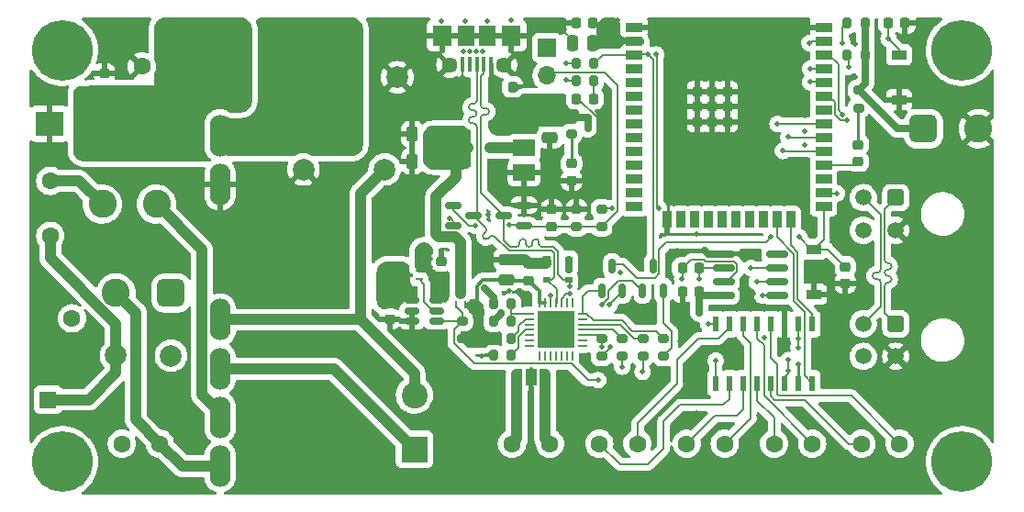
<source format=gtl>
G04 #@! TF.GenerationSoftware,KiCad,Pcbnew,(6.0.11-0)*
G04 #@! TF.CreationDate,2023-06-01T20:29:28-06:00*
G04 #@! TF.ProjectId,Smart Smoker PCB,536d6172-7420-4536-9d6f-6b6572205043,rev?*
G04 #@! TF.SameCoordinates,Original*
G04 #@! TF.FileFunction,Copper,L1,Top*
G04 #@! TF.FilePolarity,Positive*
%FSLAX46Y46*%
G04 Gerber Fmt 4.6, Leading zero omitted, Abs format (unit mm)*
G04 Created by KiCad (PCBNEW (6.0.11-0)) date 2023-06-01 20:29:28*
%MOMM*%
%LPD*%
G01*
G04 APERTURE LIST*
G04 Aperture macros list*
%AMRoundRect*
0 Rectangle with rounded corners*
0 $1 Rounding radius*
0 $2 $3 $4 $5 $6 $7 $8 $9 X,Y pos of 4 corners*
0 Add a 4 corners polygon primitive as box body*
4,1,4,$2,$3,$4,$5,$6,$7,$8,$9,$2,$3,0*
0 Add four circle primitives for the rounded corners*
1,1,$1+$1,$2,$3*
1,1,$1+$1,$4,$5*
1,1,$1+$1,$6,$7*
1,1,$1+$1,$8,$9*
0 Add four rect primitives between the rounded corners*
20,1,$1+$1,$2,$3,$4,$5,0*
20,1,$1+$1,$4,$5,$6,$7,0*
20,1,$1+$1,$6,$7,$8,$9,0*
20,1,$1+$1,$8,$9,$2,$3,0*%
%AMFreePoly0*
4,1,22,0.550000,-0.750000,0.000000,-0.750000,0.000000,-0.745033,-0.079941,-0.743568,-0.215256,-0.701293,-0.333266,-0.622738,-0.424486,-0.514219,-0.481581,-0.384460,-0.499164,-0.250000,-0.500000,-0.250000,-0.500000,0.250000,-0.499164,0.250000,-0.499963,0.256109,-0.478152,0.396186,-0.417904,0.524511,-0.324060,0.630769,-0.204165,0.706417,-0.067858,0.745374,0.000000,0.744959,0.000000,0.750000,
0.550000,0.750000,0.550000,-0.750000,0.550000,-0.750000,$1*%
%AMFreePoly1*
4,1,20,0.000000,0.744959,0.073905,0.744508,0.209726,0.703889,0.328688,0.626782,0.421226,0.519385,0.479903,0.390333,0.500000,0.250000,0.500000,-0.250000,0.499851,-0.262216,0.476331,-0.402017,0.414519,-0.529596,0.319384,-0.634700,0.198574,-0.708877,0.061801,-0.746166,0.000000,-0.745033,0.000000,-0.750000,-0.550000,-0.750000,-0.550000,0.750000,0.000000,0.750000,0.000000,0.744959,
0.000000,0.744959,$1*%
G04 Aperture macros list end*
G04 #@! TA.AperFunction,ComponentPad*
%ADD10C,1.600200*%
G04 #@! TD*
G04 #@! TA.AperFunction,SMDPad,CuDef*
%ADD11RoundRect,0.250000X-0.250000X-0.475000X0.250000X-0.475000X0.250000X0.475000X-0.250000X0.475000X0*%
G04 #@! TD*
G04 #@! TA.AperFunction,SMDPad,CuDef*
%ADD12RoundRect,0.218750X0.256250X-0.218750X0.256250X0.218750X-0.256250X0.218750X-0.256250X-0.218750X0*%
G04 #@! TD*
G04 #@! TA.AperFunction,ComponentPad*
%ADD13C,5.600000*%
G04 #@! TD*
G04 #@! TA.AperFunction,SMDPad,CuDef*
%ADD14R,1.400000X0.950000*%
G04 #@! TD*
G04 #@! TA.AperFunction,SMDPad,CuDef*
%ADD15RoundRect,0.150000X-0.825000X-0.150000X0.825000X-0.150000X0.825000X0.150000X-0.825000X0.150000X0*%
G04 #@! TD*
G04 #@! TA.AperFunction,SMDPad,CuDef*
%ADD16RoundRect,0.218750X-0.218750X-0.256250X0.218750X-0.256250X0.218750X0.256250X-0.218750X0.256250X0*%
G04 #@! TD*
G04 #@! TA.AperFunction,SMDPad,CuDef*
%ADD17RoundRect,0.225000X0.225000X0.250000X-0.225000X0.250000X-0.225000X-0.250000X0.225000X-0.250000X0*%
G04 #@! TD*
G04 #@! TA.AperFunction,SMDPad,CuDef*
%ADD18R,1.498600X0.889000*%
G04 #@! TD*
G04 #@! TA.AperFunction,SMDPad,CuDef*
%ADD19R,0.889000X1.498600*%
G04 #@! TD*
G04 #@! TA.AperFunction,SMDPad,CuDef*
%ADD20R,0.889000X0.889000*%
G04 #@! TD*
G04 #@! TA.AperFunction,SMDPad,CuDef*
%ADD21RoundRect,0.062500X-0.062500X0.337500X-0.062500X-0.337500X0.062500X-0.337500X0.062500X0.337500X0*%
G04 #@! TD*
G04 #@! TA.AperFunction,SMDPad,CuDef*
%ADD22RoundRect,0.062500X-0.337500X0.062500X-0.337500X-0.062500X0.337500X-0.062500X0.337500X0.062500X0*%
G04 #@! TD*
G04 #@! TA.AperFunction,SMDPad,CuDef*
%ADD23R,3.350000X3.350000*%
G04 #@! TD*
G04 #@! TA.AperFunction,SMDPad,CuDef*
%ADD24RoundRect,0.200000X0.275000X-0.200000X0.275000X0.200000X-0.275000X0.200000X-0.275000X-0.200000X0*%
G04 #@! TD*
G04 #@! TA.AperFunction,SMDPad,CuDef*
%ADD25RoundRect,0.250000X-0.475000X0.250000X-0.475000X-0.250000X0.475000X-0.250000X0.475000X0.250000X0*%
G04 #@! TD*
G04 #@! TA.AperFunction,SMDPad,CuDef*
%ADD26FreePoly0,180.000000*%
G04 #@! TD*
G04 #@! TA.AperFunction,SMDPad,CuDef*
%ADD27R,1.000000X1.500000*%
G04 #@! TD*
G04 #@! TA.AperFunction,SMDPad,CuDef*
%ADD28FreePoly1,180.000000*%
G04 #@! TD*
G04 #@! TA.AperFunction,ComponentPad*
%ADD29R,1.600200X1.600200*%
G04 #@! TD*
G04 #@! TA.AperFunction,SMDPad,CuDef*
%ADD30RoundRect,0.225000X-0.250000X0.225000X-0.250000X-0.225000X0.250000X-0.225000X0.250000X0.225000X0*%
G04 #@! TD*
G04 #@! TA.AperFunction,SMDPad,CuDef*
%ADD31RoundRect,0.200000X-0.200000X-0.275000X0.200000X-0.275000X0.200000X0.275000X-0.200000X0.275000X0*%
G04 #@! TD*
G04 #@! TA.AperFunction,SMDPad,CuDef*
%ADD32RoundRect,0.225000X0.250000X-0.225000X0.250000X0.225000X-0.250000X0.225000X-0.250000X-0.225000X0*%
G04 #@! TD*
G04 #@! TA.AperFunction,SMDPad,CuDef*
%ADD33RoundRect,0.150000X-0.512500X-0.150000X0.512500X-0.150000X0.512500X0.150000X-0.512500X0.150000X0*%
G04 #@! TD*
G04 #@! TA.AperFunction,SMDPad,CuDef*
%ADD34RoundRect,0.225000X-0.225000X-0.250000X0.225000X-0.250000X0.225000X0.250000X-0.225000X0.250000X0*%
G04 #@! TD*
G04 #@! TA.AperFunction,ComponentPad*
%ADD35C,2.600000*%
G04 #@! TD*
G04 #@! TA.AperFunction,ComponentPad*
%ADD36R,2.400000X2.400000*%
G04 #@! TD*
G04 #@! TA.AperFunction,ComponentPad*
%ADD37C,2.400000*%
G04 #@! TD*
G04 #@! TA.AperFunction,SMDPad,CuDef*
%ADD38RoundRect,0.200000X-0.275000X0.200000X-0.275000X-0.200000X0.275000X-0.200000X0.275000X0.200000X0*%
G04 #@! TD*
G04 #@! TA.AperFunction,ComponentPad*
%ADD39C,2.000000*%
G04 #@! TD*
G04 #@! TA.AperFunction,SMDPad,CuDef*
%ADD40RoundRect,0.250000X0.250000X0.475000X-0.250000X0.475000X-0.250000X-0.475000X0.250000X-0.475000X0*%
G04 #@! TD*
G04 #@! TA.AperFunction,ComponentPad*
%ADD41R,1.700000X1.700000*%
G04 #@! TD*
G04 #@! TA.AperFunction,ComponentPad*
%ADD42O,1.700000X1.700000*%
G04 #@! TD*
G04 #@! TA.AperFunction,SMDPad,CuDef*
%ADD43R,0.400000X1.350000*%
G04 #@! TD*
G04 #@! TA.AperFunction,ComponentPad*
%ADD44C,1.450000*%
G04 #@! TD*
G04 #@! TA.AperFunction,SMDPad,CuDef*
%ADD45R,1.500000X1.900000*%
G04 #@! TD*
G04 #@! TA.AperFunction,SMDPad,CuDef*
%ADD46R,1.800000X1.900000*%
G04 #@! TD*
G04 #@! TA.AperFunction,ComponentPad*
%ADD47O,0.800000X1.600000*%
G04 #@! TD*
G04 #@! TA.AperFunction,SMDPad,CuDef*
%ADD48R,0.279400X0.660400*%
G04 #@! TD*
G04 #@! TA.AperFunction,SMDPad,CuDef*
%ADD49R,0.381000X0.660400*%
G04 #@! TD*
G04 #@! TA.AperFunction,SMDPad,CuDef*
%ADD50R,2.500000X2.300000*%
G04 #@! TD*
G04 #@! TA.AperFunction,ComponentPad*
%ADD51R,1.600000X1.600000*%
G04 #@! TD*
G04 #@! TA.AperFunction,ComponentPad*
%ADD52C,1.600000*%
G04 #@! TD*
G04 #@! TA.AperFunction,SMDPad,CuDef*
%ADD53RoundRect,0.150000X0.150000X-0.512500X0.150000X0.512500X-0.150000X0.512500X-0.150000X-0.512500X0*%
G04 #@! TD*
G04 #@! TA.AperFunction,SMDPad,CuDef*
%ADD54RoundRect,0.200000X0.200000X0.275000X-0.200000X0.275000X-0.200000X-0.275000X0.200000X-0.275000X0*%
G04 #@! TD*
G04 #@! TA.AperFunction,SMDPad,CuDef*
%ADD55R,2.000000X1.500000*%
G04 #@! TD*
G04 #@! TA.AperFunction,SMDPad,CuDef*
%ADD56R,2.000000X3.800000*%
G04 #@! TD*
G04 #@! TA.AperFunction,SMDPad,CuDef*
%ADD57R,0.700000X1.000000*%
G04 #@! TD*
G04 #@! TA.AperFunction,SMDPad,CuDef*
%ADD58R,0.700000X0.600000*%
G04 #@! TD*
G04 #@! TA.AperFunction,ComponentPad*
%ADD59R,2.000000X2.000000*%
G04 #@! TD*
G04 #@! TA.AperFunction,SMDPad,CuDef*
%ADD60R,1.800000X7.500000*%
G04 #@! TD*
G04 #@! TA.AperFunction,ComponentPad*
%ADD61RoundRect,0.650000X0.650000X0.650000X-0.650000X0.650000X-0.650000X-0.650000X0.650000X-0.650000X0*%
G04 #@! TD*
G04 #@! TA.AperFunction,ComponentPad*
%ADD62O,1.920000X3.840000*%
G04 #@! TD*
G04 #@! TA.AperFunction,ComponentPad*
%ADD63RoundRect,0.250001X-0.499999X0.499999X-0.499999X-0.499999X0.499999X-0.499999X0.499999X0.499999X0*%
G04 #@! TD*
G04 #@! TA.AperFunction,ComponentPad*
%ADD64C,1.500000*%
G04 #@! TD*
G04 #@! TA.AperFunction,SMDPad,CuDef*
%ADD65RoundRect,0.150000X0.587500X0.150000X-0.587500X0.150000X-0.587500X-0.150000X0.587500X-0.150000X0*%
G04 #@! TD*
G04 #@! TA.AperFunction,SMDPad,CuDef*
%ADD66RoundRect,0.150000X-0.587500X-0.150000X0.587500X-0.150000X0.587500X0.150000X-0.587500X0.150000X0*%
G04 #@! TD*
G04 #@! TA.AperFunction,SMDPad,CuDef*
%ADD67R,0.660400X0.279400*%
G04 #@! TD*
G04 #@! TA.AperFunction,SMDPad,CuDef*
%ADD68R,0.660400X0.381000*%
G04 #@! TD*
G04 #@! TA.AperFunction,SMDPad,CuDef*
%ADD69R,0.558800X1.460500*%
G04 #@! TD*
G04 #@! TA.AperFunction,ComponentPad*
%ADD70RoundRect,0.650000X-0.650000X-0.650000X0.650000X-0.650000X0.650000X0.650000X-0.650000X0.650000X0*%
G04 #@! TD*
G04 #@! TA.AperFunction,ViaPad*
%ADD71C,0.500000*%
G04 #@! TD*
G04 #@! TA.AperFunction,Conductor*
%ADD72C,0.650000*%
G04 #@! TD*
G04 #@! TA.AperFunction,Conductor*
%ADD73C,0.160000*%
G04 #@! TD*
G04 #@! TA.AperFunction,Conductor*
%ADD74C,1.000000*%
G04 #@! TD*
G04 #@! TA.AperFunction,Conductor*
%ADD75C,0.250000*%
G04 #@! TD*
G04 #@! TA.AperFunction,Conductor*
%ADD76C,0.350000*%
G04 #@! TD*
G04 #@! TA.AperFunction,Conductor*
%ADD77C,0.450000*%
G04 #@! TD*
G04 APERTURE END LIST*
D10*
X177250000Y-139809500D03*
X180755200Y-139809500D03*
X169187500Y-139809500D03*
X172692700Y-139809500D03*
X161125000Y-139809500D03*
X164630200Y-139809500D03*
X153062500Y-139809500D03*
X156567700Y-139809500D03*
X145000000Y-139809500D03*
X148505200Y-139809500D03*
X109000000Y-139809500D03*
X112505200Y-139809500D03*
D11*
X150550000Y-102865000D03*
X152450000Y-102865000D03*
D12*
X150500000Y-115537500D03*
X150500000Y-113962500D03*
D13*
X103500000Y-103500000D03*
D14*
X172860000Y-126012500D03*
X172860000Y-121862500D03*
D15*
X164525000Y-122345000D03*
X164525000Y-123615000D03*
X164525000Y-124885000D03*
X164525000Y-126155000D03*
X169475000Y-126155000D03*
X169475000Y-124885000D03*
X169475000Y-123615000D03*
X169475000Y-122345000D03*
D16*
X150932500Y-108000000D03*
X152507500Y-108000000D03*
D17*
X162275000Y-125800000D03*
X160725000Y-125800000D03*
D18*
X156250000Y-101374394D03*
X156250000Y-102644394D03*
X156250000Y-103914394D03*
X156250000Y-105184394D03*
X156250000Y-106454394D03*
X156250000Y-107724394D03*
X156250000Y-108994394D03*
X156250000Y-110264394D03*
X156250000Y-111534394D03*
X156250000Y-112804394D03*
X156250000Y-114074394D03*
X156250000Y-115344394D03*
X156250000Y-116614394D03*
X156250000Y-117884394D03*
D19*
X159285000Y-119134836D03*
X160555000Y-119134836D03*
X161825000Y-119134836D03*
X163095000Y-119134836D03*
X164365000Y-119134836D03*
X165635000Y-119134836D03*
X166905000Y-119134836D03*
X168175000Y-119134836D03*
X169445000Y-119134836D03*
X170715000Y-119134836D03*
D18*
X173750000Y-117884394D03*
X173750000Y-116614394D03*
X173750000Y-115344394D03*
X173750000Y-114074394D03*
X173750000Y-112804394D03*
X173750000Y-111534394D03*
X173750000Y-110264394D03*
X173750000Y-108994394D03*
X173750000Y-107724394D03*
X173750000Y-106454394D03*
X173750000Y-105184394D03*
X173750000Y-103914394D03*
X173750000Y-102644394D03*
X173750000Y-101374394D03*
D20*
X162095711Y-107314257D03*
X163495710Y-107314257D03*
X164895710Y-107314257D03*
X162095711Y-108714257D03*
X163495710Y-108714257D03*
X164895710Y-108714257D03*
X162095764Y-110114255D03*
X163495812Y-110114255D03*
X164895860Y-110114255D03*
D21*
X150566664Y-126855000D03*
X150066664Y-126855000D03*
X149566664Y-126855000D03*
X149066664Y-126855000D03*
X148566664Y-126855000D03*
X148066664Y-126855000D03*
X147566664Y-126855000D03*
D22*
X146616664Y-127805000D03*
X146616664Y-128305000D03*
X146616664Y-128805000D03*
X146616664Y-129305000D03*
X146616664Y-129805000D03*
X146616664Y-130305000D03*
X146616664Y-130805000D03*
D21*
X147566664Y-131755000D03*
X148066664Y-131755000D03*
X148566664Y-131755000D03*
X149066664Y-131755000D03*
X149566664Y-131755000D03*
X150066664Y-131755000D03*
X150566664Y-131755000D03*
D22*
X151516664Y-130805000D03*
X151516664Y-130305000D03*
X151516664Y-129805000D03*
X151516664Y-129305000D03*
X151516664Y-128805000D03*
X151516664Y-128305000D03*
X151516664Y-127805000D03*
D23*
X149066664Y-129305000D03*
D24*
X150964996Y-119795000D03*
X150964996Y-118145000D03*
D25*
X144500000Y-122800000D03*
X144500000Y-124700000D03*
D26*
X148050000Y-133650000D03*
D27*
X146750000Y-133650000D03*
D28*
X145450000Y-133650000D03*
D29*
X102200000Y-135750000D03*
D10*
X104400000Y-128250000D03*
D30*
X133750000Y-126770000D03*
X133750000Y-128320000D03*
D31*
X143294998Y-131675000D03*
X144944998Y-131675000D03*
D32*
X107400000Y-107200000D03*
X107400000Y-105650000D03*
D33*
X135759166Y-126595000D03*
X135759166Y-127545000D03*
X135759166Y-128495000D03*
X138034166Y-128495000D03*
X138034166Y-127545000D03*
X138034166Y-126595000D03*
D34*
X160725000Y-123600000D03*
X162275000Y-123600000D03*
D31*
X143294998Y-126935000D03*
X144944998Y-126935000D03*
D35*
X107200000Y-117700000D03*
X112200000Y-117700000D03*
D31*
X175925000Y-101000000D03*
X177575000Y-101000000D03*
D36*
X136000000Y-140323959D03*
D37*
X136000000Y-135323959D03*
D38*
X153263330Y-118145000D03*
X153263330Y-119795000D03*
D39*
X113540000Y-131684450D03*
X108460000Y-131674450D03*
D38*
X153263330Y-130100000D03*
X153263330Y-131750000D03*
D25*
X148500000Y-109650000D03*
X148500000Y-111550000D03*
D32*
X175750000Y-125025000D03*
X175750000Y-123475000D03*
D40*
X137700000Y-113750000D03*
X135800000Y-113750000D03*
D41*
X148250000Y-103280000D03*
D42*
X148250000Y-105820000D03*
D43*
X143050000Y-104825000D03*
X142400000Y-104825000D03*
X141750000Y-104825000D03*
X141100000Y-104825000D03*
X140450000Y-104825000D03*
D44*
X144250000Y-104850000D03*
X139250000Y-104850000D03*
D45*
X142750000Y-102150000D03*
X140750000Y-102150000D03*
D46*
X144950000Y-102150000D03*
X138550000Y-102150000D03*
D47*
X145250000Y-102150000D03*
X138250000Y-102150000D03*
D34*
X143500000Y-106900000D03*
X145050000Y-106900000D03*
D48*
X139849950Y-126995300D03*
X140650050Y-126995300D03*
D49*
X140250000Y-126004700D03*
D30*
X148666664Y-118195000D03*
X148666664Y-119745000D03*
D50*
X102300000Y-110300000D03*
X106600000Y-110300000D03*
D51*
X114352651Y-105000000D03*
D52*
X110852651Y-105000000D03*
D53*
X157050000Y-125687500D03*
X158950000Y-125687500D03*
X158000000Y-123412500D03*
D54*
X144944998Y-130095000D03*
X143294998Y-130095000D03*
D40*
X137677500Y-111250000D03*
X135777500Y-111250000D03*
D13*
X186500000Y-103500000D03*
D14*
X180720000Y-108075000D03*
X180720000Y-103925000D03*
D31*
X175925000Y-103930000D03*
X177575000Y-103930000D03*
D34*
X150945000Y-101000000D03*
X152495000Y-101000000D03*
D30*
X146565000Y-123195000D03*
X146565000Y-124745000D03*
D38*
X140422100Y-128500000D03*
X140422100Y-130150000D03*
D54*
X152545000Y-104730000D03*
X150895000Y-104730000D03*
D38*
X158970000Y-130100000D03*
X158970000Y-131750000D03*
D55*
X146127500Y-114800000D03*
D56*
X139827500Y-112500000D03*
D55*
X146127500Y-112500000D03*
X146127500Y-110200000D03*
D57*
X148250000Y-123000000D03*
D58*
X148250000Y-124700000D03*
X150250000Y-124700000D03*
X150250000Y-122800000D03*
D59*
X129426261Y-106000000D03*
D39*
X134426261Y-106000000D03*
D30*
X138500000Y-122975000D03*
X138500000Y-124525000D03*
D13*
X103500000Y-141500000D03*
D60*
X124000000Y-104750000D03*
X118400000Y-104750000D03*
D12*
X176937500Y-113787500D03*
X176937500Y-112212500D03*
D31*
X150895000Y-106345000D03*
X152545000Y-106345000D03*
D61*
X113540000Y-125900000D03*
D35*
X108460000Y-125900000D03*
D62*
X118075000Y-141875000D03*
X118075000Y-137375000D03*
X118075000Y-132875000D03*
X118075000Y-128375000D03*
X118075000Y-115875000D03*
X118075000Y-111375000D03*
D52*
X102400000Y-120635000D03*
X102400000Y-115555000D03*
D24*
X155150000Y-131750000D03*
X155150000Y-130100000D03*
D39*
X133250000Y-114500000D03*
X125750000Y-114500000D03*
D13*
X186500000Y-141500000D03*
D24*
X157067776Y-131750000D03*
X157067776Y-130100000D03*
D63*
X180420000Y-128750000D03*
D64*
X180420000Y-131750000D03*
X177420000Y-128750000D03*
X177420000Y-131750000D03*
D38*
X150500000Y-109555000D03*
X150500000Y-111205000D03*
D65*
X146115832Y-119700000D03*
X146115832Y-117800000D03*
X144240832Y-118750000D03*
D38*
X176977500Y-107175000D03*
X176977500Y-108825000D03*
D66*
X139562500Y-117800000D03*
X139562500Y-119700000D03*
X141437500Y-118750000D03*
D63*
X180420000Y-117110000D03*
D64*
X180420000Y-120110000D03*
X177420000Y-117110000D03*
X177420000Y-120110000D03*
D53*
X153283330Y-125687500D03*
X155183330Y-125687500D03*
X154233330Y-123412500D03*
D31*
X143294998Y-128515000D03*
X144944998Y-128515000D03*
D67*
X136472666Y-124650050D03*
X136472666Y-123849950D03*
D68*
X135482066Y-124250000D03*
D34*
X179725000Y-101000000D03*
X181275000Y-101000000D03*
D69*
X172695000Y-128775850D03*
X171425000Y-128775850D03*
X170155000Y-128775850D03*
X168885000Y-128775850D03*
X167615000Y-128775850D03*
X166345000Y-128775850D03*
X165075000Y-128775850D03*
X163805000Y-128775850D03*
X163805000Y-134224150D03*
X165075000Y-134224150D03*
X166345000Y-134224150D03*
X167615000Y-134224150D03*
X168885000Y-134224150D03*
X170155000Y-134224150D03*
X171425000Y-134224150D03*
X172695000Y-134224150D03*
D70*
X182960000Y-110750000D03*
D35*
X188040000Y-110750000D03*
D71*
X158000000Y-101000000D03*
X152200000Y-132900000D03*
X172000000Y-111000000D03*
X140500000Y-103600000D03*
X161750000Y-134750000D03*
X144900000Y-100700000D03*
X105800000Y-129900000D03*
X161800000Y-131800000D03*
X153200000Y-135500000D03*
X173700000Y-131200000D03*
X149050000Y-127900000D03*
X150450000Y-129300000D03*
X162000000Y-120500000D03*
X141100000Y-103600000D03*
X146750000Y-136250000D03*
X140700000Y-100800000D03*
X118100000Y-122300000D03*
X155000000Y-124000000D03*
X146750000Y-134250000D03*
X147650000Y-130700000D03*
X153500000Y-113700000D03*
X141500000Y-123750000D03*
X171400000Y-132500000D03*
X140450000Y-106000000D03*
X162750000Y-122000000D03*
X142300000Y-103600000D03*
X148400000Y-114200000D03*
X171750000Y-137250000D03*
X142700000Y-100800000D03*
X146100000Y-118700000D03*
X164750000Y-131000000D03*
X160250000Y-122000000D03*
X146750000Y-133000000D03*
X149750000Y-101000000D03*
X138500000Y-122000000D03*
X158000000Y-138500000D03*
X138500000Y-100800000D03*
X127500000Y-116200000D03*
X150450000Y-130700000D03*
X188100000Y-120000000D03*
X157250000Y-127750000D03*
X186300000Y-133900000D03*
X150450000Y-127900000D03*
X142800000Y-118700000D03*
X176700000Y-106000000D03*
X162000000Y-137000000D03*
X175750000Y-137250000D03*
X149050000Y-130700000D03*
X140300000Y-137200000D03*
X107000000Y-143750000D03*
X138700000Y-108100000D03*
X144000000Y-127750000D03*
X152500000Y-121600000D03*
X147650000Y-127900000D03*
X143900000Y-114600000D03*
X158000000Y-102000000D03*
X112500000Y-143750000D03*
X161700000Y-115400000D03*
X167750000Y-137250000D03*
X149750000Y-101750000D03*
X153250000Y-109750000D03*
X161600000Y-104900000D03*
X170300000Y-104800000D03*
X144750000Y-125750000D03*
X150300000Y-126000000D03*
X172000000Y-109500000D03*
X139250000Y-119000000D03*
X142250000Y-131750000D03*
X168250000Y-130000000D03*
X172000000Y-112250000D03*
X170300000Y-130800000D03*
X184900000Y-114800000D03*
X145750000Y-125750000D03*
X146750000Y-135250000D03*
X177000000Y-134000000D03*
X167250000Y-126000000D03*
X163250000Y-142000000D03*
X141700000Y-103600000D03*
X160500000Y-130400000D03*
X147650000Y-129300000D03*
X137400000Y-130700000D03*
X135600000Y-117000000D03*
X176700000Y-102900000D03*
X149050000Y-129300000D03*
X123500000Y-130900000D03*
X177300000Y-122700000D03*
X162275000Y-127725000D03*
X141750000Y-127500000D03*
X141750000Y-126750000D03*
X153500000Y-103000000D03*
X154750000Y-100750000D03*
X154750000Y-101500000D03*
X139000000Y-125500000D03*
X137750000Y-125500000D03*
X154750000Y-103000000D03*
X137500000Y-122000000D03*
X170500000Y-133050000D03*
X136250000Y-122750000D03*
X141750000Y-130500000D03*
X136250000Y-122000000D03*
X170500000Y-132100000D03*
X171425000Y-130925000D03*
X154750000Y-102250000D03*
X141750000Y-128250000D03*
X141750000Y-129000000D03*
X162275000Y-126725000D03*
X153500000Y-101000000D03*
X137500000Y-123500000D03*
X136250000Y-123500000D03*
X171425000Y-130075000D03*
X150000000Y-104750000D03*
X141750000Y-129750000D03*
X137500000Y-122750000D03*
X150000000Y-106250000D03*
X163100000Y-128800000D03*
X162250000Y-124650000D03*
X160700000Y-124650000D03*
X163800000Y-132140500D03*
X133750000Y-123500000D03*
X133750000Y-125750000D03*
X115000000Y-109750000D03*
X115000000Y-109000000D03*
X133750000Y-125000000D03*
X115000000Y-112750000D03*
X115000000Y-112000000D03*
X115000000Y-111250000D03*
X115000000Y-110500000D03*
X115000000Y-113500000D03*
X133750000Y-124250000D03*
X152000000Y-109750000D03*
X145300000Y-108200000D03*
X143800000Y-108200000D03*
X142494975Y-125494975D03*
X149400000Y-108200000D03*
X152000000Y-110750000D03*
X143000000Y-126000000D03*
X143800000Y-110200000D03*
X147600000Y-108400000D03*
X150250000Y-123750000D03*
X144500000Y-112500000D03*
X143000000Y-112500000D03*
X141220500Y-112500000D03*
X143750000Y-112500000D03*
X157550000Y-103900000D03*
X179750000Y-102450000D03*
X171500000Y-120750000D03*
X168915938Y-120753421D03*
X175000000Y-116700000D03*
X152950000Y-133950000D03*
X172500000Y-106450000D03*
X157050000Y-133200000D03*
X172500000Y-105200000D03*
X155150000Y-132700000D03*
X172450000Y-102838678D03*
X154250000Y-118100000D03*
X158529500Y-118050000D03*
X158299414Y-103899414D03*
X150300000Y-125300497D03*
X148600000Y-126100000D03*
X175900000Y-110000000D03*
X176040322Y-105050000D03*
X175510822Y-109418756D03*
X175510822Y-102839178D03*
X153996410Y-127015699D03*
X154050000Y-130900000D03*
X153300000Y-130900500D03*
X153300000Y-126950000D03*
X169500000Y-110300000D03*
X167041000Y-123600000D03*
X168100000Y-126150000D03*
X170500000Y-111500000D03*
X170000000Y-112800000D03*
X167570500Y-124900000D03*
X144770332Y-119650000D03*
X141619336Y-119680664D03*
D72*
X144000000Y-127809998D02*
X143294998Y-128515000D01*
D73*
X149566664Y-126855000D02*
X149566664Y-126470632D01*
D72*
X144000000Y-127750000D02*
X144000000Y-127809998D01*
D73*
X139562500Y-119312500D02*
X139250000Y-119000000D01*
D72*
X164525000Y-122345000D02*
X163095000Y-122345000D01*
D73*
X150550000Y-102550000D02*
X149750000Y-101750000D01*
D74*
X144500000Y-122800000D02*
X146170000Y-122800000D01*
X146170000Y-122800000D02*
X146565000Y-123195000D01*
X146565000Y-123195000D02*
X148055000Y-123195000D01*
D73*
X150945000Y-101000000D02*
X149750000Y-101000000D01*
X139562500Y-119700000D02*
X139562500Y-119312500D01*
D75*
X171400000Y-132500000D02*
X171400000Y-134199150D01*
D73*
X140450000Y-104825000D02*
X140450000Y-106000000D01*
X151105599Y-108000000D02*
X152855599Y-109750000D01*
X152855599Y-109750000D02*
X153250000Y-109750000D01*
D74*
X148055000Y-123195000D02*
X148100000Y-123150000D01*
D72*
X163095000Y-122345000D02*
X162750000Y-122000000D01*
D73*
X150037296Y-126000000D02*
X150300000Y-126000000D01*
D74*
X148100000Y-123150000D02*
X148100000Y-123000000D01*
D73*
X149566664Y-126470632D02*
X150037296Y-126000000D01*
D76*
X148066664Y-126855000D02*
X147566664Y-126855000D01*
D73*
X150895000Y-104730000D02*
X150020000Y-104730000D01*
D76*
X146565000Y-124745000D02*
X144545000Y-124745000D01*
D72*
X182960000Y-110750000D02*
X180552500Y-110750000D01*
D76*
X141750000Y-125250000D02*
X141750000Y-126750000D01*
D72*
X177575000Y-106577500D02*
X176977500Y-107175000D01*
D73*
X152495000Y-101000000D02*
X153500000Y-101000000D01*
X171425000Y-130075000D02*
X171425000Y-130925000D01*
D72*
X177575000Y-101000000D02*
X177575000Y-103930000D01*
D73*
X150895000Y-106345000D02*
X150095000Y-106345000D01*
D76*
X144500000Y-124700000D02*
X142300000Y-124700000D01*
D73*
X150020000Y-104730000D02*
X150000000Y-104750000D01*
D76*
X147566664Y-125746664D02*
X146565000Y-124745000D01*
D73*
X150095000Y-106345000D02*
X150000000Y-106250000D01*
D76*
X147566664Y-126855000D02*
X147566664Y-125746664D01*
X142300000Y-124700000D02*
X141750000Y-125250000D01*
D73*
X170500000Y-133050000D02*
X170500000Y-132100000D01*
X171425000Y-128775850D02*
X171425000Y-130075000D01*
X152450000Y-102865000D02*
X153365000Y-102865000D01*
D72*
X162275000Y-125800000D02*
X162275000Y-126725000D01*
D73*
X153365000Y-102865000D02*
X153500000Y-103000000D01*
X170155000Y-133695000D02*
X170500000Y-133350000D01*
X170500000Y-133350000D02*
X170500000Y-133050000D01*
D72*
X162630000Y-126155000D02*
X162275000Y-125800000D01*
X177575000Y-103930000D02*
X177575000Y-106577500D01*
X180552500Y-110750000D02*
X176977500Y-107175000D01*
X164525000Y-126155000D02*
X162630000Y-126155000D01*
X162275000Y-126725000D02*
X162275000Y-127725000D01*
D74*
X110300000Y-137604300D02*
X110300000Y-127740000D01*
X110300000Y-127740000D02*
X108460000Y-125900000D01*
X112505200Y-139809500D02*
X110300000Y-137604300D01*
X114570700Y-141875000D02*
X112505200Y-139809500D01*
X118075000Y-141875000D02*
X114570700Y-141875000D01*
D75*
X150500000Y-113962500D02*
X150500000Y-111205000D01*
D73*
X177250000Y-139809500D02*
X176059500Y-139809500D01*
X169250000Y-135750000D02*
X168885000Y-135385000D01*
X172000000Y-135750000D02*
X169250000Y-135750000D01*
X176059500Y-139809500D02*
X172000000Y-135750000D01*
X168885000Y-135385000D02*
X168885000Y-134224150D01*
X176335700Y-135390000D02*
X180755200Y-139809500D01*
X168885000Y-131885000D02*
X169500000Y-132500000D01*
X169640000Y-135390000D02*
X176335700Y-135390000D01*
X169500000Y-135250000D02*
X169640000Y-135390000D01*
X168885000Y-128775850D02*
X168885000Y-131885000D01*
X169500000Y-132500000D02*
X169500000Y-135250000D01*
X169187500Y-139809500D02*
X169187500Y-137437500D01*
X169187500Y-137437500D02*
X167615000Y-135865000D01*
X167615000Y-135865000D02*
X167615000Y-134224150D01*
X168250000Y-135366800D02*
X168250000Y-130749534D01*
X168250000Y-130749534D02*
X167615000Y-130114534D01*
X167615000Y-130114534D02*
X167615000Y-128775850D01*
X172692700Y-139809500D02*
X168250000Y-135366800D01*
X165750000Y-137250000D02*
X166345000Y-136655000D01*
X163684500Y-137250000D02*
X165750000Y-137250000D01*
X166345000Y-136655000D02*
X166345000Y-134224150D01*
X161125000Y-139809500D02*
X163684500Y-137250000D01*
X167000000Y-137439700D02*
X167000000Y-130500000D01*
X166345000Y-129845000D02*
X166345000Y-128775850D01*
X167000000Y-130500000D02*
X166345000Y-129845000D01*
X164630200Y-139809500D02*
X167000000Y-137439700D01*
X155003000Y-141750000D02*
X157500000Y-141750000D01*
X157500000Y-141750000D02*
X159000000Y-140250000D01*
X165075000Y-135675000D02*
X165075000Y-134224150D01*
X159000000Y-137750000D02*
X160500000Y-136250000D01*
X159000000Y-140250000D02*
X159000000Y-137750000D01*
X153062500Y-139809500D02*
X155003000Y-141750000D01*
X160500000Y-136250000D02*
X164500000Y-136250000D01*
X164500000Y-136250000D02*
X165075000Y-135675000D01*
X162200000Y-130100000D02*
X164050500Y-130100000D01*
X160200000Y-134300000D02*
X160200000Y-132100000D01*
X164050500Y-130100000D02*
X165075000Y-129075500D01*
X160200000Y-132100000D02*
X162200000Y-130100000D01*
X160200000Y-134300000D02*
X156567700Y-137932300D01*
X156567700Y-137932300D02*
X156567700Y-139809500D01*
X162275000Y-123600000D02*
X162275000Y-124625000D01*
X164510000Y-123600000D02*
X162275000Y-123600000D01*
X162275000Y-124625000D02*
X162250000Y-124650000D01*
X163124150Y-128775850D02*
X163100000Y-128800000D01*
X163805000Y-128775850D02*
X163124150Y-128775850D01*
X165780000Y-123286888D02*
X165528112Y-123035000D01*
X162664178Y-122800000D02*
X161525000Y-122800000D01*
X165528112Y-123035000D02*
X162899178Y-123035000D01*
X165780000Y-123943112D02*
X165780000Y-123286888D01*
X160725000Y-124625000D02*
X160700000Y-124650000D01*
X162899178Y-123035000D02*
X162664178Y-122800000D01*
X164838112Y-124885000D02*
X165780000Y-123943112D01*
X163805000Y-132145500D02*
X163800000Y-132140500D01*
X163805000Y-134224150D02*
X163805000Y-132145500D01*
X160725000Y-123600000D02*
X160725000Y-124625000D01*
X161525000Y-122800000D02*
X160725000Y-123600000D01*
D72*
X143000000Y-126000000D02*
X142494975Y-125494975D01*
X152000000Y-109750000D02*
X152000000Y-110750000D01*
X150250000Y-122800000D02*
X150250000Y-123750000D01*
X150695000Y-109750000D02*
X150500000Y-109555000D01*
X143294998Y-126294998D02*
X143000000Y-126000000D01*
X152000000Y-109750000D02*
X150695000Y-109750000D01*
D77*
X143050000Y-106450000D02*
X143500000Y-106900000D01*
X143050000Y-104825000D02*
X143050000Y-106450000D01*
D72*
X143294998Y-126935000D02*
X143294998Y-126294998D01*
D73*
X152507500Y-108000000D02*
X152507500Y-106382500D01*
D74*
X139827500Y-112500000D02*
X139827500Y-115172500D01*
X139827500Y-112500000D02*
X140970000Y-112500000D01*
X138250000Y-120750000D02*
X139750000Y-120750000D01*
X139750000Y-120750000D02*
X140250000Y-121250000D01*
X138000000Y-117000000D02*
X138000000Y-120500000D01*
X138000000Y-120500000D02*
X138250000Y-120750000D01*
X146127500Y-112500000D02*
X143000000Y-112500000D01*
X139827500Y-115172500D02*
X138000000Y-117000000D01*
X140250000Y-121250000D02*
X140250000Y-126004700D01*
D73*
X179725000Y-101000000D02*
X179725000Y-102425000D01*
X158000000Y-104350000D02*
X157550000Y-103900000D01*
X158000000Y-123412500D02*
X158000000Y-104350000D01*
X179725000Y-102425000D02*
X179750000Y-102450000D01*
X153360606Y-103914394D02*
X152545000Y-104730000D01*
X180720000Y-103925000D02*
X180720000Y-103420000D01*
X180720000Y-103420000D02*
X179750000Y-102450000D01*
X156250000Y-103914394D02*
X153360606Y-103914394D01*
X157550000Y-103900000D02*
X156264394Y-103900000D01*
D74*
X102400000Y-120635000D02*
X102400000Y-122668428D01*
X102400000Y-122668428D02*
X108460000Y-128728428D01*
X108460000Y-133240000D02*
X105950000Y-135750000D01*
X102200000Y-135750000D02*
X105950000Y-135750000D01*
X108460000Y-128728428D02*
X108460000Y-131674450D01*
X108460000Y-131674450D02*
X108460000Y-133240000D01*
X102400000Y-115555000D02*
X105055000Y-115555000D01*
X105055000Y-115555000D02*
X107200000Y-117700000D01*
D73*
X171984400Y-133513550D02*
X172695000Y-134224150D01*
X169445000Y-120731888D02*
X171000000Y-122286888D01*
X171984400Y-127634400D02*
X171984400Y-133513550D01*
X171000000Y-122286888D02*
X171000000Y-126650000D01*
X171000000Y-126650000D02*
X171984400Y-127634400D01*
X169445000Y-119134836D02*
X169445000Y-120731888D01*
X172695000Y-127835884D02*
X172695000Y-128775850D01*
X171360000Y-122137771D02*
X171360000Y-126500884D01*
X170715000Y-121492772D02*
X171360000Y-122137771D01*
X170715000Y-119134836D02*
X170715000Y-121492772D01*
X171360000Y-126500884D02*
X172695000Y-127835884D01*
X172612500Y-121862500D02*
X171500000Y-120750000D01*
X173750000Y-120972500D02*
X172860000Y-121862500D01*
X168419359Y-121250000D02*
X159250000Y-121250000D01*
X174137500Y-121862500D02*
X172860000Y-121862500D01*
X168915938Y-120753421D02*
X168419359Y-121250000D01*
X175750000Y-123475000D02*
X174137500Y-121862500D01*
X173750000Y-117884394D02*
X173750000Y-120972500D01*
X158183112Y-124500000D02*
X156500000Y-124500000D01*
X156500000Y-124500000D02*
X155250000Y-123250000D01*
X158580000Y-121920000D02*
X158580000Y-124103112D01*
X158580000Y-124103112D02*
X158183112Y-124500000D01*
X159250000Y-121250000D02*
X158580000Y-121920000D01*
X155250000Y-123250000D02*
X154395830Y-123250000D01*
X152002296Y-133950000D02*
X152850000Y-133950000D01*
X175000000Y-116700000D02*
X173835606Y-116700000D01*
X141548277Y-132430000D02*
X146581664Y-132430000D01*
X139849950Y-127185800D02*
X140422100Y-127757950D01*
X150487296Y-132435000D02*
X152002296Y-133950000D01*
X146581664Y-132430000D02*
X146586664Y-132435000D01*
X139667100Y-130548823D02*
X141548277Y-132430000D01*
X139667100Y-129255000D02*
X139667100Y-130548823D01*
X140422100Y-128500000D02*
X139667100Y-129255000D01*
X138034166Y-128495000D02*
X140417100Y-128495000D01*
X146586664Y-132435000D02*
X150487296Y-132435000D01*
X140422100Y-127757950D02*
X140422100Y-128500000D01*
X152850000Y-133950000D02*
X152950000Y-133950000D01*
X176650606Y-114074394D02*
X173750000Y-114074394D01*
X157067776Y-133182224D02*
X157050000Y-133200000D01*
X172500000Y-106450000D02*
X173745606Y-106450000D01*
X157067776Y-131750000D02*
X157067776Y-133182224D01*
X173750000Y-105184394D02*
X172515606Y-105184394D01*
X172515606Y-105184394D02*
X172500000Y-105200000D01*
X155150000Y-131750000D02*
X155150000Y-132700000D01*
X158299414Y-103899414D02*
X158360000Y-103960000D01*
X154250000Y-118100000D02*
X153308330Y-118100000D01*
X172644284Y-102644394D02*
X172450000Y-102838678D01*
X173750000Y-102644394D02*
X172644284Y-102644394D01*
X158360000Y-103960000D02*
X158360000Y-117880500D01*
X158360000Y-117880500D02*
X158529500Y-118050000D01*
X148829116Y-121660000D02*
X149240000Y-122070884D01*
X142110000Y-109760000D02*
X142110000Y-109810000D01*
X142110000Y-105900000D02*
X142110000Y-108560000D01*
X142603654Y-109460000D02*
X142410000Y-109460000D01*
X145690000Y-121360000D02*
X145690000Y-121217227D01*
X142400000Y-105610000D02*
X142110000Y-105900000D01*
X142110000Y-109810000D02*
X142110000Y-116619168D01*
X147490000Y-121217227D02*
X147490000Y-121360000D01*
X148566664Y-126855000D02*
X148566664Y-126133336D01*
X142410000Y-108860000D02*
X142603654Y-108860000D01*
X150300000Y-125300497D02*
X150300000Y-124750000D01*
X144240832Y-118750000D02*
X144240832Y-121044216D01*
X148566664Y-126133336D02*
X148600000Y-126100000D01*
X146890000Y-121360000D02*
X146890000Y-121217227D01*
X146290000Y-121217227D02*
X146290000Y-121360000D01*
X142110000Y-116619168D02*
X144240832Y-118750000D01*
X149240000Y-124190000D02*
X149750000Y-124700000D01*
X144240832Y-121044216D02*
X144856616Y-121660000D01*
X149240000Y-122070884D02*
X149240000Y-124190000D01*
X144856616Y-121660000D02*
X145390000Y-121660000D01*
X147840000Y-121660000D02*
X148829116Y-121660000D01*
X147790000Y-121660000D02*
X147840000Y-121660000D01*
X142400000Y-104825000D02*
X142400000Y-105610000D01*
X149750000Y-124700000D02*
X150250000Y-124700000D01*
X147790000Y-121660000D02*
G75*
G02*
X147490000Y-121360000I0J300000D01*
G01*
X146289973Y-121217227D02*
G75*
G03*
X145990000Y-120917227I-299973J27D01*
G01*
X146590000Y-121660000D02*
G75*
G02*
X146290000Y-121360000I0J300000D01*
G01*
X145690000Y-121360000D02*
G75*
G02*
X145390000Y-121660000I-300000J0D01*
G01*
X145990000Y-120917200D02*
G75*
G03*
X145690000Y-121217227I0J-300000D01*
G01*
X147489973Y-121217227D02*
G75*
G03*
X147190000Y-120917227I-299973J27D01*
G01*
X147190000Y-120917200D02*
G75*
G03*
X146890000Y-121217227I0J-300000D01*
G01*
X142603654Y-109459954D02*
G75*
G03*
X142903654Y-109160000I46J299954D01*
G01*
X142410000Y-108860000D02*
G75*
G02*
X142110000Y-108560000I0J300000D01*
G01*
X146890000Y-121360000D02*
G75*
G02*
X146590000Y-121660000I-300000J0D01*
G01*
X142110000Y-109760000D02*
G75*
G02*
X142410000Y-109460000I300000J0D01*
G01*
X142903700Y-109160000D02*
G75*
G03*
X142603654Y-108860000I-300000J0D01*
G01*
X141450000Y-109650000D02*
X141306086Y-109650000D01*
X142805395Y-120867396D02*
X142805394Y-120867397D01*
X141437500Y-118750000D02*
X142543750Y-119856250D01*
X141450000Y-108450000D02*
X141306086Y-108450000D01*
X149130000Y-125580000D02*
X149130000Y-126791664D01*
X149130000Y-126791664D02*
X149066664Y-126855000D01*
X141750000Y-110550000D02*
X141750000Y-118437500D01*
X143392278Y-120704778D02*
X144707500Y-122020000D01*
X144707500Y-122020000D02*
X148680000Y-122020000D01*
X141750000Y-118437500D02*
X141437500Y-118750000D01*
X148880000Y-124470000D02*
X148650000Y-124700000D01*
X141750000Y-104825000D02*
X141750000Y-108150000D01*
X141306086Y-109050000D02*
X141450000Y-109050000D01*
X141306086Y-110250000D02*
X141450000Y-110250000D01*
X148680000Y-122020000D02*
X148880000Y-122220000D01*
X148880000Y-122220000D02*
X148880000Y-124470000D01*
X142805394Y-120867397D02*
X142968013Y-120704777D01*
X142543750Y-120280514D02*
X142381130Y-120443133D01*
X142543749Y-120280515D02*
X142543750Y-120280514D01*
X148650000Y-124700000D02*
X148250000Y-124700000D01*
X148250000Y-124700000D02*
X149130000Y-125580000D01*
X143392277Y-120704777D02*
X143392278Y-120704778D01*
X141450000Y-109650000D02*
G75*
G03*
X141750000Y-109350000I0J300000D01*
G01*
X142381095Y-120867432D02*
G75*
G02*
X142381130Y-120443133I212205J212132D01*
G01*
X141006100Y-108750000D02*
G75*
G02*
X141306086Y-108450000I300000J0D01*
G01*
X141450000Y-108450000D02*
G75*
G03*
X141750000Y-108150000I0J300000D01*
G01*
X142543767Y-120280533D02*
G75*
G03*
X142543750Y-119856250I-212167J212133D01*
G01*
X141306086Y-109050014D02*
G75*
G02*
X141006086Y-108750000I14J300014D01*
G01*
X141750000Y-110550000D02*
G75*
G03*
X141450000Y-110250000I-300000J0D01*
G01*
X141306086Y-110250014D02*
G75*
G02*
X141006086Y-109950000I14J300014D01*
G01*
X143392276Y-120704778D02*
G75*
G03*
X142968014Y-120704778I-212131J-212131D01*
G01*
X142805433Y-120867434D02*
G75*
G02*
X142381130Y-120867397I-212133J212134D01*
G01*
X141006100Y-109950000D02*
G75*
G02*
X141306086Y-109650000I300000J0D01*
G01*
X141750000Y-109350000D02*
G75*
G03*
X141450000Y-109050000I-300000J0D01*
G01*
D74*
X116746752Y-135653248D02*
X118271752Y-137178249D01*
X112200000Y-117700000D02*
X116415000Y-121915000D01*
X116415000Y-121915000D02*
X116415000Y-135321496D01*
X116415000Y-135321496D02*
X116746752Y-135653248D01*
D73*
X159725000Y-130995000D02*
X158970000Y-131750000D01*
X158950000Y-125687500D02*
X158950000Y-128700000D01*
X158950000Y-128700000D02*
X159725000Y-129475000D01*
X159725000Y-129475000D02*
X159725000Y-130995000D01*
D75*
X176937500Y-112212500D02*
X176937500Y-108865000D01*
D73*
X174779300Y-108269894D02*
X174779300Y-109450000D01*
X179390000Y-122840000D02*
X179390000Y-118140000D01*
X174779300Y-109450000D02*
X175329300Y-110000000D01*
X179724205Y-124340000D02*
X179690000Y-124340000D01*
X179390000Y-127720000D02*
X179390000Y-125240000D01*
X180420000Y-128750000D02*
X179390000Y-127720000D01*
X174233800Y-107724394D02*
X174779300Y-108269894D01*
X179690000Y-123740000D02*
X179724205Y-123740000D01*
X179390000Y-118140000D02*
X180420000Y-117110000D01*
X179724205Y-123140000D02*
X179690000Y-123140000D01*
X179690000Y-124940000D02*
X179724205Y-124940000D01*
X176040322Y-105050000D02*
X176040322Y-104045322D01*
X175329300Y-110000000D02*
X175900000Y-110000000D01*
X180024200Y-124640000D02*
G75*
G02*
X179724205Y-124940000I-300000J0D01*
G01*
X179724205Y-124339995D02*
G75*
G02*
X180024205Y-124640000I-5J-300005D01*
G01*
X179390000Y-124040000D02*
G75*
G03*
X179690000Y-124340000I300000J0D01*
G01*
X179724205Y-123139995D02*
G75*
G02*
X180024205Y-123440000I-5J-300005D01*
G01*
X179690000Y-124940000D02*
G75*
G03*
X179390000Y-125240000I0J-300000D01*
G01*
X180024200Y-123440000D02*
G75*
G02*
X179724205Y-123740000I-300000J0D01*
G01*
X179390000Y-122840000D02*
G75*
G03*
X179690000Y-123140000I300000J0D01*
G01*
X179690000Y-123740000D02*
G75*
G03*
X179390000Y-124040000I0J-300000D01*
G01*
X179030000Y-123720000D02*
X179030000Y-118720000D01*
X175139300Y-104819894D02*
X175139300Y-109047234D01*
X178559358Y-124020000D02*
X178730000Y-124020000D01*
X175139300Y-109047234D02*
X175510822Y-109418756D01*
X174233800Y-103914394D02*
X175139300Y-104819894D01*
X179030000Y-127140000D02*
X179030000Y-124920000D01*
X178730000Y-124620000D02*
X178559358Y-124620000D01*
X175510822Y-101414178D02*
X175925000Y-101000000D01*
X177420000Y-128750000D02*
X179030000Y-127140000D01*
X179030000Y-118720000D02*
X177420000Y-117110000D01*
X175510822Y-102839178D02*
X175510822Y-101414178D01*
X179030000Y-123720000D02*
G75*
G02*
X178730000Y-124020000I-300000J0D01*
G01*
X178730000Y-124620000D02*
G75*
G02*
X179030000Y-124920000I0J-300000D01*
G01*
X178259400Y-124320000D02*
G75*
G03*
X178559358Y-124620000I300000J0D01*
G01*
X178559358Y-124019958D02*
G75*
G03*
X178259358Y-124320000I42J-300042D01*
G01*
X155183330Y-125828779D02*
X153996410Y-127015699D01*
X154050000Y-130963330D02*
X153263330Y-131750000D01*
X154050000Y-130900000D02*
X154050000Y-130963330D01*
X136900000Y-125077384D02*
X136472666Y-124650050D01*
X136900000Y-126731446D02*
X136900000Y-125077384D01*
X137713554Y-127545000D02*
X136900000Y-126731446D01*
X153300000Y-130900500D02*
X153300000Y-130136670D01*
X153863330Y-125736670D02*
X153863330Y-126386670D01*
X156107500Y-124745000D02*
X154855000Y-124745000D01*
X157050000Y-125687500D02*
X156107500Y-124745000D01*
X151516664Y-129805000D02*
X152968330Y-129805000D01*
X154855000Y-124745000D02*
X153863330Y-125736670D01*
X153863330Y-126386670D02*
X153300000Y-126950000D01*
X152541032Y-128445000D02*
X155157939Y-128445000D01*
X151516664Y-126183336D02*
X151516664Y-127805000D01*
X156112939Y-129400000D02*
X158270000Y-129400000D01*
X155157939Y-128445000D02*
X156112939Y-129400000D01*
X151901032Y-127805000D02*
X152541032Y-128445000D01*
X151516664Y-127805000D02*
X151901032Y-127805000D01*
X153283330Y-125687500D02*
X152012500Y-125687500D01*
X158270000Y-129400000D02*
X158970000Y-130100000D01*
X152012500Y-125687500D02*
X151516664Y-126183336D01*
X146616664Y-128305000D02*
X146232296Y-128305000D01*
X145624998Y-128912298D02*
X145624998Y-129415000D01*
X146232296Y-128305000D02*
X145624998Y-128912298D01*
X145624998Y-129415000D02*
X144944998Y-130095000D01*
D74*
X131051041Y-128375000D02*
X131051041Y-116698959D01*
X131051041Y-116698959D02*
X133250000Y-114500000D01*
X131051041Y-128375000D02*
X118075000Y-128375000D01*
X136000000Y-133323959D02*
X131051041Y-128375000D01*
X136000000Y-135323959D02*
X136000000Y-133323959D01*
D73*
X145984998Y-129564116D02*
X145624998Y-129924116D01*
X146616664Y-129305000D02*
X146232296Y-129305000D01*
X146232296Y-129305000D02*
X145984998Y-129552298D01*
X145624998Y-130995000D02*
X144944998Y-131675000D01*
X145624998Y-129924116D02*
X145624998Y-130995000D01*
X145984998Y-129552298D02*
X145984998Y-129564116D01*
X155150000Y-130100000D02*
X154355000Y-129305000D01*
X154355000Y-129305000D02*
X151516664Y-129305000D01*
X151516664Y-128805000D02*
X155008823Y-128805000D01*
X155008823Y-128805000D02*
X156303823Y-130100000D01*
X156303823Y-130100000D02*
X157067776Y-130100000D01*
X169500000Y-110300000D02*
X169535606Y-110264394D01*
X167041000Y-123600000D02*
X169460000Y-123600000D01*
X169535606Y-110264394D02*
X173750000Y-110264394D01*
X170534394Y-111534394D02*
X173750000Y-111534394D01*
X168100000Y-126150000D02*
X169470000Y-126150000D01*
X170500000Y-111500000D02*
X170534394Y-111534394D01*
X167570500Y-124900000D02*
X169460000Y-124900000D01*
X173750000Y-112804394D02*
X170004394Y-112804394D01*
X170004394Y-112804394D02*
X170000000Y-112800000D01*
X154780000Y-106771177D02*
X154008823Y-106000000D01*
X139562500Y-118220612D02*
X141022552Y-119680664D01*
X153590000Y-105590000D02*
X148480000Y-105590000D01*
X141022552Y-119680664D02*
X141619336Y-119680664D01*
X153263330Y-119795000D02*
X146210832Y-119795000D01*
X154780000Y-118319534D02*
X154780000Y-106771177D01*
X144770332Y-119650000D02*
X146065832Y-119650000D01*
X139562500Y-117800000D02*
X139562500Y-118220612D01*
X154000000Y-106000000D02*
X153590000Y-105590000D01*
X154008823Y-106000000D02*
X154000000Y-106000000D01*
X153304534Y-119795000D02*
X154780000Y-118319534D01*
D74*
X128551041Y-132875000D02*
X136000000Y-140323959D01*
X118075000Y-132875000D02*
X128551041Y-132875000D01*
D73*
X145005000Y-127805000D02*
X144944998Y-127744998D01*
X144944998Y-126935000D02*
X144944998Y-127744998D01*
X146616664Y-127805000D02*
X145005000Y-127805000D01*
X144944998Y-127744998D02*
X144944998Y-128515000D01*
D74*
X145450000Y-139359500D02*
X145000000Y-139809500D01*
X145450000Y-133650000D02*
X145450000Y-139359500D01*
X148050000Y-139354300D02*
X148505200Y-139809500D01*
X148050000Y-133650000D02*
X148050000Y-139354300D01*
G04 #@! TA.AperFunction,Conductor*
G36*
X140506162Y-110500607D02*
G01*
X140516249Y-110501600D01*
X140565614Y-110506463D01*
X140631446Y-110533044D01*
X140650658Y-110551916D01*
X140674771Y-110581299D01*
X140810058Y-110692332D01*
X140815511Y-110695247D01*
X140815514Y-110695249D01*
X140870422Y-110724600D01*
X140964406Y-110774840D01*
X140970329Y-110776637D01*
X140970334Y-110776639D01*
X141072080Y-110807507D01*
X141131460Y-110846424D01*
X141160373Y-110911267D01*
X141161500Y-110928080D01*
X141161500Y-114184942D01*
X141141498Y-114253063D01*
X141115433Y-114282342D01*
X141065162Y-114323598D01*
X141044625Y-114337320D01*
X140893629Y-114418029D01*
X140870810Y-114427482D01*
X140706957Y-114477185D01*
X140682740Y-114482001D01*
X140506163Y-114499393D01*
X140493813Y-114500000D01*
X137756187Y-114500000D01*
X137743837Y-114499393D01*
X137567260Y-114482001D01*
X137543043Y-114477185D01*
X137379190Y-114427482D01*
X137356371Y-114418029D01*
X137297583Y-114386607D01*
X137205369Y-114337317D01*
X137184842Y-114323601D01*
X137052479Y-114214974D01*
X137035026Y-114197521D01*
X136926399Y-114065158D01*
X136912681Y-114044628D01*
X136831971Y-113893629D01*
X136822519Y-113870809D01*
X136813926Y-113842482D01*
X136808500Y-113805906D01*
X136808500Y-113224600D01*
X136797526Y-113118834D01*
X136756476Y-112995792D01*
X136750000Y-112955917D01*
X136750000Y-111976480D01*
X136756407Y-111936813D01*
X136773132Y-111886389D01*
X136773132Y-111886387D01*
X136775297Y-111879861D01*
X136786000Y-111775400D01*
X136786000Y-111268268D01*
X136791425Y-111231692D01*
X136822518Y-111129191D01*
X136831971Y-111106371D01*
X136912681Y-110955372D01*
X136926399Y-110934842D01*
X137035026Y-110802479D01*
X137052479Y-110785026D01*
X137184842Y-110676399D01*
X137205369Y-110662683D01*
X137297583Y-110613393D01*
X137356371Y-110581971D01*
X137379191Y-110572518D01*
X137543043Y-110522815D01*
X137567260Y-110517999D01*
X137743837Y-110500607D01*
X137756187Y-110500000D01*
X140493813Y-110500000D01*
X140506162Y-110500607D01*
G37*
G04 #@! TD.AperFunction*
G04 #@! TA.AperFunction,Conductor*
G36*
X143257276Y-105605469D02*
G01*
X143293685Y-105638103D01*
X143294781Y-105637183D01*
X143298316Y-105641396D01*
X143301475Y-105645907D01*
X143454093Y-105798525D01*
X143630894Y-105922323D01*
X143635876Y-105924646D01*
X143635881Y-105924649D01*
X143821525Y-106011216D01*
X143826507Y-106013539D01*
X143831815Y-106014961D01*
X143831817Y-106014962D01*
X144029672Y-106067977D01*
X144029674Y-106067977D01*
X144034987Y-106069401D01*
X144040463Y-106069880D01*
X144040468Y-106069881D01*
X144103122Y-106075362D01*
X144169241Y-106101225D01*
X144210880Y-106158729D01*
X144214821Y-106229616D01*
X144199401Y-106266999D01*
X144166902Y-106319723D01*
X144155698Y-106337899D01*
X144101851Y-106500243D01*
X144091500Y-106601268D01*
X144091500Y-107198732D01*
X144102113Y-107301019D01*
X144156244Y-107463268D01*
X144246248Y-107608713D01*
X144367298Y-107729552D01*
X144512899Y-107819302D01*
X144675243Y-107873149D01*
X144682080Y-107873849D01*
X144682082Y-107873850D01*
X144723401Y-107878083D01*
X144776268Y-107883500D01*
X145323732Y-107883500D01*
X145326978Y-107883163D01*
X145326982Y-107883163D01*
X145361083Y-107879625D01*
X145426019Y-107872887D01*
X145579726Y-107821606D01*
X145581324Y-107821073D01*
X145581326Y-107821072D01*
X145588268Y-107818756D01*
X145733713Y-107728752D01*
X145854552Y-107607702D01*
X145858391Y-107601473D01*
X145861208Y-107597907D01*
X145919125Y-107556845D01*
X145960089Y-107550000D01*
X149861831Y-107550000D01*
X149929952Y-107570002D01*
X149976445Y-107623658D01*
X149987174Y-107688846D01*
X149986828Y-107692219D01*
X149986827Y-107692234D01*
X149986500Y-107695428D01*
X149986500Y-108304572D01*
X149986837Y-108307818D01*
X149986837Y-108307822D01*
X149989483Y-108333324D01*
X149997022Y-108405982D01*
X150050692Y-108566849D01*
X150139929Y-108711055D01*
X150259947Y-108830864D01*
X150404308Y-108919849D01*
X150411256Y-108922154D01*
X150411257Y-108922154D01*
X150558738Y-108971072D01*
X150558740Y-108971072D01*
X150565269Y-108973238D01*
X150665428Y-108983500D01*
X151024000Y-108983500D01*
X151092121Y-109003502D01*
X151138614Y-109057158D01*
X151150000Y-109109500D01*
X151150000Y-109543813D01*
X151149393Y-109556163D01*
X151140095Y-109650571D01*
X151132002Y-109732737D01*
X151127185Y-109756957D01*
X151118213Y-109786535D01*
X151077482Y-109920809D01*
X151068029Y-109943629D01*
X150987319Y-110094628D01*
X150973603Y-110115156D01*
X150864974Y-110247521D01*
X150847497Y-110264994D01*
X150843935Y-110267916D01*
X150778582Y-110295656D01*
X150764022Y-110296500D01*
X150195491Y-110296501D01*
X150168366Y-110296501D01*
X150165508Y-110296764D01*
X150165499Y-110296764D01*
X150129996Y-110300026D01*
X150094938Y-110303247D01*
X150088560Y-110305246D01*
X150088559Y-110305246D01*
X149938550Y-110352256D01*
X149938548Y-110352257D01*
X149931301Y-110354528D01*
X149784619Y-110443361D01*
X149714885Y-110513095D01*
X149652573Y-110547121D01*
X149625790Y-110550000D01*
X149114800Y-110550000D01*
X149101957Y-110549344D01*
X149101791Y-110549327D01*
X149025400Y-110541500D01*
X147974600Y-110541500D01*
X147971354Y-110541837D01*
X147971350Y-110541837D01*
X147899164Y-110549327D01*
X147886160Y-110550000D01*
X147450000Y-110550000D01*
X147450000Y-110802350D01*
X147425695Y-110826697D01*
X147332885Y-110977262D01*
X147277203Y-111145139D01*
X147276956Y-111145057D01*
X147244822Y-111204328D01*
X147182612Y-111238540D01*
X147155460Y-111241500D01*
X145079366Y-111241500D01*
X145017184Y-111248255D01*
X144880795Y-111299385D01*
X144873610Y-111304770D01*
X144873608Y-111304771D01*
X144780134Y-111374826D01*
X144713627Y-111399674D01*
X144704569Y-111400000D01*
X143806187Y-111400000D01*
X143793837Y-111399393D01*
X143617260Y-111382001D01*
X143593043Y-111377185D01*
X143429190Y-111327482D01*
X143406371Y-111318029D01*
X143281022Y-111251029D01*
X143255369Y-111237317D01*
X143234842Y-111223601D01*
X143102479Y-111114974D01*
X143085026Y-111097521D01*
X142976399Y-110965158D01*
X142962681Y-110944628D01*
X142881971Y-110793629D01*
X142872518Y-110770809D01*
X142822815Y-110606957D01*
X142817998Y-110582737D01*
X142814708Y-110549327D01*
X142800607Y-110406163D01*
X142800000Y-110393813D01*
X142800000Y-110122336D01*
X142820002Y-110054215D01*
X142873658Y-110007722D01*
X142889440Y-110001757D01*
X142939315Y-109986635D01*
X142939318Y-109986634D01*
X142945247Y-109984836D01*
X143099616Y-109902345D01*
X143234923Y-109791320D01*
X143345968Y-109656030D01*
X143428483Y-109501673D01*
X143479296Y-109334184D01*
X143486211Y-109263987D01*
X143493937Y-109185545D01*
X143494408Y-109181450D01*
X143496154Y-109168187D01*
X143497232Y-109160000D01*
X143496154Y-109151809D01*
X143494589Y-109139920D01*
X143494118Y-109135827D01*
X143479948Y-108991968D01*
X143479948Y-108991966D01*
X143479341Y-108985807D01*
X143428526Y-108818309D01*
X143346007Y-108663945D01*
X143234956Y-108528647D01*
X143099641Y-108417617D01*
X143094183Y-108414701D01*
X143094181Y-108414699D01*
X142950726Y-108338040D01*
X142950724Y-108338039D01*
X142945265Y-108335122D01*
X142939342Y-108333326D01*
X142939337Y-108333324D01*
X142903474Y-108322451D01*
X142889440Y-108318196D01*
X142830054Y-108279289D01*
X142801130Y-108214452D01*
X142800000Y-108197617D01*
X142800000Y-106098197D01*
X142820002Y-106030076D01*
X142826038Y-106021493D01*
X142831050Y-106014962D01*
X142914054Y-105906789D01*
X142915576Y-105907957D01*
X142939277Y-105881236D01*
X142956081Y-105868642D01*
X142963261Y-105863261D01*
X143050615Y-105746705D01*
X143078724Y-105671725D01*
X143121366Y-105614961D01*
X143187927Y-105590261D01*
X143257276Y-105605469D01*
G37*
G04 #@! TD.AperFunction*
G04 #@! TA.AperFunction,Conductor*
G36*
X137006358Y-121264800D02*
G01*
X137055601Y-121270349D01*
X137083108Y-121276628D01*
X137241248Y-121331963D01*
X137266669Y-121344205D01*
X137408535Y-121433345D01*
X137430594Y-121450937D01*
X137549063Y-121569406D01*
X137566655Y-121591465D01*
X137655795Y-121733331D01*
X137668037Y-121758752D01*
X137723372Y-121916892D01*
X137729651Y-121944399D01*
X137749208Y-122117970D01*
X137750000Y-122132078D01*
X137750000Y-122160480D01*
X137729998Y-122228601D01*
X137713174Y-122249497D01*
X137670448Y-122292298D01*
X137580698Y-122437899D01*
X137526851Y-122600243D01*
X137516500Y-122701268D01*
X137516500Y-123248732D01*
X137527113Y-123351019D01*
X137529295Y-123357559D01*
X137566976Y-123470501D01*
X137581244Y-123513268D01*
X137585096Y-123519492D01*
X137585096Y-123519493D01*
X137662134Y-123643985D01*
X137671248Y-123658713D01*
X137792298Y-123779552D01*
X137937899Y-123869302D01*
X138100243Y-123923149D01*
X138107080Y-123923849D01*
X138107082Y-123923850D01*
X138148401Y-123928083D01*
X138201268Y-123933500D01*
X138798732Y-123933500D01*
X138801978Y-123933163D01*
X138801982Y-123933163D01*
X138836083Y-123929625D01*
X138901019Y-123922887D01*
X139028685Y-123880294D01*
X139099633Y-123877708D01*
X139160717Y-123913892D01*
X139187489Y-123958202D01*
X139226506Y-124069707D01*
X139232785Y-124097214D01*
X139240708Y-124167530D01*
X139241500Y-124181638D01*
X139241500Y-126054469D01*
X139241801Y-126057535D01*
X139241856Y-126058100D01*
X139241856Y-126058666D01*
X139241951Y-126060612D01*
X139241855Y-126060617D01*
X139241850Y-126082745D01*
X139232002Y-126182737D01*
X139227185Y-126206957D01*
X139177482Y-126370809D01*
X139168029Y-126393629D01*
X139136607Y-126452417D01*
X139098032Y-126524586D01*
X139087319Y-126544628D01*
X139073601Y-126565158D01*
X138964979Y-126697515D01*
X138947516Y-126714977D01*
X138899173Y-126754651D01*
X138833826Y-126782405D01*
X138784088Y-126778249D01*
X138656677Y-126741233D01*
X138656673Y-126741232D01*
X138650497Y-126739438D01*
X138644092Y-126738934D01*
X138644087Y-126738933D01*
X138615624Y-126736693D01*
X138615616Y-126736693D01*
X138613168Y-126736500D01*
X137789509Y-126736500D01*
X137721388Y-126716498D01*
X137700414Y-126699595D01*
X137525405Y-126524586D01*
X137491379Y-126462274D01*
X137488500Y-126435491D01*
X137488500Y-125124214D01*
X137489578Y-125107768D01*
X137492500Y-125085572D01*
X137493578Y-125077384D01*
X137473353Y-124923755D01*
X137414054Y-124780595D01*
X137337404Y-124680703D01*
X137311803Y-124614483D01*
X137311366Y-124603999D01*
X137311366Y-124462216D01*
X137304611Y-124400034D01*
X137253481Y-124263645D01*
X137166127Y-124147089D01*
X137049571Y-124059735D01*
X136913182Y-124008605D01*
X136851000Y-124001850D01*
X136421082Y-124001850D01*
X136352961Y-123981848D01*
X136306468Y-123928192D01*
X136303100Y-123920079D01*
X136266034Y-123821205D01*
X136266033Y-123821204D01*
X136262881Y-123812795D01*
X136175527Y-123696239D01*
X136058971Y-123608885D01*
X136060590Y-123606725D01*
X136020333Y-123566379D01*
X136005589Y-123518419D01*
X136004825Y-123510632D01*
X136005217Y-123482537D01*
X136006737Y-123470501D01*
X136006738Y-123470488D01*
X136006978Y-123468590D01*
X136011021Y-123406717D01*
X136011168Y-123376338D01*
X136007721Y-123314404D01*
X136004197Y-123301093D01*
X136000000Y-123268844D01*
X136000000Y-122132078D01*
X136000792Y-122117970D01*
X136020349Y-121944399D01*
X136026628Y-121916892D01*
X136081963Y-121758752D01*
X136094205Y-121733331D01*
X136183345Y-121591465D01*
X136200937Y-121569406D01*
X136319406Y-121450937D01*
X136341465Y-121433345D01*
X136483331Y-121344205D01*
X136508752Y-121331963D01*
X136666892Y-121276628D01*
X136694399Y-121270349D01*
X136743642Y-121264800D01*
X136860897Y-121251589D01*
X136889103Y-121251589D01*
X137006358Y-121264800D01*
G37*
G04 #@! TD.AperFunction*
G04 #@! TA.AperFunction,Conductor*
G36*
X154332468Y-100509292D02*
G01*
X154351162Y-100511398D01*
X154402786Y-100517215D01*
X154430293Y-100523494D01*
X154562012Y-100569584D01*
X154587433Y-100581826D01*
X154705598Y-100656074D01*
X154727657Y-100673666D01*
X154826334Y-100772343D01*
X154843926Y-100794402D01*
X154918174Y-100912567D01*
X154930416Y-100937988D01*
X154976506Y-101069707D01*
X154982785Y-101097214D01*
X154991408Y-101173743D01*
X154992200Y-101187851D01*
X154992200Y-101867028D01*
X154998955Y-101929210D01*
X155000000Y-101931998D01*
X155000000Y-102000000D01*
X155025493Y-102000000D01*
X155050085Y-102065599D01*
X155137439Y-102182155D01*
X155253995Y-102269509D01*
X155390384Y-102320639D01*
X155452566Y-102327394D01*
X156925827Y-102327394D01*
X156993948Y-102347396D01*
X157023226Y-102373460D01*
X157073597Y-102434837D01*
X157087320Y-102455375D01*
X157168029Y-102606371D01*
X157177482Y-102629190D01*
X157227185Y-102793043D01*
X157232002Y-102817264D01*
X157232981Y-102827206D01*
X157233144Y-102828862D01*
X157219911Y-102898615D01*
X157171068Y-102950140D01*
X157102121Y-102967079D01*
X157094142Y-102966468D01*
X157050831Y-102961763D01*
X157047434Y-102961394D01*
X155452566Y-102961394D01*
X155390384Y-102968149D01*
X155253995Y-103019279D01*
X155137439Y-103106633D01*
X155132058Y-103113813D01*
X155055467Y-103216007D01*
X155055465Y-103216010D01*
X155050085Y-103223189D01*
X155046936Y-103231589D01*
X155046935Y-103231591D01*
X155042237Y-103244124D01*
X154999595Y-103300889D01*
X154933033Y-103325588D01*
X154924255Y-103325894D01*
X153407436Y-103325894D01*
X153390990Y-103324816D01*
X153360606Y-103320816D01*
X153352417Y-103321894D01*
X153215164Y-103339963D01*
X153215163Y-103339963D01*
X153206976Y-103341041D01*
X153199345Y-103344202D01*
X153135262Y-103370747D01*
X153123116Y-103375778D01*
X153063817Y-103400340D01*
X153019776Y-103434134D01*
X152953559Y-103459734D01*
X152884010Y-103445470D01*
X152833213Y-103395869D01*
X152822499Y-103370747D01*
X152808893Y-103325894D01*
X152772815Y-103206957D01*
X152767998Y-103182737D01*
X152759973Y-103101252D01*
X152750607Y-103006163D01*
X152750000Y-102993813D01*
X152750000Y-101506187D01*
X152750607Y-101493837D01*
X152767998Y-101317263D01*
X152772815Y-101293043D01*
X152822518Y-101129190D01*
X152831971Y-101106371D01*
X152912681Y-100955372D01*
X152926399Y-100934842D01*
X153035026Y-100802479D01*
X153052479Y-100785026D01*
X153184842Y-100676399D01*
X153205369Y-100662683D01*
X153356371Y-100581971D01*
X153379191Y-100572518D01*
X153543043Y-100522815D01*
X153567260Y-100517999D01*
X153657537Y-100509107D01*
X153669886Y-100508500D01*
X154318362Y-100508500D01*
X154332468Y-100509292D01*
G37*
G04 #@! TD.AperFunction*
G04 #@! TA.AperFunction,Conductor*
G36*
X141506163Y-126500607D02*
G01*
X141682740Y-126517999D01*
X141706957Y-126522815D01*
X141870809Y-126572518D01*
X141893629Y-126581971D01*
X142044631Y-126662683D01*
X142065158Y-126676399D01*
X142197521Y-126785026D01*
X142214974Y-126802479D01*
X142323601Y-126934842D01*
X142337317Y-126955369D01*
X142371622Y-127019548D01*
X142386499Y-127078941D01*
X142386499Y-127266634D01*
X142393245Y-127340062D01*
X142395244Y-127346440D01*
X142395244Y-127346441D01*
X142423253Y-127435816D01*
X142444526Y-127503699D01*
X142480071Y-127562390D01*
X142481776Y-127565206D01*
X142500000Y-127630477D01*
X142500000Y-127819523D01*
X142481776Y-127884793D01*
X142444526Y-127946301D01*
X142393245Y-128109938D01*
X142386498Y-128183365D01*
X142386499Y-128846634D01*
X142393245Y-128920062D01*
X142395244Y-128926440D01*
X142395244Y-128926441D01*
X142439717Y-129068352D01*
X142444526Y-129083699D01*
X142500000Y-129175298D01*
X142500000Y-129250000D01*
X142552978Y-129250000D01*
X142654617Y-129351639D01*
X142801299Y-129440472D01*
X142808546Y-129442743D01*
X142808548Y-129442744D01*
X142869548Y-129461860D01*
X142964936Y-129491753D01*
X143038363Y-129498500D01*
X143041261Y-129498500D01*
X143295663Y-129498499D01*
X143551632Y-129498499D01*
X143554490Y-129498236D01*
X143554499Y-129498236D01*
X143590002Y-129494974D01*
X143625060Y-129491753D01*
X143631445Y-129489752D01*
X143781448Y-129442744D01*
X143781450Y-129442743D01*
X143788697Y-129440472D01*
X143795195Y-129436537D01*
X143799188Y-129434734D01*
X143869505Y-129424932D01*
X143933959Y-129454702D01*
X143940133Y-129460476D01*
X144019435Y-129539778D01*
X144053461Y-129602090D01*
X144050573Y-129666554D01*
X144043245Y-129689938D01*
X144036498Y-129763365D01*
X144036499Y-130426634D01*
X144043245Y-130500062D01*
X144045243Y-130506439D01*
X144045244Y-130506442D01*
X144064890Y-130569132D01*
X144066174Y-130640117D01*
X144033751Y-130695906D01*
X143977783Y-130751874D01*
X143915471Y-130785900D01*
X143844656Y-130780835D01*
X143823417Y-130770555D01*
X143788697Y-130749528D01*
X143781450Y-130747257D01*
X143781448Y-130747256D01*
X143715162Y-130726483D01*
X143625060Y-130698247D01*
X143551633Y-130691500D01*
X143548735Y-130691500D01*
X143294333Y-130691501D01*
X143038364Y-130691501D01*
X143035506Y-130691764D01*
X143035497Y-130691764D01*
X142999994Y-130695026D01*
X142964936Y-130698247D01*
X142958558Y-130700246D01*
X142958557Y-130700246D01*
X142808548Y-130747256D01*
X142808546Y-130747257D01*
X142801299Y-130749528D01*
X142654617Y-130838361D01*
X142533359Y-130959619D01*
X142531823Y-130958083D01*
X142482909Y-130993015D01*
X142441538Y-131000000D01*
X142374190Y-131000000D01*
X142359272Y-130999114D01*
X142301530Y-130992229D01*
X142255329Y-130986720D01*
X142248326Y-130987456D01*
X142248325Y-130987456D01*
X142135540Y-130999310D01*
X142122370Y-131000000D01*
X141002732Y-131000000D01*
X140934611Y-130979998D01*
X140913637Y-130963095D01*
X140292505Y-130341963D01*
X140258479Y-130279651D01*
X140255600Y-130252868D01*
X140255600Y-129550955D01*
X140275602Y-129482834D01*
X140292505Y-129461860D01*
X140308960Y-129445405D01*
X140371272Y-129411379D01*
X140398055Y-129408500D01*
X140732383Y-129408499D01*
X140753734Y-129408499D01*
X140756592Y-129408236D01*
X140756601Y-129408236D01*
X140792104Y-129404974D01*
X140827162Y-129401753D01*
X140833541Y-129399754D01*
X140983550Y-129352744D01*
X140983552Y-129352743D01*
X140990799Y-129350472D01*
X141137481Y-129261639D01*
X141258739Y-129140381D01*
X141347572Y-128993699D01*
X141368650Y-128926441D01*
X141393659Y-128846635D01*
X141398853Y-128830062D01*
X141405600Y-128756635D01*
X141405599Y-128243366D01*
X141398853Y-128169938D01*
X141380050Y-128109938D01*
X141349844Y-128013550D01*
X141349843Y-128013548D01*
X141347572Y-128006301D01*
X141258739Y-127859619D01*
X141137481Y-127738361D01*
X141052807Y-127687081D01*
X141004900Y-127634684D01*
X141000000Y-127621603D01*
X141000000Y-127500000D01*
X140952241Y-127500000D01*
X140936154Y-127461161D01*
X140841823Y-127338227D01*
X140817509Y-127319570D01*
X140805118Y-127308703D01*
X140626850Y-127130435D01*
X140592824Y-127068123D01*
X140597889Y-126997308D01*
X140640436Y-126940472D01*
X140657569Y-126929678D01*
X140804890Y-126852660D01*
X140959025Y-126728732D01*
X141086154Y-126577226D01*
X141090977Y-126568453D01*
X141092712Y-126565298D01*
X141143057Y-126515240D01*
X141203126Y-126500000D01*
X141493813Y-126500000D01*
X141506163Y-126500607D01*
G37*
G04 #@! TD.AperFunction*
G04 #@! TA.AperFunction,Conductor*
G36*
X130342463Y-100509107D02*
G01*
X130432740Y-100517999D01*
X130456957Y-100522815D01*
X130620809Y-100572518D01*
X130643629Y-100581971D01*
X130794631Y-100662683D01*
X130815158Y-100676399D01*
X130947521Y-100785026D01*
X130964974Y-100802479D01*
X131073601Y-100934842D01*
X131087317Y-100955369D01*
X131101348Y-100981619D01*
X131168029Y-101106371D01*
X131177482Y-101129190D01*
X131227185Y-101293043D01*
X131232001Y-101317260D01*
X131248199Y-101481719D01*
X131249393Y-101493837D01*
X131250000Y-101506187D01*
X131250000Y-112243813D01*
X131249393Y-112256163D01*
X131232002Y-112432737D01*
X131227185Y-112456957D01*
X131177482Y-112620809D01*
X131168029Y-112643629D01*
X131087319Y-112794628D01*
X131073601Y-112815158D01*
X130964974Y-112947521D01*
X130947521Y-112964974D01*
X130815158Y-113073601D01*
X130794631Y-113087317D01*
X130702417Y-113136607D01*
X130643629Y-113168029D01*
X130620810Y-113177482D01*
X130456957Y-113227185D01*
X130432740Y-113232001D01*
X130256163Y-113249393D01*
X130243813Y-113250000D01*
X126632810Y-113250000D01*
X126566975Y-113231432D01*
X126441186Y-113154348D01*
X126436963Y-113151760D01*
X126432393Y-113149867D01*
X126432391Y-113149866D01*
X126222167Y-113062789D01*
X126222165Y-113062788D01*
X126217594Y-113060895D01*
X126100999Y-113032903D01*
X125991524Y-113006620D01*
X125991518Y-113006619D01*
X125986711Y-113005465D01*
X125750000Y-112986835D01*
X125513289Y-113005465D01*
X125508482Y-113006619D01*
X125508476Y-113006620D01*
X125399001Y-113032903D01*
X125282406Y-113060895D01*
X125277835Y-113062788D01*
X125277833Y-113062789D01*
X125067609Y-113149866D01*
X125067607Y-113149867D01*
X125063037Y-113151760D01*
X125058814Y-113154348D01*
X124933025Y-113231432D01*
X124867190Y-113250000D01*
X119006187Y-113250000D01*
X118993837Y-113249393D01*
X118817260Y-113232001D01*
X118793043Y-113227185D01*
X118629190Y-113177482D01*
X118606371Y-113168029D01*
X118547583Y-113136607D01*
X118455369Y-113087317D01*
X118434842Y-113073601D01*
X118302479Y-112964974D01*
X118285026Y-112947521D01*
X118176399Y-112815158D01*
X118162681Y-112794628D01*
X118081971Y-112643629D01*
X118072518Y-112620809D01*
X118022815Y-112456957D01*
X118017998Y-112432737D01*
X118000607Y-112256163D01*
X118000000Y-112243813D01*
X118000000Y-110256187D01*
X118000607Y-110243837D01*
X118017998Y-110067263D01*
X118022815Y-110043043D01*
X118072518Y-109879190D01*
X118081971Y-109856371D01*
X118131621Y-109763482D01*
X118162683Y-109705369D01*
X118176399Y-109684842D01*
X118277444Y-109561718D01*
X118336119Y-109521751D01*
X118407090Y-109519850D01*
X118416896Y-109522879D01*
X118458069Y-109537459D01*
X118476895Y-109545920D01*
X118596252Y-109611808D01*
X118613451Y-109623236D01*
X118616171Y-109625385D01*
X118616218Y-109625421D01*
X118616780Y-109625865D01*
X118636741Y-109640856D01*
X118637385Y-109641316D01*
X118644440Y-109646351D01*
X118646712Y-109647972D01*
X118667389Y-109661982D01*
X118800338Y-109722698D01*
X118824092Y-109729673D01*
X118864136Y-109741431D01*
X118864140Y-109741432D01*
X118868459Y-109742700D01*
X118872908Y-109743340D01*
X118872914Y-109743341D01*
X119008681Y-109762861D01*
X119008686Y-109762861D01*
X119013128Y-109763500D01*
X119993813Y-109763500D01*
X119994544Y-109763482D01*
X119994548Y-109763482D01*
X119999782Y-109763353D01*
X120019021Y-109762881D01*
X120019726Y-109762846D01*
X120019763Y-109762845D01*
X120025090Y-109762583D01*
X120031371Y-109762274D01*
X120056497Y-109760420D01*
X120057282Y-109760343D01*
X120057290Y-109760342D01*
X120231511Y-109743182D01*
X120231513Y-109743182D01*
X120233074Y-109743028D01*
X120260958Y-109738892D01*
X120281370Y-109735865D01*
X120281384Y-109735862D01*
X120282898Y-109735638D01*
X120307115Y-109730822D01*
X120308598Y-109730450D01*
X120308605Y-109730449D01*
X120354523Y-109718949D01*
X120354535Y-109718946D01*
X120356015Y-109718575D01*
X120519868Y-109668872D01*
X120567337Y-109651886D01*
X120577845Y-109647533D01*
X120588754Y-109643014D01*
X120588761Y-109643011D01*
X120590156Y-109642433D01*
X120604036Y-109635868D01*
X120634282Y-109621563D01*
X120634301Y-109621553D01*
X120635691Y-109620896D01*
X120637052Y-109620169D01*
X120637065Y-109620162D01*
X120723726Y-109573840D01*
X120786693Y-109540184D01*
X120788024Y-109539386D01*
X120788035Y-109539380D01*
X120828616Y-109515056D01*
X120829921Y-109514274D01*
X120850448Y-109500558D01*
X120890918Y-109470543D01*
X120892101Y-109469572D01*
X120892114Y-109469562D01*
X121022106Y-109362880D01*
X121023281Y-109361916D01*
X121060620Y-109328073D01*
X121078073Y-109310620D01*
X121111916Y-109273281D01*
X121150994Y-109225664D01*
X121219562Y-109142114D01*
X121219572Y-109142101D01*
X121220543Y-109140918D01*
X121250558Y-109100448D01*
X121264276Y-109079918D01*
X121290186Y-109036689D01*
X121290911Y-109035333D01*
X121290921Y-109035315D01*
X121370160Y-108887067D01*
X121370160Y-108887066D01*
X121370896Y-108885690D01*
X121392436Y-108840148D01*
X121401889Y-108817328D01*
X121418872Y-108769868D01*
X121468575Y-108606016D01*
X121480821Y-108557123D01*
X121485638Y-108532903D01*
X121493029Y-108483069D01*
X121510420Y-108306495D01*
X121512274Y-108281371D01*
X121512881Y-108269021D01*
X121513500Y-108243813D01*
X121513500Y-101506187D01*
X121512881Y-101480979D01*
X121512274Y-101468629D01*
X121510420Y-101443505D01*
X121493029Y-101266931D01*
X121485638Y-101217097D01*
X121480821Y-101192877D01*
X121468575Y-101143985D01*
X121418872Y-100980132D01*
X121401886Y-100932663D01*
X121392433Y-100909844D01*
X121370896Y-100864310D01*
X121369322Y-100861365D01*
X121354851Y-100791860D01*
X121380256Y-100725564D01*
X121400510Y-100704574D01*
X121431144Y-100679434D01*
X121434838Y-100676402D01*
X121455375Y-100662680D01*
X121606371Y-100581971D01*
X121629191Y-100572518D01*
X121793043Y-100522815D01*
X121817260Y-100517999D01*
X121907537Y-100509107D01*
X121919886Y-100508500D01*
X130330114Y-100508500D01*
X130342463Y-100509107D01*
G37*
G04 #@! TD.AperFunction*
G04 #@! TA.AperFunction,Conductor*
G36*
X178714802Y-100528502D02*
G01*
X178761295Y-100582158D01*
X178772025Y-100647342D01*
X178771799Y-100649552D01*
X178766500Y-100701268D01*
X178766500Y-101298732D01*
X178777113Y-101401019D01*
X178779295Y-101407559D01*
X178817247Y-101521313D01*
X178831244Y-101563268D01*
X178835096Y-101569492D01*
X178835096Y-101569493D01*
X178879929Y-101641942D01*
X178921248Y-101708713D01*
X179042298Y-101829552D01*
X179048528Y-101833392D01*
X179048529Y-101833393D01*
X179076616Y-101850706D01*
X179124109Y-101903478D01*
X179136500Y-101957966D01*
X179136500Y-101964604D01*
X179116411Y-102032860D01*
X179066304Y-102110610D01*
X179008103Y-102270516D01*
X178986775Y-102439343D01*
X179003381Y-102608699D01*
X179005605Y-102615384D01*
X179005605Y-102615385D01*
X179019013Y-102655692D01*
X179057094Y-102770167D01*
X179060741Y-102776189D01*
X179060742Y-102776191D01*
X179138507Y-102904595D01*
X179145246Y-102915723D01*
X179263455Y-103038132D01*
X179316974Y-103073154D01*
X179359722Y-103101127D01*
X179405846Y-103131310D01*
X179454653Y-103149461D01*
X179511527Y-103191951D01*
X179536401Y-103258448D01*
X179528713Y-103311786D01*
X179521029Y-103332282D01*
X179521027Y-103332288D01*
X179518255Y-103339684D01*
X179511500Y-103401866D01*
X179511500Y-104448134D01*
X179518255Y-104510316D01*
X179569385Y-104646705D01*
X179656739Y-104763261D01*
X179773295Y-104850615D01*
X179909684Y-104901745D01*
X179971866Y-104908500D01*
X181468134Y-104908500D01*
X181530316Y-104901745D01*
X181666705Y-104850615D01*
X181783261Y-104763261D01*
X181870615Y-104646705D01*
X181921745Y-104510316D01*
X181928500Y-104448134D01*
X181928500Y-103401866D01*
X181921745Y-103339684D01*
X181870615Y-103203295D01*
X181783261Y-103086739D01*
X181666705Y-102999385D01*
X181530316Y-102948255D01*
X181468134Y-102941500D01*
X181125955Y-102941500D01*
X181057834Y-102921498D01*
X181036860Y-102904595D01*
X180535788Y-102403523D01*
X180501762Y-102341211D01*
X180499668Y-102328473D01*
X180495116Y-102287891D01*
X180494331Y-102280892D01*
X180438368Y-102120189D01*
X180434634Y-102114213D01*
X180365832Y-102004108D01*
X180346696Y-101935739D01*
X180367561Y-101867878D01*
X180397824Y-101838501D01*
X180396753Y-101837149D01*
X180402485Y-101832606D01*
X180408713Y-101828752D01*
X180413886Y-101823570D01*
X180419623Y-101819023D01*
X180421055Y-101820830D01*
X180473575Y-101792098D01*
X180544395Y-101797108D01*
X180580853Y-101820499D01*
X180581683Y-101819448D01*
X180598840Y-101832998D01*
X180731880Y-101915004D01*
X180745061Y-101921151D01*
X180893814Y-101970491D01*
X180907190Y-101973358D01*
X180998097Y-101982672D01*
X181003126Y-101982929D01*
X181018124Y-101978525D01*
X181019329Y-101977135D01*
X181021000Y-101969452D01*
X181021000Y-101964885D01*
X181529000Y-101964885D01*
X181533475Y-101980124D01*
X181534865Y-101981329D01*
X181542548Y-101983000D01*
X181545438Y-101983000D01*
X181551953Y-101982663D01*
X181644057Y-101973106D01*
X181657456Y-101970212D01*
X181806107Y-101920619D01*
X181819286Y-101914445D01*
X181952173Y-101832212D01*
X181963574Y-101823176D01*
X182073986Y-101712571D01*
X182082998Y-101701160D01*
X182165004Y-101568120D01*
X182171151Y-101554939D01*
X182220491Y-101406186D01*
X182223358Y-101392810D01*
X182232672Y-101301903D01*
X182233000Y-101295487D01*
X182233000Y-101272115D01*
X182228525Y-101256876D01*
X182227135Y-101255671D01*
X182219452Y-101254000D01*
X181547115Y-101254000D01*
X181531876Y-101258475D01*
X181530671Y-101259865D01*
X181529000Y-101267548D01*
X181529000Y-101964885D01*
X181021000Y-101964885D01*
X181021000Y-100872000D01*
X181041002Y-100803879D01*
X181094658Y-100757386D01*
X181147000Y-100746000D01*
X182214885Y-100746000D01*
X182230124Y-100741525D01*
X182231329Y-100740135D01*
X182233000Y-100732452D01*
X182233000Y-100704562D01*
X182232663Y-100698048D01*
X182227418Y-100647505D01*
X182240282Y-100577684D01*
X182288852Y-100525901D01*
X182352745Y-100508500D01*
X184600006Y-100508500D01*
X184668127Y-100528502D01*
X184714620Y-100582158D01*
X184724724Y-100652432D01*
X184695230Y-100717012D01*
X184664715Y-100742614D01*
X184647193Y-100753101D01*
X184644467Y-100755163D01*
X184644465Y-100755164D01*
X184366052Y-100965727D01*
X184361367Y-100969270D01*
X184358882Y-100971612D01*
X184358877Y-100971616D01*
X184346864Y-100982937D01*
X184100559Y-101215043D01*
X184098347Y-101217633D01*
X184098345Y-101217635D01*
X184065859Y-101255671D01*
X183867819Y-101487546D01*
X183865900Y-101490358D01*
X183865897Y-101490363D01*
X183780639Y-101615347D01*
X183665871Y-101783591D01*
X183497077Y-102099714D01*
X183363411Y-102432218D01*
X183362491Y-102435492D01*
X183362489Y-102435497D01*
X183268418Y-102770167D01*
X183266437Y-102777213D01*
X183265875Y-102780570D01*
X183265875Y-102780571D01*
X183230845Y-102989906D01*
X183207290Y-103130663D01*
X183186661Y-103488434D01*
X183186833Y-103491829D01*
X183186833Y-103491830D01*
X183194415Y-103641500D01*
X183204792Y-103846340D01*
X183205329Y-103849695D01*
X183205330Y-103849701D01*
X183216707Y-103920727D01*
X183261470Y-104200195D01*
X183356033Y-104545859D01*
X183440742Y-104760905D01*
X183480017Y-104860610D01*
X183487374Y-104879288D01*
X183488957Y-104882303D01*
X183646485Y-105182349D01*
X183653957Y-105196582D01*
X183655858Y-105199411D01*
X183655864Y-105199421D01*
X183789911Y-105398902D01*
X183853834Y-105494029D01*
X184084665Y-105768150D01*
X184343751Y-106015738D01*
X184628061Y-106233897D01*
X184692780Y-106273247D01*
X184931355Y-106418303D01*
X184931360Y-106418306D01*
X184934270Y-106420075D01*
X184937358Y-106421521D01*
X184937357Y-106421521D01*
X185255710Y-106570649D01*
X185255720Y-106570653D01*
X185258794Y-106572093D01*
X185262012Y-106573195D01*
X185262015Y-106573196D01*
X185594615Y-106687071D01*
X185594623Y-106687073D01*
X185597838Y-106688174D01*
X185947435Y-106766959D01*
X185999728Y-106772917D01*
X186300114Y-106807142D01*
X186300122Y-106807142D01*
X186303497Y-106807527D01*
X186306901Y-106807545D01*
X186306904Y-106807545D01*
X186501227Y-106808562D01*
X186661857Y-106809403D01*
X186665243Y-106809053D01*
X186665245Y-106809053D01*
X187014932Y-106772917D01*
X187014941Y-106772916D01*
X187018324Y-106772566D01*
X187021657Y-106771852D01*
X187021660Y-106771851D01*
X187194186Y-106734864D01*
X187368727Y-106697446D01*
X187708968Y-106584922D01*
X188035066Y-106436311D01*
X188185966Y-106346713D01*
X188340262Y-106255099D01*
X188340267Y-106255096D01*
X188343207Y-106253350D01*
X188363765Y-106237915D01*
X188441095Y-106179854D01*
X188629786Y-106038180D01*
X188891451Y-105793319D01*
X189125140Y-105521630D01*
X189261660Y-105322992D01*
X189316728Y-105278181D01*
X189387281Y-105270256D01*
X189450919Y-105301733D01*
X189487436Y-105362618D01*
X189491500Y-105394359D01*
X189491500Y-109605520D01*
X189471498Y-109673641D01*
X189454595Y-109694615D01*
X188412022Y-110737188D01*
X188404408Y-110751132D01*
X188404539Y-110752965D01*
X188408790Y-110759580D01*
X189454595Y-111805385D01*
X189488621Y-111867697D01*
X189491500Y-111894480D01*
X189491500Y-139606261D01*
X189471498Y-139674382D01*
X189417842Y-139720875D01*
X189347568Y-139730979D01*
X189282988Y-139701485D01*
X189261164Y-139676901D01*
X189141102Y-139499570D01*
X189139190Y-139496746D01*
X189113117Y-139466001D01*
X188977480Y-139306064D01*
X188907403Y-139223432D01*
X188647454Y-138976750D01*
X188362384Y-138759585D01*
X188359472Y-138757828D01*
X188359467Y-138757825D01*
X188058443Y-138576236D01*
X188058437Y-138576233D01*
X188055528Y-138574478D01*
X187730475Y-138423593D01*
X187529530Y-138355577D01*
X187394255Y-138309789D01*
X187394250Y-138309788D01*
X187391028Y-138308697D01*
X187192681Y-138264724D01*
X187044493Y-138231871D01*
X187044487Y-138231870D01*
X187041158Y-138231132D01*
X187037769Y-138230758D01*
X187037764Y-138230757D01*
X186688338Y-138192180D01*
X186688333Y-138192180D01*
X186684957Y-138191807D01*
X186681558Y-138191801D01*
X186681557Y-138191801D01*
X186512080Y-138191505D01*
X186326592Y-138191182D01*
X186213413Y-138203277D01*
X185973639Y-138228901D01*
X185973631Y-138228902D01*
X185970256Y-138229263D01*
X185620117Y-138305606D01*
X185280271Y-138419317D01*
X185277178Y-138420739D01*
X185277177Y-138420740D01*
X185137827Y-138484834D01*
X184954694Y-138569066D01*
X184951760Y-138570822D01*
X184951758Y-138570823D01*
X184780458Y-138673344D01*
X184647193Y-138753101D01*
X184644467Y-138755163D01*
X184644465Y-138755164D01*
X184483034Y-138877254D01*
X184361367Y-138969270D01*
X184358882Y-138971612D01*
X184358877Y-138971616D01*
X184305943Y-139021499D01*
X184100559Y-139215043D01*
X184098347Y-139217633D01*
X184098345Y-139217635D01*
X184063827Y-139258051D01*
X183867819Y-139487546D01*
X183865900Y-139490358D01*
X183865897Y-139490363D01*
X183803799Y-139581396D01*
X183665871Y-139783591D01*
X183497077Y-140099714D01*
X183363411Y-140432218D01*
X183362491Y-140435492D01*
X183362489Y-140435497D01*
X183296766Y-140669315D01*
X183266437Y-140777213D01*
X183265875Y-140780570D01*
X183265875Y-140780571D01*
X183251496Y-140866500D01*
X183207290Y-141130663D01*
X183186661Y-141488434D01*
X183204792Y-141846340D01*
X183205329Y-141849695D01*
X183205330Y-141849701D01*
X183231415Y-142012552D01*
X183261470Y-142200195D01*
X183356033Y-142545859D01*
X183487374Y-142879288D01*
X183505588Y-142913981D01*
X183590475Y-143075666D01*
X183653957Y-143196582D01*
X183655858Y-143199411D01*
X183655864Y-143199421D01*
X183756041Y-143348499D01*
X183853834Y-143494029D01*
X184084665Y-143768150D01*
X184343751Y-144015738D01*
X184628061Y-144233897D01*
X184630979Y-144235671D01*
X184667437Y-144257838D01*
X184715252Y-144310319D01*
X184727103Y-144380320D01*
X184699228Y-144445615D01*
X184640477Y-144485474D01*
X184601978Y-144491500D01*
X118525029Y-144491500D01*
X118456908Y-144471498D01*
X118410415Y-144417842D01*
X118400311Y-144347568D01*
X118429805Y-144282988D01*
X118485884Y-144245735D01*
X118516675Y-144235671D01*
X118646017Y-144193396D01*
X118650605Y-144191008D01*
X118650609Y-144191006D01*
X118855622Y-144084283D01*
X118855623Y-144084282D01*
X118860211Y-144081894D01*
X118864344Y-144078791D01*
X118864347Y-144078789D01*
X119049182Y-143940010D01*
X119049184Y-143940008D01*
X119053317Y-143936905D01*
X119220150Y-143762324D01*
X119236819Y-143737889D01*
X119353310Y-143567119D01*
X119356229Y-143562840D01*
X119457900Y-143343808D01*
X119522433Y-143111113D01*
X119543500Y-142913981D01*
X119543500Y-140853781D01*
X119542902Y-140846498D01*
X119529171Y-140679495D01*
X119528747Y-140674334D01*
X119469919Y-140440131D01*
X119393233Y-140263764D01*
X119375690Y-140223418D01*
X119375688Y-140223415D01*
X119373630Y-140218681D01*
X119275568Y-140067100D01*
X119245273Y-140020271D01*
X119245271Y-140020268D01*
X119242465Y-140015931D01*
X119079947Y-139837326D01*
X119075896Y-139834127D01*
X119075892Y-139834123D01*
X118935453Y-139723211D01*
X118894390Y-139665294D01*
X118891158Y-139594371D01*
X118926784Y-139532959D01*
X118937892Y-139523569D01*
X119049182Y-139440010D01*
X119049184Y-139440008D01*
X119053317Y-139436905D01*
X119167527Y-139317391D01*
X119216579Y-139266061D01*
X119216580Y-139266060D01*
X119220150Y-139262324D01*
X119236819Y-139237889D01*
X119353310Y-139067119D01*
X119356229Y-139062840D01*
X119457900Y-138843808D01*
X119481258Y-138759585D01*
X119504703Y-138675044D01*
X119522433Y-138611113D01*
X119522982Y-138605979D01*
X119543144Y-138417316D01*
X119543144Y-138417308D01*
X119543500Y-138413981D01*
X119543500Y-136353781D01*
X119541235Y-136326221D01*
X119534178Y-136240390D01*
X119528747Y-136174334D01*
X119469919Y-135940131D01*
X119373630Y-135718681D01*
X119288505Y-135587098D01*
X119245273Y-135520271D01*
X119245271Y-135520268D01*
X119242465Y-135515931D01*
X119079947Y-135337326D01*
X119075896Y-135334127D01*
X119075892Y-135334123D01*
X118935453Y-135223211D01*
X118894390Y-135165294D01*
X118891158Y-135094371D01*
X118926784Y-135032959D01*
X118937892Y-135023569D01*
X119049182Y-134940010D01*
X119049184Y-134940008D01*
X119053317Y-134936905D01*
X119135650Y-134850748D01*
X119216579Y-134766061D01*
X119216580Y-134766060D01*
X119220150Y-134762324D01*
X119229069Y-134749250D01*
X119328600Y-134603342D01*
X119356229Y-134562840D01*
X119457900Y-134343808D01*
X119460886Y-134333043D01*
X119521052Y-134116092D01*
X119522433Y-134111113D01*
X119527531Y-134063415D01*
X119534723Y-133996111D01*
X119561851Y-133930501D01*
X119620143Y-133889973D01*
X119660010Y-133883500D01*
X128081116Y-133883500D01*
X128149237Y-133903502D01*
X128170211Y-133920405D01*
X134254595Y-140004788D01*
X134288621Y-140067100D01*
X134291500Y-140093883D01*
X134291500Y-141572093D01*
X134298255Y-141634275D01*
X134349385Y-141770664D01*
X134436739Y-141887220D01*
X134553295Y-141974574D01*
X134689684Y-142025704D01*
X134751866Y-142032459D01*
X137248134Y-142032459D01*
X137310316Y-142025704D01*
X137446705Y-141974574D01*
X137563261Y-141887220D01*
X137650615Y-141770664D01*
X137701745Y-141634275D01*
X137708500Y-141572093D01*
X137708500Y-139075825D01*
X137701745Y-139013643D01*
X137650615Y-138877254D01*
X137563261Y-138760698D01*
X137446705Y-138673344D01*
X137310316Y-138622214D01*
X137248134Y-138615459D01*
X135769925Y-138615459D01*
X135701804Y-138595457D01*
X135680830Y-138578554D01*
X129307896Y-132205621D01*
X129298794Y-132195478D01*
X129278938Y-132170782D01*
X129275073Y-132165975D01*
X129236619Y-132133708D01*
X129232972Y-132130528D01*
X129231160Y-132128885D01*
X129228966Y-132126691D01*
X129195692Y-132099358D01*
X129194894Y-132098696D01*
X129123567Y-132038846D01*
X129118897Y-132036278D01*
X129114780Y-132032897D01*
X129032955Y-131989023D01*
X129031796Y-131988394D01*
X128955660Y-131946538D01*
X128955652Y-131946535D01*
X128950254Y-131943567D01*
X128945172Y-131941955D01*
X128940478Y-131939438D01*
X128851510Y-131912238D01*
X128850482Y-131911918D01*
X128761735Y-131883765D01*
X128756439Y-131883171D01*
X128751343Y-131881613D01*
X128658784Y-131872210D01*
X128657648Y-131872089D01*
X128624033Y-131868319D01*
X128611311Y-131866892D01*
X128611307Y-131866892D01*
X128607814Y-131866500D01*
X128604287Y-131866500D01*
X128603302Y-131866445D01*
X128597622Y-131865998D01*
X128568216Y-131863011D01*
X128560704Y-131862248D01*
X128560702Y-131862248D01*
X128554579Y-131861626D01*
X128512300Y-131865623D01*
X128508932Y-131865941D01*
X128497074Y-131866500D01*
X119660612Y-131866500D01*
X119592491Y-131846498D01*
X119545998Y-131792842D01*
X119535036Y-131750825D01*
X119529984Y-131689380D01*
X119528747Y-131674334D01*
X119469919Y-131440131D01*
X119408159Y-131298092D01*
X119375690Y-131223418D01*
X119375688Y-131223415D01*
X119373630Y-131218681D01*
X119242465Y-131015931D01*
X119079947Y-130837326D01*
X119075896Y-130834127D01*
X119075892Y-130834123D01*
X118935453Y-130723211D01*
X118894390Y-130665294D01*
X118891158Y-130594371D01*
X118926784Y-130532959D01*
X118937892Y-130523569D01*
X119049182Y-130440010D01*
X119049184Y-130440008D01*
X119053317Y-130436905D01*
X119151354Y-130334315D01*
X119216579Y-130266061D01*
X119216580Y-130266060D01*
X119220150Y-130262324D01*
X119273493Y-130184127D01*
X119353310Y-130067119D01*
X119356229Y-130062840D01*
X119457900Y-129843808D01*
X119491320Y-129723303D01*
X119516613Y-129632099D01*
X119522433Y-129611113D01*
X119525461Y-129582786D01*
X119534723Y-129496111D01*
X119561851Y-129430501D01*
X119620143Y-129389973D01*
X119660010Y-129383500D01*
X130581116Y-129383500D01*
X130649237Y-129403502D01*
X130670211Y-129420405D01*
X134954595Y-133704788D01*
X134988621Y-133767100D01*
X134991500Y-133793883D01*
X134991500Y-133877507D01*
X134971498Y-133945628D01*
X134949402Y-133971509D01*
X134897320Y-134017994D01*
X134792989Y-134111113D01*
X134767562Y-134133807D01*
X134605183Y-134329046D01*
X134473447Y-134546141D01*
X134471638Y-134550455D01*
X134471637Y-134550457D01*
X134384586Y-134758051D01*
X134375246Y-134780324D01*
X134374095Y-134784856D01*
X134374094Y-134784859D01*
X134350961Y-134875946D01*
X134312738Y-135026449D01*
X134287296Y-135279110D01*
X134287520Y-135283776D01*
X134287520Y-135283781D01*
X134291224Y-135360884D01*
X134299480Y-135532757D01*
X134314539Y-135608463D01*
X134336463Y-135718681D01*
X134349021Y-135781816D01*
X134350600Y-135786214D01*
X134350602Y-135786221D01*
X134428661Y-136003632D01*
X134434831Y-136020817D01*
X134437048Y-136024943D01*
X134527668Y-136193595D01*
X134555025Y-136244510D01*
X134557820Y-136248253D01*
X134557822Y-136248256D01*
X134704171Y-136444241D01*
X134704176Y-136444247D01*
X134706963Y-136447979D01*
X134710272Y-136451259D01*
X134710277Y-136451265D01*
X134860317Y-136600001D01*
X134887307Y-136626756D01*
X134891069Y-136629514D01*
X134891072Y-136629517D01*
X135049530Y-136745703D01*
X135092094Y-136776912D01*
X135096229Y-136779088D01*
X135096233Y-136779090D01*
X135209153Y-136838500D01*
X135316827Y-136895150D01*
X135443056Y-136939231D01*
X135515814Y-136964639D01*
X135556568Y-136978871D01*
X135806050Y-137026237D01*
X135926532Y-137030970D01*
X136055125Y-137036023D01*
X136055130Y-137036023D01*
X136059793Y-137036206D01*
X136158774Y-137025366D01*
X136307569Y-137009071D01*
X136307575Y-137009070D01*
X136312222Y-137008561D01*
X136421680Y-136979743D01*
X136553273Y-136945097D01*
X136557793Y-136943907D01*
X136717237Y-136875405D01*
X136786807Y-136845516D01*
X136786810Y-136845514D01*
X136791110Y-136843667D01*
X136795090Y-136841204D01*
X136795094Y-136841202D01*
X137003064Y-136712506D01*
X137003066Y-136712504D01*
X137007047Y-136710041D01*
X137032919Y-136688139D01*
X137197289Y-136548990D01*
X137197291Y-136548988D01*
X137200862Y-136545965D01*
X137368295Y-136355043D01*
X137378730Y-136338821D01*
X137503141Y-136145401D01*
X137505669Y-136141471D01*
X137609967Y-135909939D01*
X137678896Y-135665534D01*
X137697623Y-135518329D01*
X137710545Y-135416757D01*
X137710545Y-135416751D01*
X137710943Y-135413626D01*
X137711169Y-135405015D01*
X137713208Y-135327119D01*
X137713291Y-135323959D01*
X137705804Y-135223211D01*
X137694818Y-135075370D01*
X137694817Y-135075366D01*
X137694472Y-135070718D01*
X137691337Y-135056860D01*
X137649684Y-134872786D01*
X137638428Y-134823041D01*
X137628496Y-134797500D01*
X137548084Y-134590721D01*
X137548083Y-134590719D01*
X137546391Y-134586368D01*
X137544073Y-134582312D01*
X137422702Y-134369956D01*
X137422700Y-134369954D01*
X137420383Y-134365899D01*
X137263171Y-134166476D01*
X137078209Y-133992482D01*
X137067720Y-133985205D01*
X137062680Y-133981709D01*
X137018110Y-133926446D01*
X137008500Y-133878182D01*
X137008500Y-133385802D01*
X137009237Y-133372195D01*
X137012659Y-133340697D01*
X137012659Y-133340692D01*
X137013324Y-133334571D01*
X137010512Y-133302426D01*
X137008950Y-133284571D01*
X137008621Y-133279745D01*
X137008500Y-133277273D01*
X137008500Y-133274190D01*
X137007264Y-133261586D01*
X137004310Y-133231453D01*
X137004188Y-133230140D01*
X136996623Y-133143677D01*
X136996087Y-133137546D01*
X136994600Y-133132427D01*
X136994080Y-133127126D01*
X136967209Y-133038125D01*
X136966874Y-133036992D01*
X136942630Y-132953545D01*
X136942628Y-132953541D01*
X136940909Y-132947623D01*
X136938456Y-132942891D01*
X136936916Y-132937790D01*
X136927320Y-132919742D01*
X136893269Y-132855699D01*
X136892657Y-132854533D01*
X136852729Y-132777506D01*
X136849892Y-132772033D01*
X136846569Y-132767870D01*
X136844066Y-132763163D01*
X136785245Y-132691041D01*
X136784554Y-132690185D01*
X136753262Y-132650986D01*
X136750758Y-132648482D01*
X136750116Y-132647764D01*
X136746415Y-132643431D01*
X136719065Y-132609897D01*
X136683737Y-132580671D01*
X136674958Y-132572682D01*
X133521553Y-129419277D01*
X133487527Y-129356966D01*
X133487528Y-129303399D01*
X133496000Y-129264455D01*
X133496000Y-129259885D01*
X134004000Y-129259885D01*
X134008475Y-129275124D01*
X134009865Y-129276329D01*
X134017548Y-129278000D01*
X134045438Y-129278000D01*
X134051953Y-129277663D01*
X134144057Y-129268106D01*
X134157456Y-129265212D01*
X134306107Y-129215619D01*
X134319286Y-129209445D01*
X134452173Y-129127212D01*
X134463574Y-129118176D01*
X134538097Y-129043523D01*
X134600380Y-129009444D01*
X134671200Y-129014447D01*
X134722198Y-129051911D01*
X134722611Y-129051498D01*
X134725313Y-129054200D01*
X134726828Y-129055313D01*
X134728218Y-129057105D01*
X134834562Y-129163449D01*
X134846988Y-129173089D01*
X134976445Y-129249648D01*
X134990876Y-129255893D01*
X135136731Y-129298269D01*
X135149333Y-129300570D01*
X135177750Y-129302807D01*
X135182680Y-129303000D01*
X135487051Y-129303000D01*
X135502290Y-129298525D01*
X135503495Y-129297135D01*
X135505166Y-129289452D01*
X135505166Y-128767115D01*
X135500691Y-128751876D01*
X135499301Y-128750671D01*
X135491618Y-128749000D01*
X134674666Y-128749000D01*
X134606545Y-128728998D01*
X134560052Y-128675342D01*
X134548666Y-128623000D01*
X134548666Y-128592115D01*
X134544191Y-128576876D01*
X134542801Y-128575671D01*
X134535118Y-128574000D01*
X134022115Y-128574000D01*
X134006876Y-128578475D01*
X134005671Y-128579865D01*
X134004000Y-128587548D01*
X134004000Y-129259885D01*
X133496000Y-129259885D01*
X133496000Y-128592115D01*
X133491525Y-128576876D01*
X133490135Y-128575671D01*
X133482452Y-128574000D01*
X132785118Y-128574000D01*
X132772712Y-128577643D01*
X132701715Y-128577644D01*
X132648117Y-128545842D01*
X132096446Y-127994171D01*
X132062420Y-127931859D01*
X132059541Y-127905076D01*
X132059541Y-127500578D01*
X132079543Y-127432457D01*
X132133199Y-127385964D01*
X132203473Y-127375860D01*
X132268053Y-127405354D01*
X132284638Y-127423098D01*
X132284786Y-127422981D01*
X132285776Y-127424228D01*
X132286704Y-127425458D01*
X132287690Y-127426638D01*
X132287693Y-127426642D01*
X132329841Y-127477093D01*
X132397866Y-127558518D01*
X132398919Y-127559658D01*
X132431447Y-127594878D01*
X132431459Y-127594890D01*
X132432494Y-127596011D01*
X132450356Y-127613519D01*
X132488527Y-127647384D01*
X132489738Y-127648355D01*
X132489746Y-127648362D01*
X132622566Y-127754887D01*
X132623788Y-127755867D01*
X132665139Y-127785780D01*
X132686105Y-127799413D01*
X132687454Y-127800197D01*
X132687461Y-127800202D01*
X132716716Y-127817219D01*
X132765543Y-127868760D01*
X132778754Y-127938516D01*
X132776682Y-127951794D01*
X132767328Y-128043097D01*
X132767071Y-128048126D01*
X132771475Y-128063124D01*
X132772865Y-128064329D01*
X132780548Y-128066000D01*
X134647000Y-128066000D01*
X134715121Y-128086002D01*
X134761614Y-128139658D01*
X134773000Y-128192000D01*
X134773000Y-128222885D01*
X134777475Y-128238124D01*
X134778865Y-128239329D01*
X134786548Y-128241000D01*
X135487051Y-128241000D01*
X135502290Y-128236525D01*
X135503495Y-128235135D01*
X135505166Y-128227452D01*
X135505166Y-127529500D01*
X135525168Y-127461379D01*
X135578824Y-127414886D01*
X135631166Y-127403500D01*
X135887166Y-127403500D01*
X135955287Y-127423502D01*
X136001780Y-127477158D01*
X136013166Y-127529500D01*
X136013166Y-129284884D01*
X136017641Y-129300123D01*
X136019031Y-129301328D01*
X136026714Y-129302999D01*
X136335650Y-129302999D01*
X136340586Y-129302805D01*
X136369002Y-129300570D01*
X136381597Y-129298270D01*
X136527456Y-129255893D01*
X136541887Y-129249648D01*
X136671344Y-129173089D01*
X136683770Y-129163449D01*
X136790114Y-129057105D01*
X136796789Y-129048500D01*
X136854346Y-129006934D01*
X136925239Y-129003085D01*
X136986958Y-129038174D01*
X136993863Y-129046143D01*
X136997213Y-129051807D01*
X137114859Y-129169453D01*
X137121683Y-129173489D01*
X137121686Y-129173491D01*
X137192921Y-129215619D01*
X137258065Y-129254145D01*
X137265676Y-129256356D01*
X137265678Y-129256357D01*
X137306794Y-129268302D01*
X137417835Y-129300562D01*
X137424240Y-129301066D01*
X137424245Y-129301067D01*
X137452708Y-129303307D01*
X137452716Y-129303307D01*
X137455164Y-129303500D01*
X138613168Y-129303500D01*
X138615616Y-129303307D01*
X138615624Y-129303307D01*
X138644087Y-129301067D01*
X138644092Y-129301066D01*
X138650497Y-129300562D01*
X138761538Y-129268302D01*
X138802654Y-129256357D01*
X138802656Y-129256356D01*
X138810267Y-129254145D01*
X138888461Y-129207901D01*
X138957277Y-129190441D01*
X139024608Y-129212958D01*
X139069077Y-129268302D01*
X139078600Y-129316354D01*
X139078600Y-130501993D01*
X139077522Y-130518438D01*
X139073522Y-130548823D01*
X139074600Y-130557012D01*
X139092579Y-130693578D01*
X139093747Y-130702453D01*
X139096905Y-130710077D01*
X139096907Y-130710084D01*
X139115882Y-130755891D01*
X139115883Y-130755892D01*
X139153046Y-130845612D01*
X139247377Y-130968546D01*
X139253927Y-130973572D01*
X139271691Y-130987203D01*
X139284082Y-130998070D01*
X141099030Y-132813018D01*
X141109897Y-132825409D01*
X141128554Y-132849723D01*
X141251488Y-132944054D01*
X141259118Y-132947214D01*
X141259119Y-132947215D01*
X141263185Y-132948899D01*
X141310787Y-132968616D01*
X141394647Y-133003353D01*
X141402834Y-133004431D01*
X141402835Y-133004431D01*
X141540088Y-133022500D01*
X141548277Y-133023578D01*
X141578662Y-133019578D01*
X141595107Y-133018500D01*
X144337199Y-133018500D01*
X144405320Y-133038502D01*
X144451813Y-133092158D01*
X144461453Y-133165403D01*
X144455632Y-133200000D01*
X144440156Y-133291990D01*
X144438400Y-133302426D01*
X144431318Y-133381373D01*
X144431167Y-133393715D01*
X144435625Y-133462200D01*
X144436005Y-133468036D01*
X144436271Y-133476221D01*
X144436271Y-133820519D01*
X144435767Y-133831777D01*
X144435419Y-133835662D01*
X144431318Y-133881373D01*
X144431288Y-133883795D01*
X144431288Y-133883802D01*
X144431248Y-133887116D01*
X144431167Y-133893715D01*
X144436317Y-133972829D01*
X144436660Y-133975223D01*
X144436661Y-133975233D01*
X144440227Y-134000131D01*
X144441500Y-134017994D01*
X144441500Y-138545781D01*
X144421498Y-138613902D01*
X144368751Y-138659975D01*
X144348194Y-138669561D01*
X144348189Y-138669564D01*
X144343201Y-138671890D01*
X144338697Y-138675044D01*
X144338692Y-138675047D01*
X144160146Y-138800066D01*
X144160143Y-138800068D01*
X144155635Y-138803225D01*
X143993725Y-138965135D01*
X143990568Y-138969643D01*
X143990566Y-138969646D01*
X143904387Y-139092723D01*
X143862390Y-139152701D01*
X143860067Y-139157683D01*
X143860064Y-139157688D01*
X143767944Y-139355241D01*
X143765621Y-139360223D01*
X143764199Y-139365531D01*
X143764198Y-139365533D01*
X143709098Y-139571169D01*
X143706358Y-139581396D01*
X143686401Y-139809500D01*
X143706358Y-140037604D01*
X143707782Y-140042917D01*
X143707782Y-140042919D01*
X143756147Y-140223418D01*
X143765621Y-140258777D01*
X143767943Y-140263758D01*
X143767944Y-140263759D01*
X143860064Y-140461312D01*
X143860067Y-140461317D01*
X143862390Y-140466299D01*
X143865546Y-140470806D01*
X143865547Y-140470808D01*
X143918750Y-140546789D01*
X143993725Y-140653865D01*
X144155635Y-140815775D01*
X144160143Y-140818932D01*
X144160146Y-140818934D01*
X144209913Y-140853781D01*
X144343200Y-140947110D01*
X144348182Y-140949433D01*
X144348187Y-140949436D01*
X144430340Y-140987744D01*
X144550723Y-141043879D01*
X144556031Y-141045301D01*
X144556033Y-141045302D01*
X144766581Y-141101718D01*
X144766583Y-141101718D01*
X144771896Y-141103142D01*
X145000000Y-141123099D01*
X145228104Y-141103142D01*
X145233417Y-141101718D01*
X145233419Y-141101718D01*
X145443967Y-141045302D01*
X145443969Y-141045301D01*
X145449277Y-141043879D01*
X145569660Y-140987744D01*
X145651813Y-140949436D01*
X145651818Y-140949433D01*
X145656800Y-140947110D01*
X145790087Y-140853781D01*
X145839854Y-140818934D01*
X145839857Y-140818932D01*
X145844365Y-140815775D01*
X146006275Y-140653865D01*
X146081251Y-140546789D01*
X146134453Y-140470808D01*
X146134454Y-140470806D01*
X146137610Y-140466299D01*
X146139933Y-140461317D01*
X146139936Y-140461312D01*
X146232056Y-140263759D01*
X146232057Y-140263758D01*
X146234379Y-140258777D01*
X146243854Y-140223418D01*
X146292218Y-140042919D01*
X146292218Y-140042917D01*
X146293642Y-140037604D01*
X146303645Y-139923272D01*
X146318120Y-139874717D01*
X146336071Y-139841237D01*
X146336605Y-139840255D01*
X146345693Y-139823725D01*
X146381433Y-139758713D01*
X146383045Y-139753631D01*
X146385562Y-139748937D01*
X146412762Y-139659969D01*
X146413108Y-139658858D01*
X146413958Y-139656181D01*
X146441235Y-139570194D01*
X146441829Y-139564898D01*
X146443387Y-139559802D01*
X146452790Y-139467243D01*
X146452911Y-139466107D01*
X146458500Y-139416273D01*
X146458500Y-139412746D01*
X146458555Y-139411761D01*
X146459002Y-139406081D01*
X146463374Y-139363038D01*
X146459059Y-139317391D01*
X146458500Y-139305533D01*
X146458500Y-134990479D01*
X146478502Y-134922358D01*
X146489276Y-134907966D01*
X146494329Y-134902135D01*
X146496000Y-134894452D01*
X146496000Y-134532315D01*
X146497283Y-134514383D01*
X146513087Y-134404463D01*
X146513729Y-134400000D01*
X146513729Y-133522000D01*
X146533731Y-133453879D01*
X146587387Y-133407386D01*
X146639729Y-133396000D01*
X146860271Y-133396000D01*
X146928392Y-133416002D01*
X146974885Y-133469658D01*
X146986271Y-133522000D01*
X146986271Y-134400000D01*
X146986432Y-134402250D01*
X146990493Y-134459025D01*
X146991500Y-134473111D01*
X146993403Y-134479591D01*
X146998896Y-134498298D01*
X147004000Y-134533797D01*
X147004000Y-134889884D01*
X147012375Y-134918406D01*
X147036396Y-134955783D01*
X147041500Y-134991282D01*
X147041500Y-139292457D01*
X147040763Y-139306064D01*
X147039533Y-139317391D01*
X147036676Y-139343688D01*
X147038123Y-139360223D01*
X147041050Y-139393688D01*
X147041379Y-139398514D01*
X147041500Y-139400986D01*
X147041500Y-139404069D01*
X147041801Y-139407137D01*
X147045690Y-139446806D01*
X147045812Y-139448119D01*
X147047524Y-139467684D01*
X147053913Y-139540713D01*
X147055400Y-139545832D01*
X147055920Y-139551133D01*
X147082791Y-139640134D01*
X147083126Y-139641267D01*
X147106934Y-139723211D01*
X147109091Y-139730636D01*
X147111544Y-139735368D01*
X147113084Y-139740469D01*
X147115978Y-139745912D01*
X147156731Y-139822560D01*
X147157339Y-139823717D01*
X147166180Y-139840772D01*
X147188572Y-139883970D01*
X147202229Y-139930975D01*
X147204248Y-139954045D01*
X147211558Y-140037604D01*
X147212982Y-140042917D01*
X147212982Y-140042919D01*
X147261347Y-140223418D01*
X147270821Y-140258777D01*
X147273143Y-140263758D01*
X147273144Y-140263759D01*
X147365264Y-140461312D01*
X147365267Y-140461317D01*
X147367590Y-140466299D01*
X147370746Y-140470806D01*
X147370747Y-140470808D01*
X147423950Y-140546789D01*
X147498925Y-140653865D01*
X147660835Y-140815775D01*
X147665343Y-140818932D01*
X147665346Y-140818934D01*
X147715113Y-140853781D01*
X147848400Y-140947110D01*
X147853382Y-140949433D01*
X147853387Y-140949436D01*
X147935540Y-140987744D01*
X148055923Y-141043879D01*
X148061231Y-141045301D01*
X148061233Y-141045302D01*
X148271781Y-141101718D01*
X148271783Y-141101718D01*
X148277096Y-141103142D01*
X148505200Y-141123099D01*
X148733304Y-141103142D01*
X148738617Y-141101718D01*
X148738619Y-141101718D01*
X148949167Y-141045302D01*
X148949169Y-141045301D01*
X148954477Y-141043879D01*
X149074860Y-140987744D01*
X149157013Y-140949436D01*
X149157018Y-140949433D01*
X149162000Y-140947110D01*
X149295287Y-140853781D01*
X149345054Y-140818934D01*
X149345057Y-140818932D01*
X149349565Y-140815775D01*
X149511475Y-140653865D01*
X149586451Y-140546789D01*
X149639653Y-140470808D01*
X149639654Y-140470806D01*
X149642810Y-140466299D01*
X149645133Y-140461317D01*
X149645136Y-140461312D01*
X149737256Y-140263759D01*
X149737257Y-140263758D01*
X149739579Y-140258777D01*
X149749054Y-140223418D01*
X149797418Y-140042919D01*
X149797418Y-140042917D01*
X149798842Y-140037604D01*
X149818799Y-139809500D01*
X149798842Y-139581396D01*
X149796102Y-139571169D01*
X149741002Y-139365533D01*
X149741001Y-139365531D01*
X149739579Y-139360223D01*
X149737256Y-139355241D01*
X149645136Y-139157688D01*
X149645133Y-139157683D01*
X149642810Y-139152701D01*
X149600813Y-139092723D01*
X149514634Y-138969646D01*
X149514632Y-138969643D01*
X149511475Y-138965135D01*
X149349565Y-138803225D01*
X149299085Y-138767878D01*
X149171768Y-138678730D01*
X149162000Y-138671890D01*
X149157018Y-138669567D01*
X149157013Y-138669564D01*
X149131250Y-138657551D01*
X149077965Y-138610634D01*
X149058500Y-138543356D01*
X149058500Y-134022040D01*
X149060000Y-134002656D01*
X149061655Y-133992024D01*
X149062717Y-133985205D01*
X149062869Y-133972829D01*
X149064442Y-133844038D01*
X149064497Y-133839562D01*
X149063937Y-133835277D01*
X149063729Y-133828240D01*
X149063729Y-133438953D01*
X149063727Y-133438953D01*
X149063318Y-133435984D01*
X149063562Y-133416002D01*
X149064496Y-133339562D01*
X149063844Y-133334571D01*
X149046508Y-133201998D01*
X149046508Y-133201996D01*
X149045926Y-133197548D01*
X149041972Y-133183386D01*
X149042917Y-133112396D01*
X149082092Y-133053186D01*
X149147059Y-133024555D01*
X149163330Y-133023500D01*
X150191341Y-133023500D01*
X150259462Y-133043502D01*
X150280436Y-133060405D01*
X151553046Y-134333014D01*
X151563913Y-134345405D01*
X151582573Y-134369723D01*
X151674992Y-134440639D01*
X151705507Y-134464054D01*
X151848667Y-134523353D01*
X152002296Y-134543578D01*
X152032681Y-134539578D01*
X152049126Y-134538500D01*
X152426455Y-134538500D01*
X152495448Y-134559068D01*
X152516454Y-134572814D01*
X152605846Y-134631310D01*
X152612450Y-134633766D01*
X152612452Y-134633767D01*
X152648844Y-134647301D01*
X152765341Y-134690626D01*
X152934015Y-134713132D01*
X152941026Y-134712494D01*
X152941030Y-134712494D01*
X153096462Y-134698348D01*
X153103483Y-134697709D01*
X153110185Y-134695531D01*
X153110187Y-134695531D01*
X153258623Y-134647301D01*
X153258626Y-134647300D01*
X153265322Y-134645124D01*
X153411490Y-134557990D01*
X153416584Y-134553139D01*
X153416588Y-134553136D01*
X153506814Y-134467214D01*
X153534721Y-134440639D01*
X153628891Y-134298902D01*
X153689319Y-134139825D01*
X153713001Y-133971313D01*
X153713299Y-133950000D01*
X153694331Y-133780892D01*
X153638368Y-133620189D01*
X153548192Y-133475879D01*
X153542015Y-133469658D01*
X153466600Y-133393715D01*
X153428286Y-133355132D01*
X153410807Y-133344039D01*
X153354002Y-133307990D01*
X153284608Y-133263951D01*
X153124300Y-133206868D01*
X152955329Y-133186720D01*
X152948326Y-133187456D01*
X152948325Y-133187456D01*
X152793101Y-133203770D01*
X152793097Y-133203771D01*
X152786093Y-133204507D01*
X152779422Y-133206778D01*
X152631673Y-133257075D01*
X152631670Y-133257076D01*
X152625003Y-133259346D01*
X152619005Y-133263036D01*
X152619003Y-133263037D01*
X152489321Y-133342818D01*
X152423299Y-133361500D01*
X152298250Y-133361500D01*
X152230129Y-133341498D01*
X152209155Y-133324595D01*
X151222500Y-132337939D01*
X151188474Y-132275627D01*
X151186673Y-132232397D01*
X151188384Y-132219407D01*
X151200164Y-132129925D01*
X151200163Y-131564499D01*
X151220165Y-131496379D01*
X151273821Y-131449886D01*
X151326163Y-131438500D01*
X151869680Y-131438499D01*
X151891588Y-131438499D01*
X151895672Y-131437961D01*
X151895678Y-131437961D01*
X151995038Y-131424881D01*
X151995040Y-131424880D01*
X152003225Y-131423803D01*
X152067044Y-131397368D01*
X152105612Y-131381393D01*
X152176202Y-131373804D01*
X152239689Y-131405583D01*
X152275916Y-131466641D01*
X152279830Y-131497802D01*
X152279831Y-131750825D01*
X152279831Y-132006634D01*
X152280094Y-132009492D01*
X152280094Y-132009501D01*
X152282790Y-132038846D01*
X152286577Y-132080062D01*
X152288576Y-132086440D01*
X152288576Y-132086441D01*
X152320109Y-132187061D01*
X152337858Y-132243699D01*
X152426691Y-132390381D01*
X152547949Y-132511639D01*
X152694631Y-132600472D01*
X152701878Y-132602743D01*
X152701880Y-132602744D01*
X152750326Y-132617926D01*
X152858268Y-132651753D01*
X152931695Y-132658500D01*
X152934593Y-132658500D01*
X153264190Y-132658499D01*
X153594964Y-132658499D01*
X153597822Y-132658236D01*
X153597831Y-132658236D01*
X153633334Y-132654974D01*
X153668392Y-132651753D01*
X153681121Y-132647764D01*
X153824780Y-132602744D01*
X153824782Y-132602743D01*
X153832029Y-132600472D01*
X153978711Y-132511639D01*
X154099969Y-132390381D01*
X154103904Y-132383883D01*
X154107512Y-132379282D01*
X154165285Y-132338018D01*
X154236197Y-132334539D01*
X154297732Y-132369950D01*
X154305818Y-132379282D01*
X154309426Y-132383883D01*
X154313361Y-132390381D01*
X154368425Y-132445445D01*
X154402451Y-132507757D01*
X154404336Y-132550332D01*
X154401513Y-132572682D01*
X154386775Y-132689343D01*
X154403381Y-132858699D01*
X154405605Y-132865384D01*
X154405605Y-132865385D01*
X154411413Y-132882845D01*
X154457094Y-133020167D01*
X154460741Y-133026189D01*
X154460742Y-133026191D01*
X154528917Y-133138760D01*
X154545246Y-133165723D01*
X154663455Y-133288132D01*
X154805846Y-133381310D01*
X154812450Y-133383766D01*
X154812452Y-133383767D01*
X154845346Y-133396000D01*
X154965341Y-133440626D01*
X155134015Y-133463132D01*
X155141026Y-133462494D01*
X155141030Y-133462494D01*
X155296462Y-133448348D01*
X155303483Y-133447709D01*
X155310185Y-133445531D01*
X155310187Y-133445531D01*
X155458623Y-133397301D01*
X155458626Y-133397300D01*
X155465322Y-133395124D01*
X155611490Y-133307990D01*
X155616584Y-133303139D01*
X155616588Y-133303136D01*
X155715195Y-133209233D01*
X155734721Y-133190639D01*
X155739540Y-133183387D01*
X155800152Y-133092158D01*
X155828891Y-133048902D01*
X155889319Y-132889825D01*
X155913001Y-132721313D01*
X155913299Y-132700000D01*
X155909369Y-132664965D01*
X155896229Y-132547810D01*
X155908514Y-132477885D01*
X155932349Y-132444671D01*
X155986639Y-132390381D01*
X156001112Y-132366483D01*
X156053509Y-132318576D01*
X156123489Y-132306603D01*
X156188833Y-132334364D01*
X156216664Y-132366483D01*
X156231137Y-132390381D01*
X156352395Y-132511639D01*
X156358897Y-132515576D01*
X156358896Y-132515576D01*
X156413333Y-132548544D01*
X156461240Y-132600941D01*
X156473213Y-132670921D01*
X156453973Y-132724575D01*
X156425049Y-132769457D01*
X156372053Y-132851690D01*
X156366304Y-132860610D01*
X156336356Y-132942891D01*
X156312300Y-133008986D01*
X156308103Y-133020516D01*
X156286775Y-133189343D01*
X156303381Y-133358699D01*
X156305605Y-133365384D01*
X156305605Y-133365385D01*
X156310127Y-133378978D01*
X156357094Y-133520167D01*
X156360741Y-133526189D01*
X156360742Y-133526191D01*
X156417670Y-133620189D01*
X156445246Y-133665723D01*
X156563455Y-133788132D01*
X156705846Y-133881310D01*
X156712450Y-133883766D01*
X156712452Y-133883767D01*
X156745714Y-133896137D01*
X156865341Y-133940626D01*
X157034015Y-133963132D01*
X157041026Y-133962494D01*
X157041030Y-133962494D01*
X157196462Y-133948348D01*
X157203483Y-133947709D01*
X157210185Y-133945531D01*
X157210187Y-133945531D01*
X157358623Y-133897301D01*
X157358626Y-133897300D01*
X157365322Y-133895124D01*
X157511490Y-133807990D01*
X157516584Y-133803139D01*
X157516588Y-133803136D01*
X157619863Y-133704788D01*
X157634721Y-133690639D01*
X157728891Y-133548902D01*
X157789319Y-133389825D01*
X157813001Y-133221313D01*
X157813299Y-133200000D01*
X157794331Y-133030892D01*
X157790182Y-133018976D01*
X157765363Y-132947708D01*
X157738368Y-132870189D01*
X157675421Y-132769454D01*
X157656276Y-132702686D01*
X157656276Y-132659478D01*
X157676278Y-132591357D01*
X157717005Y-132551702D01*
X157776656Y-132515576D01*
X157776655Y-132515576D01*
X157783157Y-132511639D01*
X157904415Y-132390381D01*
X157911113Y-132379321D01*
X157963510Y-132331416D01*
X158033490Y-132319443D01*
X158098833Y-132347204D01*
X158126662Y-132379320D01*
X158133361Y-132390381D01*
X158254619Y-132511639D01*
X158401301Y-132600472D01*
X158408548Y-132602743D01*
X158408550Y-132602744D01*
X158456996Y-132617926D01*
X158564938Y-132651753D01*
X158638365Y-132658500D01*
X158641263Y-132658500D01*
X158970860Y-132658499D01*
X159301634Y-132658499D01*
X159304492Y-132658236D01*
X159304501Y-132658236D01*
X159340004Y-132654974D01*
X159375062Y-132651753D01*
X159381439Y-132649755D01*
X159381442Y-132649754D01*
X159447821Y-132628952D01*
X159518806Y-132627668D01*
X159579217Y-132664965D01*
X159609873Y-132729002D01*
X159611500Y-132749186D01*
X159611500Y-134004046D01*
X159591498Y-134072167D01*
X159574595Y-134093141D01*
X157877979Y-135789756D01*
X156184682Y-137483053D01*
X156172291Y-137493920D01*
X156147977Y-137512577D01*
X156053646Y-137635511D01*
X156029665Y-137693406D01*
X155994347Y-137778670D01*
X155993269Y-137786857D01*
X155993269Y-137786858D01*
X155986091Y-137841380D01*
X155974122Y-137932300D01*
X155975200Y-137940488D01*
X155978122Y-137962684D01*
X155979200Y-137979130D01*
X155979200Y-138560265D01*
X155959198Y-138628386D01*
X155916200Y-138669384D01*
X155915884Y-138669566D01*
X155910901Y-138671890D01*
X155830974Y-138727856D01*
X155727846Y-138800066D01*
X155727843Y-138800068D01*
X155723335Y-138803225D01*
X155561425Y-138965135D01*
X155558268Y-138969643D01*
X155558266Y-138969646D01*
X155472087Y-139092723D01*
X155430090Y-139152701D01*
X155427767Y-139157683D01*
X155427764Y-139157688D01*
X155335644Y-139355241D01*
X155333321Y-139360223D01*
X155331899Y-139365531D01*
X155331898Y-139365533D01*
X155276798Y-139571169D01*
X155274058Y-139581396D01*
X155254101Y-139809500D01*
X155274058Y-140037604D01*
X155275482Y-140042917D01*
X155275482Y-140042919D01*
X155323847Y-140223418D01*
X155333321Y-140258777D01*
X155335643Y-140263758D01*
X155335644Y-140263759D01*
X155427764Y-140461312D01*
X155427767Y-140461317D01*
X155430090Y-140466299D01*
X155433246Y-140470806D01*
X155433247Y-140470808D01*
X155486450Y-140546789D01*
X155561425Y-140653865D01*
X155723335Y-140815775D01*
X155727843Y-140818932D01*
X155727846Y-140818934D01*
X155889731Y-140932287D01*
X155934059Y-140987744D01*
X155941368Y-141058364D01*
X155909337Y-141121724D01*
X155848136Y-141157709D01*
X155817460Y-141161500D01*
X155298955Y-141161500D01*
X155230834Y-141141498D01*
X155209860Y-141124595D01*
X154358286Y-140273021D01*
X154324260Y-140210709D01*
X154325674Y-140151316D01*
X154354717Y-140042922D01*
X154354718Y-140042919D01*
X154356142Y-140037604D01*
X154376099Y-139809500D01*
X154356142Y-139581396D01*
X154353402Y-139571169D01*
X154298302Y-139365533D01*
X154298301Y-139365531D01*
X154296879Y-139360223D01*
X154294556Y-139355241D01*
X154202436Y-139157688D01*
X154202433Y-139157683D01*
X154200110Y-139152701D01*
X154158113Y-139092723D01*
X154071934Y-138969646D01*
X154071932Y-138969643D01*
X154068775Y-138965135D01*
X153906865Y-138803225D01*
X153856385Y-138767878D01*
X153729068Y-138678730D01*
X153719300Y-138671890D01*
X153714318Y-138669567D01*
X153714313Y-138669564D01*
X153516759Y-138577444D01*
X153516758Y-138577444D01*
X153511777Y-138575121D01*
X153506469Y-138573699D01*
X153506467Y-138573698D01*
X153295919Y-138517282D01*
X153295917Y-138517282D01*
X153290604Y-138515858D01*
X153062500Y-138495901D01*
X152834396Y-138515858D01*
X152829083Y-138517282D01*
X152829081Y-138517282D01*
X152618533Y-138573698D01*
X152618531Y-138573699D01*
X152613223Y-138575121D01*
X152608242Y-138577443D01*
X152608241Y-138577444D01*
X152410688Y-138669564D01*
X152410683Y-138669567D01*
X152405701Y-138671890D01*
X152401197Y-138675044D01*
X152401192Y-138675047D01*
X152222646Y-138800066D01*
X152222643Y-138800068D01*
X152218135Y-138803225D01*
X152056225Y-138965135D01*
X152053068Y-138969643D01*
X152053066Y-138969646D01*
X151966887Y-139092723D01*
X151924890Y-139152701D01*
X151922567Y-139157683D01*
X151922564Y-139157688D01*
X151830444Y-139355241D01*
X151828121Y-139360223D01*
X151826699Y-139365531D01*
X151826698Y-139365533D01*
X151771598Y-139571169D01*
X151768858Y-139581396D01*
X151748901Y-139809500D01*
X151768858Y-140037604D01*
X151770282Y-140042917D01*
X151770282Y-140042919D01*
X151818647Y-140223418D01*
X151828121Y-140258777D01*
X151830443Y-140263758D01*
X151830444Y-140263759D01*
X151922564Y-140461312D01*
X151922567Y-140461317D01*
X151924890Y-140466299D01*
X151928046Y-140470806D01*
X151928047Y-140470808D01*
X151981250Y-140546789D01*
X152056225Y-140653865D01*
X152218135Y-140815775D01*
X152222643Y-140818932D01*
X152222646Y-140818934D01*
X152272413Y-140853781D01*
X152405700Y-140947110D01*
X152410682Y-140949433D01*
X152410687Y-140949436D01*
X152492840Y-140987744D01*
X152613223Y-141043879D01*
X152618531Y-141045301D01*
X152618533Y-141045302D01*
X152829081Y-141101718D01*
X152829083Y-141101718D01*
X152834396Y-141103142D01*
X153062500Y-141123099D01*
X153290604Y-141103142D01*
X153304126Y-141099519D01*
X153404316Y-141072674D01*
X153475292Y-141074364D01*
X153526021Y-141105286D01*
X154553753Y-142133018D01*
X154564620Y-142145409D01*
X154583277Y-142169723D01*
X154706211Y-142264054D01*
X154793759Y-142300317D01*
X154849370Y-142323352D01*
X155003000Y-142343578D01*
X155011188Y-142342500D01*
X155033383Y-142339578D01*
X155049829Y-142338500D01*
X157453170Y-142338500D01*
X157469615Y-142339578D01*
X157500000Y-142343578D01*
X157508189Y-142342500D01*
X157645442Y-142324431D01*
X157645443Y-142324431D01*
X157653630Y-142323353D01*
X157737490Y-142288616D01*
X157796789Y-142264054D01*
X157919723Y-142169723D01*
X157938380Y-142145409D01*
X157949247Y-142133018D01*
X159383018Y-140699247D01*
X159395409Y-140688380D01*
X159413173Y-140674749D01*
X159419723Y-140669723D01*
X159514054Y-140546789D01*
X159560152Y-140435497D01*
X159567895Y-140416804D01*
X159567896Y-140416801D01*
X159570191Y-140411261D01*
X159570191Y-140411260D01*
X159573352Y-140403630D01*
X159593578Y-140250000D01*
X159589578Y-140219617D01*
X159588500Y-140203171D01*
X159588500Y-140088312D01*
X159608502Y-140020191D01*
X159662158Y-139973698D01*
X159732432Y-139963594D01*
X159797012Y-139993088D01*
X159836207Y-140055701D01*
X159881147Y-140223418D01*
X159890621Y-140258777D01*
X159892943Y-140263758D01*
X159892944Y-140263759D01*
X159985064Y-140461312D01*
X159985067Y-140461317D01*
X159987390Y-140466299D01*
X159990546Y-140470806D01*
X159990547Y-140470808D01*
X160043750Y-140546789D01*
X160118725Y-140653865D01*
X160280635Y-140815775D01*
X160285143Y-140818932D01*
X160285146Y-140818934D01*
X160334913Y-140853781D01*
X160468200Y-140947110D01*
X160473182Y-140949433D01*
X160473187Y-140949436D01*
X160555340Y-140987744D01*
X160675723Y-141043879D01*
X160681031Y-141045301D01*
X160681033Y-141045302D01*
X160891581Y-141101718D01*
X160891583Y-141101718D01*
X160896896Y-141103142D01*
X161125000Y-141123099D01*
X161353104Y-141103142D01*
X161358417Y-141101718D01*
X161358419Y-141101718D01*
X161568967Y-141045302D01*
X161568969Y-141045301D01*
X161574277Y-141043879D01*
X161694660Y-140987744D01*
X161776813Y-140949436D01*
X161776818Y-140949433D01*
X161781800Y-140947110D01*
X161915087Y-140853781D01*
X161964854Y-140818934D01*
X161964857Y-140818932D01*
X161969365Y-140815775D01*
X162131275Y-140653865D01*
X162206251Y-140546789D01*
X162259453Y-140470808D01*
X162259454Y-140470806D01*
X162262610Y-140466299D01*
X162264933Y-140461317D01*
X162264936Y-140461312D01*
X162357056Y-140263759D01*
X162357057Y-140263758D01*
X162359379Y-140258777D01*
X162368854Y-140223418D01*
X162417218Y-140042919D01*
X162417218Y-140042917D01*
X162418642Y-140037604D01*
X162438599Y-139809500D01*
X162418642Y-139581396D01*
X162407416Y-139539499D01*
X162388174Y-139467684D01*
X162389864Y-139396708D01*
X162420786Y-139345979D01*
X163891359Y-137875405D01*
X163953671Y-137841380D01*
X163980454Y-137838500D01*
X165464745Y-137838500D01*
X165532866Y-137858502D01*
X165579359Y-137912158D01*
X165589463Y-137982432D01*
X165559969Y-138047012D01*
X165553840Y-138053595D01*
X165093721Y-138513714D01*
X165031409Y-138547740D01*
X164972016Y-138546326D01*
X164863622Y-138517283D01*
X164863623Y-138517283D01*
X164858304Y-138515858D01*
X164630200Y-138495901D01*
X164402096Y-138515858D01*
X164396783Y-138517282D01*
X164396781Y-138517282D01*
X164186233Y-138573698D01*
X164186231Y-138573699D01*
X164180923Y-138575121D01*
X164175942Y-138577443D01*
X164175941Y-138577444D01*
X163978388Y-138669564D01*
X163978383Y-138669567D01*
X163973401Y-138671890D01*
X163968897Y-138675044D01*
X163968892Y-138675047D01*
X163790346Y-138800066D01*
X163790343Y-138800068D01*
X163785835Y-138803225D01*
X163623925Y-138965135D01*
X163620768Y-138969643D01*
X163620766Y-138969646D01*
X163534587Y-139092723D01*
X163492590Y-139152701D01*
X163490267Y-139157683D01*
X163490264Y-139157688D01*
X163398144Y-139355241D01*
X163395821Y-139360223D01*
X163394399Y-139365531D01*
X163394398Y-139365533D01*
X163339298Y-139571169D01*
X163336558Y-139581396D01*
X163316601Y-139809500D01*
X163336558Y-140037604D01*
X163337982Y-140042917D01*
X163337982Y-140042919D01*
X163386347Y-140223418D01*
X163395821Y-140258777D01*
X163398143Y-140263758D01*
X163398144Y-140263759D01*
X163490264Y-140461312D01*
X163490267Y-140461317D01*
X163492590Y-140466299D01*
X163495746Y-140470806D01*
X163495747Y-140470808D01*
X163548950Y-140546789D01*
X163623925Y-140653865D01*
X163785835Y-140815775D01*
X163790343Y-140818932D01*
X163790346Y-140818934D01*
X163840113Y-140853781D01*
X163973400Y-140947110D01*
X163978382Y-140949433D01*
X163978387Y-140949436D01*
X164060540Y-140987744D01*
X164180923Y-141043879D01*
X164186231Y-141045301D01*
X164186233Y-141045302D01*
X164396781Y-141101718D01*
X164396783Y-141101718D01*
X164402096Y-141103142D01*
X164630200Y-141123099D01*
X164858304Y-141103142D01*
X164863617Y-141101718D01*
X164863619Y-141101718D01*
X165074167Y-141045302D01*
X165074169Y-141045301D01*
X165079477Y-141043879D01*
X165199860Y-140987744D01*
X165282013Y-140949436D01*
X165282018Y-140949433D01*
X165287000Y-140947110D01*
X165420287Y-140853781D01*
X165470054Y-140818934D01*
X165470057Y-140818932D01*
X165474565Y-140815775D01*
X165636475Y-140653865D01*
X165711451Y-140546789D01*
X165764653Y-140470808D01*
X165764654Y-140470806D01*
X165767810Y-140466299D01*
X165770133Y-140461317D01*
X165770136Y-140461312D01*
X165862256Y-140263759D01*
X165862257Y-140263758D01*
X165864579Y-140258777D01*
X165874054Y-140223418D01*
X165922418Y-140042919D01*
X165922418Y-140042917D01*
X165923842Y-140037604D01*
X165943799Y-139809500D01*
X165923842Y-139581396D01*
X165912616Y-139539499D01*
X165893374Y-139467684D01*
X165895064Y-139396708D01*
X165925986Y-139345979D01*
X167383018Y-137888947D01*
X167395409Y-137878080D01*
X167413173Y-137864449D01*
X167419723Y-137859423D01*
X167514054Y-137736489D01*
X167572092Y-137596371D01*
X167573352Y-137593330D01*
X167593578Y-137439700D01*
X167589578Y-137409317D01*
X167588500Y-137392871D01*
X167588500Y-136974955D01*
X167608502Y-136906834D01*
X167662158Y-136860341D01*
X167732432Y-136850237D01*
X167797012Y-136879731D01*
X167803584Y-136885848D01*
X168562096Y-137644360D01*
X168596120Y-137706671D01*
X168599000Y-137733454D01*
X168599000Y-138560265D01*
X168578998Y-138628386D01*
X168536000Y-138669384D01*
X168535684Y-138669566D01*
X168530701Y-138671890D01*
X168450774Y-138727856D01*
X168347646Y-138800066D01*
X168347643Y-138800068D01*
X168343135Y-138803225D01*
X168181225Y-138965135D01*
X168178068Y-138969643D01*
X168178066Y-138969646D01*
X168091887Y-139092723D01*
X168049890Y-139152701D01*
X168047567Y-139157683D01*
X168047564Y-139157688D01*
X167955444Y-139355241D01*
X167953121Y-139360223D01*
X167951699Y-139365531D01*
X167951698Y-139365533D01*
X167896598Y-139571169D01*
X167893858Y-139581396D01*
X167873901Y-139809500D01*
X167893858Y-140037604D01*
X167895282Y-140042917D01*
X167895282Y-140042919D01*
X167943647Y-140223418D01*
X167953121Y-140258777D01*
X167955443Y-140263758D01*
X167955444Y-140263759D01*
X168047564Y-140461312D01*
X168047567Y-140461317D01*
X168049890Y-140466299D01*
X168053046Y-140470806D01*
X168053047Y-140470808D01*
X168106250Y-140546789D01*
X168181225Y-140653865D01*
X168343135Y-140815775D01*
X168347643Y-140818932D01*
X168347646Y-140818934D01*
X168397413Y-140853781D01*
X168530700Y-140947110D01*
X168535682Y-140949433D01*
X168535687Y-140949436D01*
X168617840Y-140987744D01*
X168738223Y-141043879D01*
X168743531Y-141045301D01*
X168743533Y-141045302D01*
X168954081Y-141101718D01*
X168954083Y-141101718D01*
X168959396Y-141103142D01*
X169187500Y-141123099D01*
X169415604Y-141103142D01*
X169420917Y-141101718D01*
X169420919Y-141101718D01*
X169631467Y-141045302D01*
X169631469Y-141045301D01*
X169636777Y-141043879D01*
X169757160Y-140987744D01*
X169839313Y-140949436D01*
X169839318Y-140949433D01*
X169844300Y-140947110D01*
X169977587Y-140853781D01*
X170027354Y-140818934D01*
X170027357Y-140818932D01*
X170031865Y-140815775D01*
X170193775Y-140653865D01*
X170268751Y-140546789D01*
X170321953Y-140470808D01*
X170321954Y-140470806D01*
X170325110Y-140466299D01*
X170327433Y-140461317D01*
X170327436Y-140461312D01*
X170419556Y-140263759D01*
X170419557Y-140263758D01*
X170421879Y-140258777D01*
X170431354Y-140223418D01*
X170479718Y-140042919D01*
X170479718Y-140042917D01*
X170481142Y-140037604D01*
X170501099Y-139809500D01*
X170481142Y-139581396D01*
X170478402Y-139571169D01*
X170423302Y-139365533D01*
X170423301Y-139365531D01*
X170421879Y-139360223D01*
X170419556Y-139355241D01*
X170327436Y-139157688D01*
X170327433Y-139157683D01*
X170325110Y-139152701D01*
X170283113Y-139092723D01*
X170196934Y-138969646D01*
X170196932Y-138969643D01*
X170193775Y-138965135D01*
X170031865Y-138803225D01*
X169981385Y-138767878D01*
X169854068Y-138678730D01*
X169844300Y-138671890D01*
X169839319Y-138669567D01*
X169838998Y-138669382D01*
X169790005Y-138617998D01*
X169776000Y-138560264D01*
X169776000Y-138029255D01*
X169796002Y-137961134D01*
X169849658Y-137914641D01*
X169919932Y-137904537D01*
X169984512Y-137934031D01*
X169991095Y-137940160D01*
X171396914Y-139345979D01*
X171430940Y-139408291D01*
X171429526Y-139467684D01*
X171410284Y-139539499D01*
X171399058Y-139581396D01*
X171379101Y-139809500D01*
X171399058Y-140037604D01*
X171400482Y-140042917D01*
X171400482Y-140042919D01*
X171448847Y-140223418D01*
X171458321Y-140258777D01*
X171460643Y-140263758D01*
X171460644Y-140263759D01*
X171552764Y-140461312D01*
X171552767Y-140461317D01*
X171555090Y-140466299D01*
X171558246Y-140470806D01*
X171558247Y-140470808D01*
X171611450Y-140546789D01*
X171686425Y-140653865D01*
X171848335Y-140815775D01*
X171852843Y-140818932D01*
X171852846Y-140818934D01*
X171902613Y-140853781D01*
X172035900Y-140947110D01*
X172040882Y-140949433D01*
X172040887Y-140949436D01*
X172123040Y-140987744D01*
X172243423Y-141043879D01*
X172248731Y-141045301D01*
X172248733Y-141045302D01*
X172459281Y-141101718D01*
X172459283Y-141101718D01*
X172464596Y-141103142D01*
X172692700Y-141123099D01*
X172920804Y-141103142D01*
X172926117Y-141101718D01*
X172926119Y-141101718D01*
X173136667Y-141045302D01*
X173136669Y-141045301D01*
X173141977Y-141043879D01*
X173262360Y-140987744D01*
X173344513Y-140949436D01*
X173344518Y-140949433D01*
X173349500Y-140947110D01*
X173482787Y-140853781D01*
X173532554Y-140818934D01*
X173532557Y-140818932D01*
X173537065Y-140815775D01*
X173698975Y-140653865D01*
X173773951Y-140546789D01*
X173827153Y-140470808D01*
X173827154Y-140470806D01*
X173830310Y-140466299D01*
X173832633Y-140461317D01*
X173832636Y-140461312D01*
X173924756Y-140263759D01*
X173924757Y-140263758D01*
X173927079Y-140258777D01*
X173936554Y-140223418D01*
X173984918Y-140042919D01*
X173984918Y-140042917D01*
X173986342Y-140037604D01*
X174006299Y-139809500D01*
X173986342Y-139581396D01*
X173983602Y-139571169D01*
X173928502Y-139365533D01*
X173928501Y-139365531D01*
X173927079Y-139360223D01*
X173924756Y-139355241D01*
X173832636Y-139157688D01*
X173832633Y-139157683D01*
X173830310Y-139152701D01*
X173788313Y-139092723D01*
X173702134Y-138969646D01*
X173702132Y-138969643D01*
X173698975Y-138965135D01*
X173537065Y-138803225D01*
X173486585Y-138767878D01*
X173359268Y-138678730D01*
X173349500Y-138671890D01*
X173344518Y-138669567D01*
X173344513Y-138669564D01*
X173146959Y-138577444D01*
X173146958Y-138577444D01*
X173141977Y-138575121D01*
X173136669Y-138573699D01*
X173136667Y-138573698D01*
X172926119Y-138517282D01*
X172926117Y-138517282D01*
X172920804Y-138515858D01*
X172692700Y-138495901D01*
X172464596Y-138515858D01*
X172459277Y-138517283D01*
X172459278Y-138517283D01*
X172350884Y-138546326D01*
X172279908Y-138544636D01*
X172229179Y-138513714D01*
X170269060Y-136553595D01*
X170235034Y-136491283D01*
X170240099Y-136420468D01*
X170282646Y-136363632D01*
X170349166Y-136338821D01*
X170358155Y-136338500D01*
X171704045Y-136338500D01*
X171772166Y-136358502D01*
X171793140Y-136375405D01*
X175610250Y-140192514D01*
X175621117Y-140204905D01*
X175639777Y-140229223D01*
X175762711Y-140323554D01*
X175819272Y-140346982D01*
X175905870Y-140382853D01*
X175914057Y-140383931D01*
X175914058Y-140383931D01*
X176016232Y-140397382D01*
X176081159Y-140426104D01*
X176108906Y-140459305D01*
X176110064Y-140461310D01*
X176112390Y-140466299D01*
X176243725Y-140653865D01*
X176405635Y-140815775D01*
X176410143Y-140818932D01*
X176410146Y-140818934D01*
X176459913Y-140853781D01*
X176593200Y-140947110D01*
X176598182Y-140949433D01*
X176598187Y-140949436D01*
X176680340Y-140987744D01*
X176800723Y-141043879D01*
X176806031Y-141045301D01*
X176806033Y-141045302D01*
X177016581Y-141101718D01*
X177016583Y-141101718D01*
X177021896Y-141103142D01*
X177250000Y-141123099D01*
X177478104Y-141103142D01*
X177483417Y-141101718D01*
X177483419Y-141101718D01*
X177693967Y-141045302D01*
X177693969Y-141045301D01*
X177699277Y-141043879D01*
X177819660Y-140987744D01*
X177901813Y-140949436D01*
X177901818Y-140949433D01*
X177906800Y-140947110D01*
X178040087Y-140853781D01*
X178089854Y-140818934D01*
X178089857Y-140818932D01*
X178094365Y-140815775D01*
X178256275Y-140653865D01*
X178331251Y-140546789D01*
X178384453Y-140470808D01*
X178384454Y-140470806D01*
X178387610Y-140466299D01*
X178389933Y-140461317D01*
X178389936Y-140461312D01*
X178482056Y-140263759D01*
X178482057Y-140263758D01*
X178484379Y-140258777D01*
X178493854Y-140223418D01*
X178542218Y-140042919D01*
X178542218Y-140042917D01*
X178543642Y-140037604D01*
X178563599Y-139809500D01*
X178543642Y-139581396D01*
X178540902Y-139571169D01*
X178485802Y-139365533D01*
X178485801Y-139365531D01*
X178484379Y-139360223D01*
X178482056Y-139355241D01*
X178389936Y-139157688D01*
X178389933Y-139157683D01*
X178387610Y-139152701D01*
X178345613Y-139092723D01*
X178259434Y-138969646D01*
X178259432Y-138969643D01*
X178256275Y-138965135D01*
X178094365Y-138803225D01*
X178043885Y-138767878D01*
X177916568Y-138678730D01*
X177906800Y-138671890D01*
X177901818Y-138669567D01*
X177901813Y-138669564D01*
X177704259Y-138577444D01*
X177704258Y-138577444D01*
X177699277Y-138575121D01*
X177693969Y-138573699D01*
X177693967Y-138573698D01*
X177483419Y-138517282D01*
X177483417Y-138517282D01*
X177478104Y-138515858D01*
X177250000Y-138495901D01*
X177021896Y-138515858D01*
X177016583Y-138517282D01*
X177016581Y-138517282D01*
X176806033Y-138573698D01*
X176806031Y-138573699D01*
X176800723Y-138575121D01*
X176795742Y-138577443D01*
X176795741Y-138577444D01*
X176598188Y-138669564D01*
X176598183Y-138669567D01*
X176593201Y-138671890D01*
X176588697Y-138675044D01*
X176588692Y-138675047D01*
X176410146Y-138800066D01*
X176410143Y-138800068D01*
X176405635Y-138803225D01*
X176243725Y-138965135D01*
X176242159Y-138967372D01*
X176183762Y-139006220D01*
X176112775Y-139007344D01*
X176057260Y-138974996D01*
X173275860Y-136193595D01*
X173241834Y-136131283D01*
X173246899Y-136060467D01*
X173289446Y-136003632D01*
X173355966Y-135978821D01*
X173364955Y-135978500D01*
X176039745Y-135978500D01*
X176107866Y-135998502D01*
X176128840Y-136015405D01*
X179459414Y-139345979D01*
X179493440Y-139408291D01*
X179492026Y-139467684D01*
X179472784Y-139539499D01*
X179461558Y-139581396D01*
X179441601Y-139809500D01*
X179461558Y-140037604D01*
X179462982Y-140042917D01*
X179462982Y-140042919D01*
X179511347Y-140223418D01*
X179520821Y-140258777D01*
X179523143Y-140263758D01*
X179523144Y-140263759D01*
X179615264Y-140461312D01*
X179615267Y-140461317D01*
X179617590Y-140466299D01*
X179620746Y-140470806D01*
X179620747Y-140470808D01*
X179673950Y-140546789D01*
X179748925Y-140653865D01*
X179910835Y-140815775D01*
X179915343Y-140818932D01*
X179915346Y-140818934D01*
X179965113Y-140853781D01*
X180098400Y-140947110D01*
X180103382Y-140949433D01*
X180103387Y-140949436D01*
X180185540Y-140987744D01*
X180305923Y-141043879D01*
X180311231Y-141045301D01*
X180311233Y-141045302D01*
X180521781Y-141101718D01*
X180521783Y-141101718D01*
X180527096Y-141103142D01*
X180755200Y-141123099D01*
X180983304Y-141103142D01*
X180988617Y-141101718D01*
X180988619Y-141101718D01*
X181199167Y-141045302D01*
X181199169Y-141045301D01*
X181204477Y-141043879D01*
X181324860Y-140987744D01*
X181407013Y-140949436D01*
X181407018Y-140949433D01*
X181412000Y-140947110D01*
X181545287Y-140853781D01*
X181595054Y-140818934D01*
X181595057Y-140818932D01*
X181599565Y-140815775D01*
X181761475Y-140653865D01*
X181836451Y-140546789D01*
X181889653Y-140470808D01*
X181889654Y-140470806D01*
X181892810Y-140466299D01*
X181895133Y-140461317D01*
X181895136Y-140461312D01*
X181987256Y-140263759D01*
X181987257Y-140263758D01*
X181989579Y-140258777D01*
X181999054Y-140223418D01*
X182047418Y-140042919D01*
X182047418Y-140042917D01*
X182048842Y-140037604D01*
X182068799Y-139809500D01*
X182048842Y-139581396D01*
X182046102Y-139571169D01*
X181991002Y-139365533D01*
X181991001Y-139365531D01*
X181989579Y-139360223D01*
X181987256Y-139355241D01*
X181895136Y-139157688D01*
X181895133Y-139157683D01*
X181892810Y-139152701D01*
X181850813Y-139092723D01*
X181764634Y-138969646D01*
X181764632Y-138969643D01*
X181761475Y-138965135D01*
X181599565Y-138803225D01*
X181549085Y-138767878D01*
X181421768Y-138678730D01*
X181412000Y-138671890D01*
X181407018Y-138669567D01*
X181407013Y-138669564D01*
X181209459Y-138577444D01*
X181209458Y-138577444D01*
X181204477Y-138575121D01*
X181199169Y-138573699D01*
X181199167Y-138573698D01*
X180988619Y-138517282D01*
X180988617Y-138517282D01*
X180983304Y-138515858D01*
X180755200Y-138495901D01*
X180527096Y-138515858D01*
X180521777Y-138517283D01*
X180521778Y-138517283D01*
X180413384Y-138546326D01*
X180342408Y-138544636D01*
X180291679Y-138513714D01*
X176784947Y-135006982D01*
X176774080Y-134994591D01*
X176760449Y-134976827D01*
X176755423Y-134970277D01*
X176632489Y-134875946D01*
X176571655Y-134850748D01*
X176489330Y-134816647D01*
X176481143Y-134815569D01*
X176481142Y-134815569D01*
X176343889Y-134797500D01*
X176335700Y-134796422D01*
X176305316Y-134800422D01*
X176288870Y-134801500D01*
X173608900Y-134801500D01*
X173540779Y-134781498D01*
X173494286Y-134727842D01*
X173482900Y-134675500D01*
X173482900Y-133445766D01*
X173476145Y-133383584D01*
X173425015Y-133247195D01*
X173337661Y-133130639D01*
X173221105Y-133043285D01*
X173084716Y-132992155D01*
X173022534Y-132985400D01*
X172698900Y-132985400D01*
X172630779Y-132965398D01*
X172584286Y-132911742D01*
X172572900Y-132859400D01*
X172572900Y-131750000D01*
X176156693Y-131750000D01*
X176175885Y-131969371D01*
X176232880Y-132182076D01*
X176261811Y-132244118D01*
X176323618Y-132376666D01*
X176323621Y-132376671D01*
X176325944Y-132381653D01*
X176329100Y-132386160D01*
X176329101Y-132386162D01*
X176445014Y-132551702D01*
X176452251Y-132562038D01*
X176607962Y-132717749D01*
X176612471Y-132720906D01*
X176612473Y-132720908D01*
X176673408Y-132763575D01*
X176788346Y-132844056D01*
X176987924Y-132937120D01*
X177200629Y-132994115D01*
X177420000Y-133013307D01*
X177639371Y-132994115D01*
X177852076Y-132937120D01*
X178051654Y-132844056D01*
X178114342Y-132800161D01*
X179734393Y-132800161D01*
X179743687Y-132812175D01*
X179784088Y-132840464D01*
X179793584Y-132845947D01*
X179983113Y-132934326D01*
X179993405Y-132938072D01*
X180195401Y-132992196D01*
X180206196Y-132994099D01*
X180414525Y-133012326D01*
X180425475Y-133012326D01*
X180633804Y-132994099D01*
X180644599Y-132992196D01*
X180846595Y-132938072D01*
X180856887Y-132934326D01*
X181046416Y-132845947D01*
X181055912Y-132840464D01*
X181097148Y-132811590D01*
X181105523Y-132801112D01*
X181098457Y-132787668D01*
X180432811Y-132122021D01*
X180418868Y-132114408D01*
X180417034Y-132114539D01*
X180410420Y-132118790D01*
X179740820Y-132788391D01*
X179734393Y-132800161D01*
X178114342Y-132800161D01*
X178166592Y-132763575D01*
X178227527Y-132720908D01*
X178227529Y-132720906D01*
X178232038Y-132717749D01*
X178387749Y-132562038D01*
X178394987Y-132551702D01*
X178510899Y-132386162D01*
X178510900Y-132386160D01*
X178514056Y-132381653D01*
X178516379Y-132376671D01*
X178516382Y-132376666D01*
X178578189Y-132244118D01*
X178607120Y-132182076D01*
X178664115Y-131969371D01*
X178682828Y-131755475D01*
X179157674Y-131755475D01*
X179175901Y-131963804D01*
X179177804Y-131974599D01*
X179231928Y-132176595D01*
X179235674Y-132186887D01*
X179324054Y-132376417D01*
X179329534Y-132385907D01*
X179358411Y-132427149D01*
X179368887Y-132435523D01*
X179382334Y-132428455D01*
X180047979Y-131762811D01*
X180054356Y-131751132D01*
X180784408Y-131751132D01*
X180784539Y-131752966D01*
X180788790Y-131759580D01*
X181458391Y-132429180D01*
X181470161Y-132435607D01*
X181482176Y-132426311D01*
X181510466Y-132385907D01*
X181515946Y-132376417D01*
X181604326Y-132186887D01*
X181608072Y-132176595D01*
X181662196Y-131974599D01*
X181664099Y-131963804D01*
X181682326Y-131755475D01*
X181682326Y-131744525D01*
X181664099Y-131536196D01*
X181662196Y-131525401D01*
X181608072Y-131323405D01*
X181604326Y-131313113D01*
X181515946Y-131123583D01*
X181510466Y-131114093D01*
X181481589Y-131072851D01*
X181471113Y-131064477D01*
X181457666Y-131071545D01*
X180792021Y-131737189D01*
X180784408Y-131751132D01*
X180054356Y-131751132D01*
X180055592Y-131748868D01*
X180055461Y-131747034D01*
X180051210Y-131740420D01*
X179381609Y-131070820D01*
X179369839Y-131064393D01*
X179357824Y-131073689D01*
X179329534Y-131114093D01*
X179324054Y-131123583D01*
X179235674Y-131313113D01*
X179231928Y-131323405D01*
X179177804Y-131525401D01*
X179175901Y-131536196D01*
X179157674Y-131744525D01*
X179157674Y-131755475D01*
X178682828Y-131755475D01*
X178683307Y-131750000D01*
X178664115Y-131530629D01*
X178607120Y-131317924D01*
X178549052Y-131193397D01*
X178516382Y-131123334D01*
X178516379Y-131123329D01*
X178514056Y-131118347D01*
X178507945Y-131109619D01*
X178390908Y-130942473D01*
X178390906Y-130942470D01*
X178387749Y-130937962D01*
X178232038Y-130782251D01*
X178213360Y-130769172D01*
X178114342Y-130699839D01*
X178112982Y-130698887D01*
X179734477Y-130698887D01*
X179741545Y-130712334D01*
X180407189Y-131377979D01*
X180421132Y-131385592D01*
X180422966Y-131385461D01*
X180429580Y-131381210D01*
X181099180Y-130711609D01*
X181105607Y-130699839D01*
X181096313Y-130687825D01*
X181055912Y-130659536D01*
X181046416Y-130654053D01*
X180856887Y-130565674D01*
X180846595Y-130561928D01*
X180644599Y-130507804D01*
X180633804Y-130505901D01*
X180425475Y-130487674D01*
X180414525Y-130487674D01*
X180206196Y-130505901D01*
X180195401Y-130507804D01*
X179993405Y-130561928D01*
X179983113Y-130565674D01*
X179793583Y-130654054D01*
X179784093Y-130659534D01*
X179742851Y-130688411D01*
X179734477Y-130698887D01*
X178112982Y-130698887D01*
X178051654Y-130655944D01*
X177852076Y-130562880D01*
X177639371Y-130505885D01*
X177420000Y-130486693D01*
X177200629Y-130505885D01*
X176987924Y-130562880D01*
X176920391Y-130594371D01*
X176793334Y-130653618D01*
X176793329Y-130653621D01*
X176788347Y-130655944D01*
X176783840Y-130659100D01*
X176783838Y-130659101D01*
X176612473Y-130779092D01*
X176612470Y-130779094D01*
X176607962Y-130782251D01*
X176452251Y-130937962D01*
X176449094Y-130942470D01*
X176449092Y-130942473D01*
X176332055Y-131109619D01*
X176325944Y-131118347D01*
X176323621Y-131123329D01*
X176323618Y-131123334D01*
X176290948Y-131193397D01*
X176232880Y-131317924D01*
X176175885Y-131530629D01*
X176156693Y-131750000D01*
X172572900Y-131750000D01*
X172572900Y-130179733D01*
X182727822Y-130179733D01*
X182727975Y-130184121D01*
X182727975Y-130184127D01*
X182736911Y-130440010D01*
X182737625Y-130460458D01*
X182738387Y-130464781D01*
X182738388Y-130464788D01*
X182762164Y-130599624D01*
X182786402Y-130737087D01*
X182873203Y-131004235D01*
X182875131Y-131008188D01*
X182875133Y-131008193D01*
X182881024Y-131020271D01*
X182996340Y-131256702D01*
X182998795Y-131260341D01*
X182998798Y-131260347D01*
X183054795Y-131343365D01*
X183153415Y-131489576D01*
X183156360Y-131492847D01*
X183156361Y-131492848D01*
X183203888Y-131545632D01*
X183341371Y-131698322D01*
X183344733Y-131701143D01*
X183344734Y-131701144D01*
X183404307Y-131751132D01*
X183556550Y-131878879D01*
X183794764Y-132027731D01*
X183928484Y-132087267D01*
X184039860Y-132136855D01*
X184051375Y-132141982D01*
X184321390Y-132219407D01*
X184325740Y-132220018D01*
X184325743Y-132220019D01*
X184413819Y-132232397D01*
X184599552Y-132258500D01*
X184810146Y-132258500D01*
X184812332Y-132258347D01*
X184812336Y-132258347D01*
X185015827Y-132244118D01*
X185015832Y-132244117D01*
X185020212Y-132243811D01*
X185294970Y-132185409D01*
X185299099Y-132183906D01*
X185299103Y-132183905D01*
X185554781Y-132090846D01*
X185554785Y-132090844D01*
X185558926Y-132089337D01*
X185806942Y-131957464D01*
X185810503Y-131954877D01*
X186030629Y-131794947D01*
X186030632Y-131794944D01*
X186034192Y-131792358D01*
X186043240Y-131783621D01*
X186158460Y-131672354D01*
X186236252Y-131597231D01*
X186383043Y-131409346D01*
X186406481Y-131379347D01*
X186406482Y-131379346D01*
X186409188Y-131375882D01*
X186411384Y-131372078D01*
X186411389Y-131372071D01*
X186547435Y-131136431D01*
X186549636Y-131132619D01*
X186654862Y-130872176D01*
X186657489Y-130861639D01*
X186721753Y-130603893D01*
X186721754Y-130603888D01*
X186722817Y-130599624D01*
X186724681Y-130581894D01*
X186751719Y-130324636D01*
X186751719Y-130324633D01*
X186752178Y-130320267D01*
X186752025Y-130315873D01*
X186742529Y-130043939D01*
X186742528Y-130043933D01*
X186742375Y-130039542D01*
X186739219Y-130021638D01*
X186694360Y-129767236D01*
X186693598Y-129762913D01*
X186606797Y-129495765D01*
X186602850Y-129487671D01*
X186539100Y-129356966D01*
X186483660Y-129243298D01*
X186481205Y-129239659D01*
X186481202Y-129239653D01*
X186393248Y-129109257D01*
X186326585Y-129010424D01*
X186138629Y-128801678D01*
X185923450Y-128621121D01*
X185685236Y-128472269D01*
X185505376Y-128392190D01*
X185432639Y-128359805D01*
X185432637Y-128359804D01*
X185428625Y-128358018D01*
X185158610Y-128280593D01*
X185154260Y-128279982D01*
X185154257Y-128279981D01*
X185051310Y-128265513D01*
X184880448Y-128241500D01*
X184669854Y-128241500D01*
X184667668Y-128241653D01*
X184667664Y-128241653D01*
X184464173Y-128255882D01*
X184464168Y-128255883D01*
X184459788Y-128256189D01*
X184185030Y-128314591D01*
X184180901Y-128316094D01*
X184180897Y-128316095D01*
X183925219Y-128409154D01*
X183925215Y-128409156D01*
X183921074Y-128410663D01*
X183673058Y-128542536D01*
X183669499Y-128545122D01*
X183669497Y-128545123D01*
X183498147Y-128669616D01*
X183445808Y-128707642D01*
X183442644Y-128710698D01*
X183442641Y-128710700D01*
X183401945Y-128750000D01*
X183243748Y-128902769D01*
X183070812Y-129124118D01*
X183068616Y-129127922D01*
X183068611Y-129127929D01*
X182959824Y-129316354D01*
X182930364Y-129367381D01*
X182825138Y-129627824D01*
X182824073Y-129632097D01*
X182824072Y-129632099D01*
X182758395Y-129895516D01*
X182757183Y-129900376D01*
X182756724Y-129904744D01*
X182756723Y-129904749D01*
X182733882Y-130122076D01*
X182727822Y-130179733D01*
X172572900Y-130179733D01*
X172572900Y-130140600D01*
X172592902Y-130072479D01*
X172646558Y-130025986D01*
X172698900Y-130014600D01*
X173022534Y-130014600D01*
X173084716Y-130007845D01*
X173221105Y-129956715D01*
X173337661Y-129869361D01*
X173425015Y-129752805D01*
X173476145Y-129616416D01*
X173482900Y-129554234D01*
X173482900Y-128750000D01*
X176156693Y-128750000D01*
X176175885Y-128969371D01*
X176232880Y-129182076D01*
X176267518Y-129256357D01*
X176323618Y-129376666D01*
X176323621Y-129376671D01*
X176325944Y-129381653D01*
X176329100Y-129386160D01*
X176329101Y-129386162D01*
X176446787Y-129554234D01*
X176452251Y-129562038D01*
X176607962Y-129717749D01*
X176612471Y-129720906D01*
X176612473Y-129720908D01*
X176624774Y-129729521D01*
X176788346Y-129844056D01*
X176987924Y-129937120D01*
X177200629Y-129994115D01*
X177420000Y-130013307D01*
X177639371Y-129994115D01*
X177852076Y-129937120D01*
X178051654Y-129844056D01*
X178215226Y-129729521D01*
X178227527Y-129720908D01*
X178227529Y-129720906D01*
X178232038Y-129717749D01*
X178387749Y-129562038D01*
X178393214Y-129554234D01*
X178510899Y-129386162D01*
X178510900Y-129386160D01*
X178514056Y-129381653D01*
X178516379Y-129376671D01*
X178516382Y-129376666D01*
X178572482Y-129256357D01*
X178607120Y-129182076D01*
X178664115Y-128969371D01*
X178683307Y-128750000D01*
X178664115Y-128530629D01*
X178662691Y-128525316D01*
X178662690Y-128525308D01*
X178642268Y-128449093D01*
X178643957Y-128378116D01*
X178674879Y-128327386D01*
X178830905Y-128171360D01*
X178893217Y-128137334D01*
X178964032Y-128142399D01*
X179009095Y-128171360D01*
X179124595Y-128286860D01*
X179158621Y-128349172D01*
X179161500Y-128375955D01*
X179161500Y-129300400D01*
X179161837Y-129303646D01*
X179161837Y-129303650D01*
X179170549Y-129387610D01*
X179172474Y-129406165D01*
X179174655Y-129412701D01*
X179174655Y-129412703D01*
X179205576Y-129505384D01*
X179228450Y-129573945D01*
X179321522Y-129724348D01*
X179446697Y-129849305D01*
X179452927Y-129853145D01*
X179452928Y-129853146D01*
X179590090Y-129937694D01*
X179597262Y-129942115D01*
X179641280Y-129956715D01*
X179758611Y-129995632D01*
X179758613Y-129995632D01*
X179765139Y-129997797D01*
X179771975Y-129998497D01*
X179771978Y-129998498D01*
X179815031Y-130002909D01*
X179869600Y-130008500D01*
X180970400Y-130008500D01*
X180973646Y-130008163D01*
X180973650Y-130008163D01*
X181069307Y-129998238D01*
X181069311Y-129998237D01*
X181076165Y-129997526D01*
X181082701Y-129995345D01*
X181082703Y-129995345D01*
X181214805Y-129951272D01*
X181243945Y-129941550D01*
X181394348Y-129848478D01*
X181519305Y-129723303D01*
X181575524Y-129632099D01*
X181608275Y-129578968D01*
X181608276Y-129578966D01*
X181612115Y-129572738D01*
X181647249Y-129466812D01*
X181665632Y-129411389D01*
X181665632Y-129411387D01*
X181667797Y-129404861D01*
X181669323Y-129389973D01*
X181678172Y-129303597D01*
X181678500Y-129300400D01*
X181678500Y-128199600D01*
X181678163Y-128196350D01*
X181668238Y-128100693D01*
X181668237Y-128100689D01*
X181667526Y-128093835D01*
X181663755Y-128082530D01*
X181615707Y-127938516D01*
X181611550Y-127926055D01*
X181518478Y-127775652D01*
X181498659Y-127755867D01*
X181398483Y-127655866D01*
X181393303Y-127650695D01*
X181359952Y-127630137D01*
X181248968Y-127561725D01*
X181248966Y-127561724D01*
X181242738Y-127557885D01*
X181113003Y-127514854D01*
X181081389Y-127504368D01*
X181081387Y-127504368D01*
X181074861Y-127502203D01*
X181068025Y-127501503D01*
X181068022Y-127501502D01*
X181024969Y-127497091D01*
X180970400Y-127491500D01*
X180104500Y-127491500D01*
X180036379Y-127471498D01*
X179989886Y-127417842D01*
X179978500Y-127365500D01*
X179978500Y-125584558D01*
X179998502Y-125516437D01*
X180056277Y-125468151D01*
X180059946Y-125466631D01*
X180065870Y-125464834D01*
X180072078Y-125461516D01*
X180214761Y-125385248D01*
X180220220Y-125382330D01*
X180230362Y-125374007D01*
X180350729Y-125275222D01*
X180355509Y-125271299D01*
X180466538Y-125136008D01*
X180522084Y-125032087D01*
X180546124Y-124987112D01*
X180546125Y-124987110D01*
X180549040Y-124981656D01*
X180572423Y-124904573D01*
X180598047Y-124820101D01*
X180598048Y-124820095D01*
X180599844Y-124814175D01*
X180608380Y-124727506D01*
X180614466Y-124665715D01*
X180614937Y-124661621D01*
X180616705Y-124648190D01*
X180616705Y-124648189D01*
X180617783Y-124640000D01*
X180616705Y-124631808D01*
X180614958Y-124618536D01*
X180614487Y-124614443D01*
X180605261Y-124520773D01*
X180599849Y-124465824D01*
X180549045Y-124298342D01*
X180540463Y-124282285D01*
X180490387Y-124188601D01*
X180466542Y-124143989D01*
X180462616Y-124139205D01*
X180462614Y-124139202D01*
X180446797Y-124119928D01*
X180419044Y-124054581D01*
X180431026Y-123984603D01*
X180446797Y-123960063D01*
X180455560Y-123949385D01*
X180466538Y-123936008D01*
X180549040Y-123781656D01*
X180573059Y-123702474D01*
X180598047Y-123620101D01*
X180598048Y-123620095D01*
X180599844Y-123614175D01*
X180606037Y-123551297D01*
X180614466Y-123465717D01*
X180614936Y-123461625D01*
X180616705Y-123448187D01*
X180617783Y-123440000D01*
X180617129Y-123435035D01*
X180614955Y-123418518D01*
X180614485Y-123414427D01*
X180612190Y-123391121D01*
X180599849Y-123265824D01*
X180549045Y-123098342D01*
X180545651Y-123091991D01*
X180491188Y-122990099D01*
X180466542Y-122943989D01*
X180355513Y-122808697D01*
X180303490Y-122766002D01*
X180225006Y-122701591D01*
X180225004Y-122701589D01*
X180220223Y-122697666D01*
X180214764Y-122694748D01*
X180071332Y-122618079D01*
X180071328Y-122618077D01*
X180065872Y-122615161D01*
X180059949Y-122613364D01*
X180056281Y-122611845D01*
X180001000Y-122567297D01*
X179978500Y-122495437D01*
X179978500Y-121458284D01*
X179998502Y-121390163D01*
X180052158Y-121343670D01*
X180122432Y-121333566D01*
X180137111Y-121336577D01*
X180195401Y-121352196D01*
X180206196Y-121354099D01*
X180414525Y-121372326D01*
X180425475Y-121372326D01*
X180633804Y-121354099D01*
X180644599Y-121352196D01*
X180846595Y-121298072D01*
X180856887Y-121294326D01*
X181046416Y-121205947D01*
X181055912Y-121200464D01*
X181097148Y-121171590D01*
X181105523Y-121161113D01*
X181098455Y-121147667D01*
X180149884Y-120199095D01*
X180115859Y-120136783D01*
X180117694Y-120111132D01*
X180784408Y-120111132D01*
X180784539Y-120112966D01*
X180788790Y-120119580D01*
X181458391Y-120789180D01*
X181470161Y-120795607D01*
X181482176Y-120786311D01*
X181510466Y-120745907D01*
X181515946Y-120736417D01*
X181604326Y-120546887D01*
X181608072Y-120536595D01*
X181662196Y-120334599D01*
X181664099Y-120323804D01*
X181682326Y-120115475D01*
X181682326Y-120104525D01*
X181664099Y-119896196D01*
X181662196Y-119885401D01*
X181608072Y-119683405D01*
X181604326Y-119673113D01*
X181515946Y-119483583D01*
X181510466Y-119474093D01*
X181481589Y-119432851D01*
X181471113Y-119424477D01*
X181457666Y-119431545D01*
X180792021Y-120097189D01*
X180784408Y-120111132D01*
X180117694Y-120111132D01*
X180120924Y-120065967D01*
X180149885Y-120020905D01*
X180420000Y-119750790D01*
X181099176Y-119071613D01*
X181105606Y-119059838D01*
X181096310Y-119047824D01*
X181055912Y-119019536D01*
X181046416Y-119014053D01*
X180856887Y-118925674D01*
X180846595Y-118921928D01*
X180644599Y-118867804D01*
X180633804Y-118865901D01*
X180425475Y-118847674D01*
X180414525Y-118847674D01*
X180206196Y-118865901D01*
X180195401Y-118867804D01*
X180137111Y-118883423D01*
X180066135Y-118881733D01*
X180007339Y-118841939D01*
X179979391Y-118776675D01*
X179978500Y-118761716D01*
X179978500Y-118539733D01*
X182727822Y-118539733D01*
X182727975Y-118544121D01*
X182727975Y-118544127D01*
X182737261Y-118810022D01*
X182737625Y-118820458D01*
X182738387Y-118824781D01*
X182738388Y-118824788D01*
X182762164Y-118959624D01*
X182786402Y-119097087D01*
X182873203Y-119364235D01*
X182875131Y-119368188D01*
X182875133Y-119368193D01*
X182879075Y-119376275D01*
X182996340Y-119616702D01*
X182998795Y-119620341D01*
X182998798Y-119620347D01*
X183042387Y-119684970D01*
X183153415Y-119849576D01*
X183156360Y-119852847D01*
X183156361Y-119852848D01*
X183208972Y-119911278D01*
X183341371Y-120058322D01*
X183344733Y-120061143D01*
X183344734Y-120061144D01*
X183362901Y-120076388D01*
X183556550Y-120238879D01*
X183794764Y-120387731D01*
X183913862Y-120440757D01*
X184044033Y-120498713D01*
X184051375Y-120501982D01*
X184171992Y-120536568D01*
X184300145Y-120573315D01*
X184321390Y-120579407D01*
X184325740Y-120580018D01*
X184325743Y-120580019D01*
X184419269Y-120593163D01*
X184599552Y-120618500D01*
X184810146Y-120618500D01*
X184812332Y-120618347D01*
X184812336Y-120618347D01*
X185015827Y-120604118D01*
X185015832Y-120604117D01*
X185020212Y-120603811D01*
X185294970Y-120545409D01*
X185299099Y-120543906D01*
X185299103Y-120543905D01*
X185554781Y-120450846D01*
X185554785Y-120450844D01*
X185558926Y-120449337D01*
X185806942Y-120317464D01*
X185810503Y-120314877D01*
X186030629Y-120154947D01*
X186030632Y-120154944D01*
X186034192Y-120152358D01*
X186050321Y-120136783D01*
X186149231Y-120041266D01*
X186236252Y-119957231D01*
X186409188Y-119735882D01*
X186411384Y-119732078D01*
X186411389Y-119732071D01*
X186544773Y-119501042D01*
X186549636Y-119492619D01*
X186654862Y-119232176D01*
X186671060Y-119167210D01*
X186721753Y-118963893D01*
X186721754Y-118963888D01*
X186722817Y-118959624D01*
X186724366Y-118944892D01*
X186751719Y-118684636D01*
X186751719Y-118684633D01*
X186752178Y-118680267D01*
X186752025Y-118675873D01*
X186742529Y-118403939D01*
X186742528Y-118403933D01*
X186742375Y-118399542D01*
X186739594Y-118383765D01*
X186702973Y-118176082D01*
X186693598Y-118122913D01*
X186606797Y-117855765D01*
X186590180Y-117821694D01*
X186540672Y-117720189D01*
X186483660Y-117603298D01*
X186481205Y-117599659D01*
X186481202Y-117599653D01*
X186393953Y-117470302D01*
X186326585Y-117370424D01*
X186306692Y-117348330D01*
X186141566Y-117164940D01*
X186138629Y-117161678D01*
X186089235Y-117120231D01*
X185996377Y-117042314D01*
X185923450Y-116981121D01*
X185685236Y-116832269D01*
X185428625Y-116718018D01*
X185167911Y-116643260D01*
X185162837Y-116641805D01*
X185162836Y-116641805D01*
X185158610Y-116640593D01*
X185154260Y-116639982D01*
X185154257Y-116639981D01*
X185051310Y-116625513D01*
X184880448Y-116601500D01*
X184669854Y-116601500D01*
X184667668Y-116601653D01*
X184667664Y-116601653D01*
X184464173Y-116615882D01*
X184464168Y-116615883D01*
X184459788Y-116616189D01*
X184185030Y-116674591D01*
X184180901Y-116676094D01*
X184180897Y-116676095D01*
X183925219Y-116769154D01*
X183925215Y-116769156D01*
X183921074Y-116770663D01*
X183673058Y-116902536D01*
X183669499Y-116905122D01*
X183669497Y-116905123D01*
X183463521Y-117054773D01*
X183445808Y-117067642D01*
X183442644Y-117070698D01*
X183442641Y-117070700D01*
X183382190Y-117129077D01*
X183243748Y-117262769D01*
X183070812Y-117484118D01*
X183068616Y-117487922D01*
X183068611Y-117487929D01*
X182967189Y-117663598D01*
X182930364Y-117727381D01*
X182825138Y-117987824D01*
X182824073Y-117992097D01*
X182824072Y-117992099D01*
X182761512Y-118243014D01*
X182757183Y-118260376D01*
X182756724Y-118264744D01*
X182756723Y-118264749D01*
X182728735Y-118531042D01*
X182727822Y-118539733D01*
X179978500Y-118539733D01*
X179978500Y-118494500D01*
X179998502Y-118426379D01*
X180052158Y-118379886D01*
X180104500Y-118368500D01*
X180970400Y-118368500D01*
X180973646Y-118368163D01*
X180973650Y-118368163D01*
X181069307Y-118358238D01*
X181069311Y-118358237D01*
X181076165Y-118357526D01*
X181082701Y-118355345D01*
X181082703Y-118355345D01*
X181236997Y-118303868D01*
X181243945Y-118301550D01*
X181394348Y-118208478D01*
X181519305Y-118083303D01*
X181525131Y-118073852D01*
X181608275Y-117938968D01*
X181608276Y-117938966D01*
X181612115Y-117932738D01*
X181647537Y-117825943D01*
X181665632Y-117771389D01*
X181665632Y-117771387D01*
X181667797Y-117764861D01*
X181678500Y-117660400D01*
X181678500Y-116559600D01*
X181676248Y-116537891D01*
X181668238Y-116460693D01*
X181668237Y-116460689D01*
X181667526Y-116453835D01*
X181663475Y-116441691D01*
X181615855Y-116298958D01*
X181611550Y-116286055D01*
X181518478Y-116135652D01*
X181494643Y-116111858D01*
X181398483Y-116015866D01*
X181393303Y-116010695D01*
X181304627Y-115956034D01*
X181248968Y-115921725D01*
X181248966Y-115921724D01*
X181242738Y-115917885D01*
X181158100Y-115889812D01*
X181081389Y-115864368D01*
X181081387Y-115864368D01*
X181074861Y-115862203D01*
X181068025Y-115861503D01*
X181068022Y-115861502D01*
X181024969Y-115857091D01*
X180970400Y-115851500D01*
X179869600Y-115851500D01*
X179866354Y-115851837D01*
X179866350Y-115851837D01*
X179770693Y-115861762D01*
X179770689Y-115861763D01*
X179763835Y-115862474D01*
X179757299Y-115864655D01*
X179757297Y-115864655D01*
X179653724Y-115899210D01*
X179596055Y-115918450D01*
X179445652Y-116011522D01*
X179320695Y-116136697D01*
X179316855Y-116142927D01*
X179316854Y-116142928D01*
X179249469Y-116252247D01*
X179227885Y-116287262D01*
X179224336Y-116297962D01*
X179178465Y-116436261D01*
X179172203Y-116455139D01*
X179171503Y-116461975D01*
X179171502Y-116461978D01*
X179169410Y-116482396D01*
X179161500Y-116559600D01*
X179161500Y-117484045D01*
X179141498Y-117552166D01*
X179124595Y-117573140D01*
X179009095Y-117688640D01*
X178946783Y-117722666D01*
X178875968Y-117717601D01*
X178830905Y-117688640D01*
X178674879Y-117532614D01*
X178640853Y-117470302D01*
X178642268Y-117410907D01*
X178662690Y-117334692D01*
X178662692Y-117334681D01*
X178664115Y-117329371D01*
X178683307Y-117110000D01*
X178664115Y-116890629D01*
X178607120Y-116677924D01*
X178538558Y-116530892D01*
X178516382Y-116483334D01*
X178516379Y-116483329D01*
X178514056Y-116478347D01*
X178504630Y-116464885D01*
X178390908Y-116302473D01*
X178390906Y-116302470D01*
X178387749Y-116297962D01*
X178232038Y-116142251D01*
X178224107Y-116136697D01*
X178152759Y-116086739D01*
X178051654Y-116015944D01*
X177852076Y-115922880D01*
X177639371Y-115865885D01*
X177420000Y-115846693D01*
X177200629Y-115865885D01*
X176987924Y-115922880D01*
X176909965Y-115959233D01*
X176793334Y-116013618D01*
X176793329Y-116013621D01*
X176788347Y-116015944D01*
X176783840Y-116019100D01*
X176783838Y-116019101D01*
X176612473Y-116139092D01*
X176612470Y-116139094D01*
X176607962Y-116142251D01*
X176452251Y-116297962D01*
X176449094Y-116302470D01*
X176449092Y-116302473D01*
X176335370Y-116464885D01*
X176325944Y-116478347D01*
X176323621Y-116483329D01*
X176323618Y-116483334D01*
X176301442Y-116530892D01*
X176232880Y-116677924D01*
X176175885Y-116890629D01*
X176156693Y-117110000D01*
X176175885Y-117329371D01*
X176232880Y-117542076D01*
X176253347Y-117585968D01*
X176323618Y-117736666D01*
X176323621Y-117736671D01*
X176325944Y-117741653D01*
X176329100Y-117746160D01*
X176329101Y-117746162D01*
X176448268Y-117916349D01*
X176452251Y-117922038D01*
X176607962Y-118077749D01*
X176612471Y-118080906D01*
X176612473Y-118080908D01*
X176642213Y-118101732D01*
X176788346Y-118204056D01*
X176987924Y-118297120D01*
X177200629Y-118354115D01*
X177420000Y-118373307D01*
X177639371Y-118354115D01*
X177644685Y-118352691D01*
X177644691Y-118352690D01*
X177720906Y-118332268D01*
X177791882Y-118333957D01*
X177842613Y-118364878D01*
X178404595Y-118926859D01*
X178438620Y-118989172D01*
X178441500Y-119015955D01*
X178441500Y-119048429D01*
X178421498Y-119116550D01*
X178367842Y-119163043D01*
X178297568Y-119173147D01*
X178234920Y-119145133D01*
X178232038Y-119142251D01*
X178227537Y-119139099D01*
X178227533Y-119139096D01*
X178114341Y-119059838D01*
X178051654Y-119015944D01*
X177852076Y-118922880D01*
X177639371Y-118865885D01*
X177420000Y-118846693D01*
X177200629Y-118865885D01*
X176987924Y-118922880D01*
X176941500Y-118944528D01*
X176793334Y-119013618D01*
X176793329Y-119013621D01*
X176788347Y-119015944D01*
X176783840Y-119019100D01*
X176783838Y-119019101D01*
X176612473Y-119139092D01*
X176612470Y-119139094D01*
X176607962Y-119142251D01*
X176452251Y-119297962D01*
X176449094Y-119302470D01*
X176449092Y-119302473D01*
X176344550Y-119451775D01*
X176325944Y-119478347D01*
X176323621Y-119483329D01*
X176323618Y-119483334D01*
X176290775Y-119553767D01*
X176232880Y-119677924D01*
X176175885Y-119890629D01*
X176156693Y-120110000D01*
X176175885Y-120329371D01*
X176232880Y-120542076D01*
X176261811Y-120604118D01*
X176323618Y-120736666D01*
X176323621Y-120736671D01*
X176325944Y-120741653D01*
X176329100Y-120746160D01*
X176329101Y-120746162D01*
X176431747Y-120892755D01*
X176452251Y-120922038D01*
X176607962Y-121077749D01*
X176612468Y-121080904D01*
X176612473Y-121080908D01*
X176624351Y-121089225D01*
X176788346Y-121204056D01*
X176987924Y-121297120D01*
X177200629Y-121354115D01*
X177420000Y-121373307D01*
X177639371Y-121354115D01*
X177852076Y-121297120D01*
X178051654Y-121204056D01*
X178170631Y-121120747D01*
X178227533Y-121080904D01*
X178227537Y-121080901D01*
X178232038Y-121077749D01*
X178234913Y-121074874D01*
X178299545Y-121046585D01*
X178369650Y-121057800D01*
X178422563Y-121105137D01*
X178441500Y-121171571D01*
X178441500Y-123333786D01*
X178421498Y-123401907D01*
X178367842Y-123448400D01*
X178352091Y-123454356D01*
X178217638Y-123495158D01*
X178212180Y-123498076D01*
X178068758Y-123574754D01*
X178068755Y-123574756D01*
X178063299Y-123577673D01*
X178058518Y-123581597D01*
X178058514Y-123581600D01*
X177982812Y-123643738D01*
X177928022Y-123688710D01*
X177924093Y-123693498D01*
X177924092Y-123693499D01*
X177847778Y-123786500D01*
X177817004Y-123824003D01*
X177734511Y-123978353D01*
X177732714Y-123984278D01*
X177732713Y-123984280D01*
X177716494Y-124037753D01*
X177683712Y-124145831D01*
X177683105Y-124151990D01*
X177683105Y-124151992D01*
X177677003Y-124213951D01*
X177669081Y-124294395D01*
X177669075Y-124294453D01*
X177668609Y-124298511D01*
X177666594Y-124313815D01*
X177665780Y-124320000D01*
X177666858Y-124328187D01*
X177666858Y-124328190D01*
X177668774Y-124342741D01*
X177669243Y-124346822D01*
X177683753Y-124494161D01*
X177685548Y-124500079D01*
X177729916Y-124646355D01*
X177734549Y-124661631D01*
X177737468Y-124667093D01*
X177737469Y-124667095D01*
X177743099Y-124677629D01*
X177817039Y-124815974D01*
X177820963Y-124820756D01*
X177820965Y-124820759D01*
X177905215Y-124923430D01*
X177928052Y-124951260D01*
X177932829Y-124955181D01*
X177932833Y-124955185D01*
X178058536Y-125058364D01*
X178058539Y-125058366D01*
X178063322Y-125062292D01*
X178068783Y-125065212D01*
X178068785Y-125065213D01*
X178209865Y-125140639D01*
X178217654Y-125144803D01*
X178272641Y-125161490D01*
X178352090Y-125185601D01*
X178411467Y-125224523D01*
X178440375Y-125289368D01*
X178441500Y-125306171D01*
X178441500Y-126844045D01*
X178421498Y-126912166D01*
X178404595Y-126933141D01*
X177842613Y-127495122D01*
X177780301Y-127529147D01*
X177720906Y-127527732D01*
X177644691Y-127507310D01*
X177644685Y-127507309D01*
X177639371Y-127505885D01*
X177420000Y-127486693D01*
X177200629Y-127505885D01*
X176987924Y-127562880D01*
X176912206Y-127598188D01*
X176793334Y-127653618D01*
X176793329Y-127653621D01*
X176788347Y-127655944D01*
X176783840Y-127659100D01*
X176783838Y-127659101D01*
X176612473Y-127779092D01*
X176612470Y-127779094D01*
X176607962Y-127782251D01*
X176452251Y-127937962D01*
X176449094Y-127942470D01*
X176449092Y-127942473D01*
X176363768Y-128064329D01*
X176325944Y-128118347D01*
X176323621Y-128123329D01*
X176323618Y-128123334D01*
X176291599Y-128192000D01*
X176232880Y-128317924D01*
X176175885Y-128530629D01*
X176156693Y-128750000D01*
X173482900Y-128750000D01*
X173482900Y-127997466D01*
X173476145Y-127935284D01*
X173425015Y-127798895D01*
X173337661Y-127682339D01*
X173264830Y-127627755D01*
X173223987Y-127575148D01*
X173209054Y-127539095D01*
X173139598Y-127448578D01*
X173138406Y-127447025D01*
X173114723Y-127416161D01*
X173090409Y-127397504D01*
X173078018Y-127386637D01*
X172901976Y-127210595D01*
X172867950Y-127148283D01*
X172873015Y-127077468D01*
X172915562Y-127020632D01*
X172982082Y-126995821D01*
X172991071Y-126995500D01*
X173604669Y-126995499D01*
X173611490Y-126995129D01*
X173662352Y-126989605D01*
X173677604Y-126985979D01*
X173798054Y-126940824D01*
X173813649Y-126932286D01*
X173915724Y-126855785D01*
X173928285Y-126843224D01*
X174004786Y-126741149D01*
X174013324Y-126725554D01*
X174058478Y-126605106D01*
X174062105Y-126589851D01*
X174067631Y-126538986D01*
X174068000Y-126532172D01*
X174068000Y-126284615D01*
X174063525Y-126269376D01*
X174062135Y-126268171D01*
X174054452Y-126266500D01*
X172732000Y-126266500D01*
X172663879Y-126246498D01*
X172617386Y-126192842D01*
X172606000Y-126140500D01*
X172606000Y-125740385D01*
X173114000Y-125740385D01*
X173118475Y-125755624D01*
X173119865Y-125756829D01*
X173127548Y-125758500D01*
X174049884Y-125758500D01*
X174065123Y-125754025D01*
X174066328Y-125752635D01*
X174067999Y-125744952D01*
X174067999Y-125492831D01*
X174067629Y-125486010D01*
X174062105Y-125435148D01*
X174058479Y-125419896D01*
X174013324Y-125299446D01*
X174011130Y-125295438D01*
X174767000Y-125295438D01*
X174767337Y-125301953D01*
X174776894Y-125394057D01*
X174779788Y-125407456D01*
X174829381Y-125556107D01*
X174835555Y-125569286D01*
X174917788Y-125702173D01*
X174926824Y-125713574D01*
X175037429Y-125823986D01*
X175048840Y-125832998D01*
X175181880Y-125915004D01*
X175195061Y-125921151D01*
X175343814Y-125970491D01*
X175357190Y-125973358D01*
X175448097Y-125982672D01*
X175454513Y-125983000D01*
X175477885Y-125983000D01*
X175493124Y-125978525D01*
X175494329Y-125977135D01*
X175496000Y-125969452D01*
X175496000Y-125964885D01*
X176004000Y-125964885D01*
X176008475Y-125980124D01*
X176009865Y-125981329D01*
X176017548Y-125983000D01*
X176045438Y-125983000D01*
X176051953Y-125982663D01*
X176144057Y-125973106D01*
X176157456Y-125970212D01*
X176306107Y-125920619D01*
X176319286Y-125914445D01*
X176452173Y-125832212D01*
X176463574Y-125823176D01*
X176573986Y-125712571D01*
X176582998Y-125701160D01*
X176665004Y-125568120D01*
X176671151Y-125554939D01*
X176720491Y-125406186D01*
X176723358Y-125392810D01*
X176732672Y-125301903D01*
X176732929Y-125296874D01*
X176728525Y-125281876D01*
X176727135Y-125280671D01*
X176719452Y-125279000D01*
X176022115Y-125279000D01*
X176006876Y-125283475D01*
X176005671Y-125284865D01*
X176004000Y-125292548D01*
X176004000Y-125964885D01*
X175496000Y-125964885D01*
X175496000Y-125297115D01*
X175491525Y-125281876D01*
X175490135Y-125280671D01*
X175482452Y-125279000D01*
X174785115Y-125279000D01*
X174769876Y-125283475D01*
X174768671Y-125284865D01*
X174767000Y-125292548D01*
X174767000Y-125295438D01*
X174011130Y-125295438D01*
X174004786Y-125283851D01*
X173928285Y-125181776D01*
X173915724Y-125169215D01*
X173813649Y-125092714D01*
X173798054Y-125084176D01*
X173677606Y-125039022D01*
X173662351Y-125035395D01*
X173611486Y-125029869D01*
X173604672Y-125029500D01*
X173132115Y-125029500D01*
X173116876Y-125033975D01*
X173115671Y-125035365D01*
X173114000Y-125043048D01*
X173114000Y-125740385D01*
X172606000Y-125740385D01*
X172606000Y-125047616D01*
X172601525Y-125032377D01*
X172600135Y-125031172D01*
X172592452Y-125029501D01*
X172115331Y-125029501D01*
X172108514Y-125029870D01*
X172088107Y-125032087D01*
X172018224Y-125019558D01*
X171966209Y-124971237D01*
X171948500Y-124906824D01*
X171948500Y-122968682D01*
X171968502Y-122900561D01*
X172022158Y-122854068D01*
X172088108Y-122843419D01*
X172111866Y-122846000D01*
X173608134Y-122846000D01*
X173670316Y-122839245D01*
X173806705Y-122788115D01*
X173923261Y-122700761D01*
X173930451Y-122691168D01*
X173932847Y-122689376D01*
X173934992Y-122687231D01*
X173935302Y-122687541D01*
X173987308Y-122648653D01*
X174058126Y-122643626D01*
X174120372Y-122677637D01*
X174729595Y-123286860D01*
X174763621Y-123349172D01*
X174766500Y-123375955D01*
X174766500Y-123748732D01*
X174777113Y-123851019D01*
X174779295Y-123857559D01*
X174828537Y-124005153D01*
X174831244Y-124013268D01*
X174835096Y-124019492D01*
X174835096Y-124019493D01*
X174912137Y-124143989D01*
X174921248Y-124158713D01*
X174926430Y-124163886D01*
X174930977Y-124169623D01*
X174929170Y-124171055D01*
X174957902Y-124223575D01*
X174952892Y-124294395D01*
X174929501Y-124330853D01*
X174930552Y-124331683D01*
X174917002Y-124348840D01*
X174834996Y-124481880D01*
X174828849Y-124495061D01*
X174779509Y-124643814D01*
X174776642Y-124657190D01*
X174767328Y-124748097D01*
X174767071Y-124753126D01*
X174771475Y-124768124D01*
X174772865Y-124769329D01*
X174780548Y-124771000D01*
X176714885Y-124771000D01*
X176730124Y-124766525D01*
X176731329Y-124765135D01*
X176733000Y-124757452D01*
X176733000Y-124754562D01*
X176732663Y-124748047D01*
X176723106Y-124655943D01*
X176720212Y-124642544D01*
X176670619Y-124493893D01*
X176664445Y-124480714D01*
X176582212Y-124347827D01*
X176568629Y-124330689D01*
X176570559Y-124329159D01*
X176542097Y-124277120D01*
X176547113Y-124206301D01*
X176570799Y-124169383D01*
X176569843Y-124168628D01*
X176574381Y-124162882D01*
X176579552Y-124157702D01*
X176586388Y-124146612D01*
X176665462Y-124018331D01*
X176665463Y-124018329D01*
X176669302Y-124012101D01*
X176723149Y-123849757D01*
X176733500Y-123748732D01*
X176733500Y-123201268D01*
X176732717Y-123193716D01*
X176724816Y-123117573D01*
X176722887Y-123098981D01*
X176704373Y-123043488D01*
X176671073Y-122943676D01*
X176671072Y-122943674D01*
X176668756Y-122936732D01*
X176663353Y-122928000D01*
X176582606Y-122797515D01*
X176578752Y-122791287D01*
X176457702Y-122670448D01*
X176410737Y-122641498D01*
X176318331Y-122584538D01*
X176318329Y-122584537D01*
X176312101Y-122580698D01*
X176149757Y-122526851D01*
X176142920Y-122526151D01*
X176142918Y-122526150D01*
X176101599Y-122521917D01*
X176048732Y-122516500D01*
X175675955Y-122516500D01*
X175607834Y-122496498D01*
X175586860Y-122479595D01*
X174586747Y-121479482D01*
X174575880Y-121467091D01*
X174562249Y-121449327D01*
X174557223Y-121442777D01*
X174434289Y-121348446D01*
X174377407Y-121324885D01*
X174322127Y-121280339D01*
X174299705Y-121212976D01*
X174309217Y-121160258D01*
X174320192Y-121133763D01*
X174320193Y-121133758D01*
X174323353Y-121126130D01*
X174328212Y-121089225D01*
X174342500Y-120980689D01*
X174343578Y-120972500D01*
X174339578Y-120942115D01*
X174338500Y-120925670D01*
X174338500Y-118963394D01*
X174358502Y-118895273D01*
X174412158Y-118848780D01*
X174464500Y-118837394D01*
X174547434Y-118837394D01*
X174609616Y-118830639D01*
X174746005Y-118779509D01*
X174862561Y-118692155D01*
X174949915Y-118575599D01*
X175001045Y-118439210D01*
X175007800Y-118377028D01*
X175007800Y-117576021D01*
X175027802Y-117507900D01*
X175081458Y-117461407D01*
X175122379Y-117450540D01*
X175146462Y-117448348D01*
X175153483Y-117447709D01*
X175160185Y-117445531D01*
X175160187Y-117445531D01*
X175308623Y-117397301D01*
X175308626Y-117397300D01*
X175315322Y-117395124D01*
X175461490Y-117307990D01*
X175466584Y-117303139D01*
X175466588Y-117303136D01*
X175569469Y-117205163D01*
X175584721Y-117190639D01*
X175598959Y-117169210D01*
X175638015Y-117110425D01*
X175678891Y-117048902D01*
X175739319Y-116889825D01*
X175763001Y-116721313D01*
X175763299Y-116700000D01*
X175744331Y-116530892D01*
X175739872Y-116518086D01*
X175708317Y-116427474D01*
X175688368Y-116370189D01*
X175598192Y-116225879D01*
X175590571Y-116218204D01*
X175507812Y-116134865D01*
X175478286Y-116105132D01*
X175334608Y-116013951D01*
X175174300Y-115956868D01*
X175118882Y-115950260D01*
X175053608Y-115922333D01*
X175013795Y-115863550D01*
X175007800Y-115825146D01*
X175007800Y-114851760D01*
X175005103Y-114826937D01*
X175002449Y-114802502D01*
X175014977Y-114732619D01*
X175063298Y-114680604D01*
X175127712Y-114662894D01*
X176330965Y-114662894D01*
X176371159Y-114671806D01*
X176371808Y-114669849D01*
X176526238Y-114721072D01*
X176526240Y-114721072D01*
X176532769Y-114723238D01*
X176632928Y-114733500D01*
X177242072Y-114733500D01*
X177245318Y-114733163D01*
X177245322Y-114733163D01*
X177279103Y-114729658D01*
X177343482Y-114722978D01*
X177504349Y-114669308D01*
X177648555Y-114580071D01*
X177664321Y-114564278D01*
X177763193Y-114465233D01*
X177768364Y-114460053D01*
X177857349Y-114315692D01*
X177874661Y-114263500D01*
X177908572Y-114161262D01*
X177908572Y-114161260D01*
X177910738Y-114154731D01*
X177921000Y-114054572D01*
X177921000Y-113520428D01*
X177920362Y-113514274D01*
X177915410Y-113466552D01*
X177910478Y-113419018D01*
X177856808Y-113258151D01*
X177767571Y-113113945D01*
X177742695Y-113089113D01*
X177708616Y-113026832D01*
X177713618Y-112956012D01*
X177742540Y-112910922D01*
X177763193Y-112890233D01*
X177768364Y-112885053D01*
X177857349Y-112740692D01*
X177897210Y-112620516D01*
X177908572Y-112586262D01*
X177908572Y-112586260D01*
X177910738Y-112579731D01*
X177921000Y-112479572D01*
X177921000Y-111945428D01*
X177910478Y-111844018D01*
X177856808Y-111683151D01*
X177767571Y-111538945D01*
X177647553Y-111419136D01*
X177630884Y-111408861D01*
X177583390Y-111356088D01*
X177571000Y-111301601D01*
X177571000Y-109731450D01*
X177591002Y-109663329D01*
X177631729Y-109623674D01*
X177686380Y-109590576D01*
X177686379Y-109590576D01*
X177692881Y-109586639D01*
X177814139Y-109465381D01*
X177834621Y-109431562D01*
X177887016Y-109383656D01*
X177956996Y-109371682D01*
X178022340Y-109399442D01*
X178031491Y-109407738D01*
X179934590Y-111310837D01*
X179941733Y-111318604D01*
X179969906Y-111351943D01*
X179969910Y-111351947D01*
X179974313Y-111357157D01*
X179979737Y-111361304D01*
X179979738Y-111361305D01*
X180036918Y-111405022D01*
X180039341Y-111406921D01*
X180091763Y-111449069D01*
X180100786Y-111456324D01*
X180106896Y-111459357D01*
X180109107Y-111460771D01*
X180109537Y-111461072D01*
X180110046Y-111461389D01*
X180110514Y-111461646D01*
X180112752Y-111463001D01*
X180118178Y-111467150D01*
X180170802Y-111491689D01*
X180189635Y-111500471D01*
X180192406Y-111501805D01*
X180262997Y-111536846D01*
X180269615Y-111538496D01*
X180272082Y-111539404D01*
X180272583Y-111539612D01*
X180273117Y-111539801D01*
X180273633Y-111539953D01*
X180276120Y-111540800D01*
X180282308Y-111543685D01*
X180288971Y-111545174D01*
X180288976Y-111545176D01*
X180359248Y-111560884D01*
X180362245Y-111561592D01*
X180398382Y-111570602D01*
X180438713Y-111580658D01*
X180445532Y-111580848D01*
X180448129Y-111581204D01*
X180449196Y-111581396D01*
X180454001Y-111582063D01*
X180459043Y-111583190D01*
X180464588Y-111583500D01*
X180538705Y-111583500D01*
X180542224Y-111583549D01*
X180619740Y-111585714D01*
X180626446Y-111584435D01*
X180633019Y-111583906D01*
X180643126Y-111583500D01*
X181063229Y-111583500D01*
X181131350Y-111603502D01*
X181177843Y-111657158D01*
X181185722Y-111679978D01*
X181208609Y-111774944D01*
X181295380Y-111969378D01*
X181298653Y-111974132D01*
X181298654Y-111974133D01*
X181405460Y-112129246D01*
X181416131Y-112144744D01*
X181420218Y-112148824D01*
X181420219Y-112148825D01*
X181562730Y-112291089D01*
X181562735Y-112291093D01*
X181566817Y-112295168D01*
X181571578Y-112298434D01*
X181719115Y-112399644D01*
X181742393Y-112415613D01*
X181825249Y-112452416D01*
X181931701Y-112499700D01*
X181931705Y-112499701D01*
X181936979Y-112502044D01*
X181942600Y-112503388D01*
X181942599Y-112503388D01*
X182139059Y-112550373D01*
X182139063Y-112550374D01*
X182144057Y-112551568D01*
X182180285Y-112554165D01*
X182238513Y-112558339D01*
X182238521Y-112558339D01*
X182240763Y-112558500D01*
X182953543Y-112558500D01*
X183679236Y-112558499D01*
X183681529Y-112558331D01*
X183681536Y-112558331D01*
X183772818Y-112551653D01*
X183772822Y-112551652D01*
X183777953Y-112551277D01*
X183984944Y-112501391D01*
X184179378Y-112414620D01*
X184185334Y-112410519D01*
X184349988Y-112297144D01*
X184349989Y-112297143D01*
X184354744Y-112293869D01*
X184398958Y-112249578D01*
X184453535Y-112194906D01*
X186959839Y-112194906D01*
X186968553Y-112206427D01*
X187075452Y-112284809D01*
X187083351Y-112289745D01*
X187312905Y-112410519D01*
X187321454Y-112414236D01*
X187566327Y-112499749D01*
X187575336Y-112502163D01*
X187830166Y-112550544D01*
X187839423Y-112551598D01*
X188098607Y-112561783D01*
X188107921Y-112561457D01*
X188365753Y-112533220D01*
X188374930Y-112531519D01*
X188625758Y-112465481D01*
X188634574Y-112462445D01*
X188872880Y-112360062D01*
X188881167Y-112355748D01*
X189101718Y-112219266D01*
X189109268Y-112213780D01*
X189114559Y-112209301D01*
X189122997Y-112196497D01*
X189116935Y-112186145D01*
X188052812Y-111122022D01*
X188038868Y-111114408D01*
X188037035Y-111114539D01*
X188030420Y-111118790D01*
X186966497Y-112182713D01*
X186959839Y-112194906D01*
X184453535Y-112194906D01*
X184501089Y-112147270D01*
X184501093Y-112147265D01*
X184505168Y-112143183D01*
X184592260Y-112016227D01*
X184622345Y-111972371D01*
X184622345Y-111972370D01*
X184625613Y-111967607D01*
X184712044Y-111773021D01*
X184739385Y-111658699D01*
X184760373Y-111570941D01*
X184760374Y-111570937D01*
X184761568Y-111565943D01*
X184765037Y-111517548D01*
X184768339Y-111471487D01*
X184768339Y-111471479D01*
X184768500Y-111469237D01*
X184768499Y-110707211D01*
X186227775Y-110707211D01*
X186240220Y-110966288D01*
X186241356Y-110975543D01*
X186291961Y-111229945D01*
X186294449Y-111238917D01*
X186382095Y-111483033D01*
X186385895Y-111491568D01*
X186508658Y-111720042D01*
X186513666Y-111727904D01*
X186583720Y-111821716D01*
X186594979Y-111830165D01*
X186607397Y-111823393D01*
X187667978Y-110762812D01*
X187675592Y-110748868D01*
X187675461Y-110747035D01*
X187671210Y-110740420D01*
X186605816Y-109675026D01*
X186592507Y-109667758D01*
X186582472Y-109674878D01*
X186566937Y-109693556D01*
X186561531Y-109701135D01*
X186426965Y-109922891D01*
X186422736Y-109931192D01*
X186322432Y-110170389D01*
X186319471Y-110179239D01*
X186255628Y-110430625D01*
X186254006Y-110439822D01*
X186228020Y-110697885D01*
X186227775Y-110707211D01*
X184768499Y-110707211D01*
X184768499Y-110030764D01*
X184768331Y-110028464D01*
X184761653Y-109937182D01*
X184761652Y-109937178D01*
X184761277Y-109932047D01*
X184711391Y-109725056D01*
X184624620Y-109530622D01*
X184558998Y-109435319D01*
X184507144Y-109360012D01*
X184507143Y-109360011D01*
X184503869Y-109355256D01*
X184486141Y-109337559D01*
X184451211Y-109302689D01*
X186957102Y-109302689D01*
X186961675Y-109312465D01*
X188027188Y-110377978D01*
X188041132Y-110385592D01*
X188042965Y-110385461D01*
X188049580Y-110381210D01*
X189114349Y-109316441D01*
X189120733Y-109304751D01*
X189111321Y-109292641D01*
X188964045Y-109190471D01*
X188956010Y-109185738D01*
X188723376Y-109071016D01*
X188714743Y-109067528D01*
X188467703Y-108988450D01*
X188458643Y-108986274D01*
X188202630Y-108944580D01*
X188193343Y-108943768D01*
X187933992Y-108940373D01*
X187924681Y-108940943D01*
X187667682Y-108975919D01*
X187658546Y-108977860D01*
X187409543Y-109050439D01*
X187400800Y-109053707D01*
X187165252Y-109162296D01*
X187157097Y-109166816D01*
X186966240Y-109291947D01*
X186957102Y-109302689D01*
X184451211Y-109302689D01*
X184357270Y-109208911D01*
X184357265Y-109208907D01*
X184353183Y-109204832D01*
X184177607Y-109084387D01*
X184077415Y-109039884D01*
X183988299Y-109000300D01*
X183988295Y-109000299D01*
X183983021Y-108997956D01*
X183912352Y-108981055D01*
X183780941Y-108949627D01*
X183780937Y-108949626D01*
X183775943Y-108948432D01*
X183739715Y-108945835D01*
X183681487Y-108941661D01*
X183681479Y-108941661D01*
X183679237Y-108941500D01*
X182966457Y-108941500D01*
X182240764Y-108941501D01*
X182238471Y-108941669D01*
X182238464Y-108941669D01*
X182147182Y-108948347D01*
X182147178Y-108948348D01*
X182142047Y-108948723D01*
X182083714Y-108962782D01*
X182007891Y-108981055D01*
X181936980Y-108977570D01*
X181879210Y-108936301D01*
X181852923Y-108870350D01*
X181867851Y-108798052D01*
X181873322Y-108788060D01*
X181918478Y-108667606D01*
X181922105Y-108652351D01*
X181927631Y-108601486D01*
X181928000Y-108594672D01*
X181928000Y-108347115D01*
X181923525Y-108331876D01*
X181922135Y-108330671D01*
X181914452Y-108329000D01*
X180992115Y-108329000D01*
X180976876Y-108333475D01*
X180975671Y-108334865D01*
X180974000Y-108342548D01*
X180974000Y-109039884D01*
X180978475Y-109055123D01*
X180979865Y-109056328D01*
X180987548Y-109057999D01*
X181409313Y-109057999D01*
X181477434Y-109078001D01*
X181523927Y-109131657D01*
X181534031Y-109201931D01*
X181504537Y-109266511D01*
X181498486Y-109273017D01*
X181414832Y-109356817D01*
X181411566Y-109361578D01*
X181314680Y-109502812D01*
X181294387Y-109532393D01*
X181256243Y-109618269D01*
X181217019Y-109706576D01*
X181207956Y-109726979D01*
X181186046Y-109818596D01*
X181185756Y-109819807D01*
X181150458Y-109881407D01*
X181087460Y-109914145D01*
X181063212Y-109916500D01*
X180949937Y-109916500D01*
X180881816Y-109896498D01*
X180860842Y-109879595D01*
X180254342Y-109273095D01*
X180220316Y-109210783D01*
X180225381Y-109139968D01*
X180267928Y-109083132D01*
X180334448Y-109058321D01*
X180343437Y-109058000D01*
X180447885Y-109058000D01*
X180463124Y-109053525D01*
X180464329Y-109052135D01*
X180466000Y-109044452D01*
X180466000Y-108347115D01*
X180461525Y-108331876D01*
X180460135Y-108330671D01*
X180452452Y-108329000D01*
X179530116Y-108329000D01*
X179514877Y-108333475D01*
X179510582Y-108338431D01*
X179450857Y-108376816D01*
X179379860Y-108376816D01*
X179326262Y-108345015D01*
X178784132Y-107802885D01*
X179512000Y-107802885D01*
X179516475Y-107818124D01*
X179517865Y-107819329D01*
X179525548Y-107821000D01*
X180447885Y-107821000D01*
X180463124Y-107816525D01*
X180464329Y-107815135D01*
X180466000Y-107807452D01*
X180466000Y-107802885D01*
X180974000Y-107802885D01*
X180978475Y-107818124D01*
X180979865Y-107819329D01*
X180987548Y-107821000D01*
X181909884Y-107821000D01*
X181925123Y-107816525D01*
X181926328Y-107815135D01*
X181927999Y-107807452D01*
X181927999Y-107555331D01*
X181927629Y-107548510D01*
X181922105Y-107497648D01*
X181918479Y-107482396D01*
X181873324Y-107361946D01*
X181864786Y-107346351D01*
X181788285Y-107244276D01*
X181775724Y-107231715D01*
X181673649Y-107155214D01*
X181658054Y-107146676D01*
X181537606Y-107101522D01*
X181522351Y-107097895D01*
X181471486Y-107092369D01*
X181464672Y-107092000D01*
X180992115Y-107092000D01*
X180976876Y-107096475D01*
X180975671Y-107097865D01*
X180974000Y-107105548D01*
X180974000Y-107802885D01*
X180466000Y-107802885D01*
X180466000Y-107110116D01*
X180461525Y-107094877D01*
X180460135Y-107093672D01*
X180452452Y-107092001D01*
X179975331Y-107092001D01*
X179968510Y-107092371D01*
X179917648Y-107097895D01*
X179902396Y-107101521D01*
X179781946Y-107146676D01*
X179766351Y-107155214D01*
X179664276Y-107231715D01*
X179651715Y-107244276D01*
X179575214Y-107346351D01*
X179566676Y-107361946D01*
X179521522Y-107482394D01*
X179517895Y-107497649D01*
X179512369Y-107548514D01*
X179512000Y-107555328D01*
X179512000Y-107802885D01*
X178784132Y-107802885D01*
X178240559Y-107259312D01*
X178206533Y-107197000D01*
X178211598Y-107126185D01*
X178229593Y-107093643D01*
X178230109Y-107092968D01*
X178231889Y-107090700D01*
X178281325Y-107029214D01*
X178284358Y-107023104D01*
X178285773Y-107020891D01*
X178286069Y-107020468D01*
X178286390Y-107019952D01*
X178286649Y-107019481D01*
X178288002Y-107017247D01*
X178292150Y-107011822D01*
X178295034Y-107005636D01*
X178295037Y-107005632D01*
X178325455Y-106940398D01*
X178326791Y-106937622D01*
X178337662Y-106915723D01*
X178361847Y-106867003D01*
X178363497Y-106860385D01*
X178364411Y-106857902D01*
X178364614Y-106857414D01*
X178364800Y-106856890D01*
X178364957Y-106856355D01*
X178365799Y-106853882D01*
X178368685Y-106847692D01*
X178385897Y-106770689D01*
X178386584Y-106767788D01*
X178386679Y-106767406D01*
X178405658Y-106691286D01*
X178405849Y-106684456D01*
X178406202Y-106681876D01*
X178406397Y-106680793D01*
X178407062Y-106676003D01*
X178408190Y-106670957D01*
X178408500Y-106665412D01*
X178408500Y-106591294D01*
X178408549Y-106587776D01*
X178409852Y-106541120D01*
X178410714Y-106510260D01*
X178409435Y-106503552D01*
X178408906Y-106496983D01*
X178408500Y-106486876D01*
X178408500Y-104561198D01*
X178419662Y-104509350D01*
X178421538Y-104505194D01*
X178425472Y-104498699D01*
X178429427Y-104486081D01*
X178454200Y-104407028D01*
X178476753Y-104335062D01*
X178483500Y-104261635D01*
X178483499Y-103598366D01*
X178483189Y-103594985D01*
X178477364Y-103531592D01*
X178476753Y-103524938D01*
X178451189Y-103443364D01*
X178427744Y-103368550D01*
X178427743Y-103368548D01*
X178425472Y-103361301D01*
X178421538Y-103354806D01*
X178419662Y-103350650D01*
X178408500Y-103298802D01*
X178408500Y-101631198D01*
X178419662Y-101579350D01*
X178421538Y-101575194D01*
X178425472Y-101568699D01*
X178476753Y-101405062D01*
X178483500Y-101331635D01*
X178483499Y-100668366D01*
X178481771Y-100649552D01*
X178481447Y-100646025D01*
X178495134Y-100576361D01*
X178544312Y-100525155D01*
X178606919Y-100508500D01*
X178646681Y-100508500D01*
X178714802Y-100528502D01*
G37*
G04 #@! TD.AperFunction*
G04 #@! TA.AperFunction,Conductor*
G36*
X137422582Y-100528502D02*
G01*
X137469075Y-100582158D01*
X137479179Y-100652432D01*
X137449685Y-100717012D01*
X137414970Y-100745020D01*
X137396354Y-100755212D01*
X137294276Y-100831715D01*
X137281715Y-100844276D01*
X137205214Y-100946351D01*
X137196676Y-100961946D01*
X137151522Y-101082394D01*
X137147895Y-101097649D01*
X137142369Y-101148514D01*
X137142000Y-101155328D01*
X137142000Y-101877885D01*
X137146475Y-101893124D01*
X137147865Y-101894329D01*
X137155548Y-101896000D01*
X146339884Y-101896000D01*
X146355123Y-101891525D01*
X146356328Y-101890135D01*
X146357999Y-101882452D01*
X146357999Y-101155331D01*
X146357629Y-101148510D01*
X146352105Y-101097648D01*
X146348479Y-101082396D01*
X146303324Y-100961946D01*
X146294786Y-100946351D01*
X146218285Y-100844276D01*
X146205724Y-100831715D01*
X146103646Y-100755212D01*
X146085030Y-100745020D01*
X146034884Y-100694762D01*
X146019870Y-100625371D01*
X146044755Y-100558878D01*
X146101638Y-100516395D01*
X146145539Y-100508500D01*
X149867184Y-100508500D01*
X149935305Y-100528502D01*
X149981798Y-100582158D01*
X149992528Y-100647342D01*
X149987328Y-100698097D01*
X149987000Y-100704514D01*
X149987000Y-100727885D01*
X149991475Y-100743124D01*
X149992865Y-100744329D01*
X150000548Y-100746000D01*
X151073000Y-100746000D01*
X151141121Y-100766002D01*
X151187614Y-100819658D01*
X151199000Y-100872000D01*
X151199000Y-101128000D01*
X151178998Y-101196121D01*
X151125342Y-101242614D01*
X151073000Y-101254000D01*
X150005115Y-101254000D01*
X149989876Y-101258475D01*
X149988671Y-101259865D01*
X149987000Y-101267548D01*
X149987000Y-101295438D01*
X149987337Y-101301953D01*
X149996894Y-101394057D01*
X149999789Y-101407459D01*
X150045474Y-101544398D01*
X150048058Y-101615347D01*
X150011874Y-101676431D01*
X149979405Y-101698372D01*
X149970043Y-101702758D01*
X149832193Y-101788063D01*
X149820792Y-101797099D01*
X149706261Y-101911829D01*
X149697247Y-101923243D01*
X149635214Y-102023880D01*
X149582442Y-102071374D01*
X149512371Y-102082798D01*
X149452389Y-102058591D01*
X149444813Y-102052913D01*
X149346705Y-101979385D01*
X149210316Y-101928255D01*
X149148134Y-101921500D01*
X147351866Y-101921500D01*
X147289684Y-101928255D01*
X147153295Y-101979385D01*
X147036739Y-102066739D01*
X146949385Y-102183295D01*
X146898255Y-102319684D01*
X146891500Y-102381866D01*
X146891500Y-104178134D01*
X146898255Y-104240316D01*
X146949385Y-104376705D01*
X147036739Y-104493261D01*
X147153295Y-104580615D01*
X147161704Y-104583767D01*
X147161705Y-104583768D01*
X147270451Y-104624535D01*
X147327216Y-104667176D01*
X147351916Y-104733738D01*
X147336709Y-104803087D01*
X147317316Y-104829568D01*
X147227226Y-104923842D01*
X147190629Y-104962138D01*
X147187715Y-104966410D01*
X147187714Y-104966411D01*
X147155321Y-105013897D01*
X147064743Y-105146680D01*
X147024530Y-105233312D01*
X146994359Y-105298311D01*
X146970688Y-105349305D01*
X146910989Y-105564570D01*
X146887251Y-105786695D01*
X146887548Y-105791848D01*
X146887548Y-105791851D01*
X146897345Y-105961760D01*
X146900110Y-106009715D01*
X146901247Y-106014761D01*
X146901248Y-106014767D01*
X146914662Y-106074287D01*
X146949222Y-106227639D01*
X147010673Y-106378976D01*
X147029534Y-106425424D01*
X147033266Y-106434616D01*
X147052816Y-106466518D01*
X147137409Y-106604562D01*
X147149987Y-106625088D01*
X147296250Y-106793938D01*
X147312618Y-106807527D01*
X147319880Y-106813556D01*
X147359515Y-106872459D01*
X147361013Y-106943439D01*
X147323898Y-107003962D01*
X147259954Y-107034811D01*
X147239395Y-107036500D01*
X145960089Y-107036500D01*
X145957513Y-107036714D01*
X145957507Y-107036714D01*
X145878046Y-107043307D01*
X145878040Y-107043308D01*
X145875458Y-107043522D01*
X145872893Y-107043951D01*
X145872890Y-107043951D01*
X145837060Y-107049938D01*
X145837055Y-107049939D01*
X145834494Y-107050367D01*
X145831976Y-107051006D01*
X145831969Y-107051007D01*
X145773803Y-107065757D01*
X145752181Y-107071240D01*
X145622133Y-107137944D01*
X145621674Y-107137048D01*
X145561053Y-107154000D01*
X144922000Y-107154000D01*
X144853879Y-107133998D01*
X144807386Y-107080342D01*
X144796000Y-107028000D01*
X144796000Y-106772000D01*
X144816002Y-106703879D01*
X144869658Y-106657386D01*
X144922000Y-106646000D01*
X145989885Y-106646000D01*
X146005124Y-106641525D01*
X146006329Y-106640135D01*
X146008000Y-106632452D01*
X146008000Y-106604562D01*
X146007663Y-106598047D01*
X145998106Y-106505943D01*
X145995212Y-106492544D01*
X145945619Y-106343893D01*
X145939445Y-106330714D01*
X145857212Y-106197827D01*
X145848176Y-106186426D01*
X145737571Y-106076014D01*
X145726160Y-106067002D01*
X145593120Y-105984996D01*
X145579939Y-105978849D01*
X145431186Y-105929509D01*
X145417810Y-105926642D01*
X145326903Y-105917328D01*
X145320486Y-105917000D01*
X145009980Y-105917000D01*
X144941859Y-105896998D01*
X144920885Y-105880095D01*
X143979885Y-104939095D01*
X143945859Y-104876783D01*
X143947694Y-104851132D01*
X144614408Y-104851132D01*
X144614539Y-104852965D01*
X144618790Y-104859580D01*
X145270436Y-105511226D01*
X145282211Y-105517656D01*
X145294226Y-105508360D01*
X145318731Y-105473363D01*
X145324214Y-105463868D01*
X145410744Y-105278304D01*
X145414490Y-105268012D01*
X145467482Y-105070241D01*
X145469385Y-105059446D01*
X145487231Y-104855475D01*
X145487231Y-104844525D01*
X145469385Y-104640554D01*
X145467482Y-104629759D01*
X145414490Y-104431988D01*
X145410744Y-104421696D01*
X145324214Y-104236132D01*
X145318731Y-104226637D01*
X145293640Y-104190803D01*
X145283161Y-104182427D01*
X145269715Y-104189495D01*
X144622022Y-104837188D01*
X144614408Y-104851132D01*
X143947694Y-104851132D01*
X143950924Y-104805968D01*
X143979885Y-104760905D01*
X144911226Y-103829564D01*
X144917656Y-103817789D01*
X144908360Y-103805774D01*
X144873363Y-103781269D01*
X144863863Y-103775783D01*
X144766925Y-103730580D01*
X144713641Y-103683663D01*
X144694180Y-103615386D01*
X144696000Y-103599066D01*
X144696000Y-103589884D01*
X145204000Y-103589884D01*
X145208475Y-103605123D01*
X145209865Y-103606328D01*
X145217548Y-103607999D01*
X145894669Y-103607999D01*
X145901490Y-103607629D01*
X145952352Y-103602105D01*
X145967604Y-103598479D01*
X146088054Y-103553324D01*
X146103649Y-103544786D01*
X146205724Y-103468285D01*
X146218285Y-103455724D01*
X146294786Y-103353649D01*
X146303324Y-103338054D01*
X146348478Y-103217606D01*
X146352105Y-103202351D01*
X146357631Y-103151486D01*
X146358000Y-103144672D01*
X146358000Y-102422115D01*
X146353525Y-102406876D01*
X146352135Y-102405671D01*
X146344452Y-102404000D01*
X145222115Y-102404000D01*
X145206876Y-102408475D01*
X145205671Y-102409865D01*
X145204000Y-102417548D01*
X145204000Y-103589884D01*
X144696000Y-103589884D01*
X144696000Y-102422115D01*
X144691525Y-102406876D01*
X144690135Y-102405671D01*
X144682452Y-102404000D01*
X138822115Y-102404000D01*
X138806876Y-102408475D01*
X138805671Y-102409865D01*
X138804000Y-102417548D01*
X138804000Y-103607999D01*
X138801282Y-103607999D01*
X138801283Y-103651618D01*
X138762902Y-103711346D01*
X138733637Y-103730318D01*
X138636137Y-103775783D01*
X138626637Y-103781269D01*
X138590803Y-103806360D01*
X138582427Y-103816839D01*
X138589495Y-103830285D01*
X139520115Y-104760905D01*
X139554141Y-104823217D01*
X139549076Y-104894032D01*
X139520115Y-104939095D01*
X138588774Y-105870436D01*
X138582344Y-105882211D01*
X138591640Y-105894226D01*
X138626637Y-105918731D01*
X138636132Y-105924214D01*
X138821696Y-106010744D01*
X138831988Y-106014490D01*
X139029759Y-106067482D01*
X139040554Y-106069385D01*
X139244525Y-106087231D01*
X139255475Y-106087231D01*
X139459446Y-106069385D01*
X139470241Y-106067482D01*
X139668012Y-106014490D01*
X139678304Y-106010744D01*
X139860204Y-105925922D01*
X139930395Y-105915261D01*
X139989017Y-105939290D01*
X139996348Y-105944784D01*
X140011946Y-105953324D01*
X140132394Y-105998478D01*
X140147649Y-106002105D01*
X140198514Y-106007631D01*
X140205328Y-106008000D01*
X140231885Y-106008000D01*
X140247124Y-106003525D01*
X140248329Y-106002135D01*
X140250000Y-105994452D01*
X140250000Y-105858884D01*
X140270002Y-105790763D01*
X140323658Y-105744270D01*
X140393932Y-105734166D01*
X140458512Y-105763660D01*
X140476825Y-105783317D01*
X140536739Y-105863261D01*
X140598923Y-105909865D01*
X140600760Y-105911242D01*
X140643275Y-105968101D01*
X140646091Y-105976570D01*
X140654475Y-106005123D01*
X140655865Y-106006328D01*
X140663548Y-106007999D01*
X140694669Y-106007999D01*
X140701490Y-106007629D01*
X140760207Y-106001252D01*
X140760505Y-106003998D01*
X140789446Y-106003940D01*
X140789684Y-106001745D01*
X140843867Y-106007631D01*
X140851866Y-106008500D01*
X141035500Y-106008500D01*
X141103621Y-106028502D01*
X141150114Y-106082158D01*
X141161500Y-106134500D01*
X141161500Y-107771935D01*
X141141498Y-107840056D01*
X141087842Y-107886549D01*
X141072080Y-107892508D01*
X140970340Y-107923374D01*
X140970335Y-107923376D01*
X140964412Y-107925173D01*
X140810066Y-108007679D01*
X140674781Y-108118711D01*
X140563756Y-108254000D01*
X140481257Y-108408350D01*
X140430455Y-108575829D01*
X140429849Y-108581982D01*
X140429848Y-108581987D01*
X140415858Y-108724033D01*
X140415387Y-108728126D01*
X140412508Y-108750000D01*
X140415126Y-108769882D01*
X140415332Y-108771448D01*
X140415801Y-108775526D01*
X140430441Y-108924174D01*
X140456391Y-109009723D01*
X140479341Y-109085380D01*
X140481244Y-109091655D01*
X140484161Y-109097112D01*
X140484162Y-109097115D01*
X140544917Y-109210783D01*
X140563744Y-109246007D01*
X140567668Y-109250789D01*
X140567671Y-109250793D01*
X140583498Y-109270078D01*
X140611251Y-109335426D01*
X140599269Y-109405404D01*
X140583499Y-109429942D01*
X140563756Y-109454000D01*
X140560838Y-109459460D01*
X140560837Y-109459461D01*
X140547929Y-109483611D01*
X140481257Y-109608350D01*
X140430455Y-109775829D01*
X140429849Y-109781982D01*
X140429848Y-109781987D01*
X140420899Y-109872850D01*
X140394316Y-109938683D01*
X140336362Y-109979692D01*
X140295506Y-109986500D01*
X137756187Y-109986500D01*
X137755456Y-109986518D01*
X137755452Y-109986518D01*
X137750218Y-109986647D01*
X137730979Y-109987119D01*
X137730274Y-109987154D01*
X137730237Y-109987155D01*
X137724910Y-109987417D01*
X137718629Y-109987726D01*
X137693503Y-109989580D01*
X137692718Y-109989657D01*
X137692710Y-109989658D01*
X137518489Y-110006818D01*
X137518487Y-110006818D01*
X137516926Y-110006972D01*
X137467102Y-110014362D01*
X137465653Y-110014650D01*
X137444152Y-110016500D01*
X137377100Y-110016500D01*
X137373854Y-110016837D01*
X137373850Y-110016837D01*
X137278192Y-110026762D01*
X137278188Y-110026763D01*
X137271334Y-110027474D01*
X137264798Y-110029655D01*
X137264796Y-110029655D01*
X137248428Y-110035116D01*
X137103554Y-110083450D01*
X136953152Y-110176522D01*
X136828195Y-110301697D01*
X136827783Y-110302365D01*
X136813779Y-110316636D01*
X136805698Y-110323268D01*
X136740354Y-110351024D01*
X136670375Y-110339046D01*
X136627017Y-110304138D01*
X136620405Y-110295796D01*
X136505671Y-110181261D01*
X136494260Y-110172249D01*
X136356257Y-110087184D01*
X136343076Y-110081037D01*
X136188790Y-110029862D01*
X136175414Y-110026995D01*
X136081062Y-110017328D01*
X136074645Y-110017000D01*
X136049615Y-110017000D01*
X136034376Y-110021475D01*
X136033171Y-110022865D01*
X136031500Y-110030548D01*
X136031500Y-112458885D01*
X136045470Y-112506462D01*
X136048900Y-112511801D01*
X136054000Y-112547286D01*
X136054000Y-114964884D01*
X136058475Y-114980123D01*
X136059865Y-114981328D01*
X136067548Y-114982999D01*
X136097095Y-114982999D01*
X136103614Y-114982662D01*
X136199206Y-114972743D01*
X136212600Y-114969851D01*
X136366784Y-114918412D01*
X136379962Y-114912239D01*
X136517807Y-114826937D01*
X136529208Y-114817901D01*
X136648910Y-114697991D01*
X136650845Y-114699923D01*
X136698444Y-114666175D01*
X136769367Y-114662943D01*
X136819341Y-114687930D01*
X136857865Y-114719545D01*
X136857884Y-114719560D01*
X136859082Y-114720543D01*
X136860319Y-114721460D01*
X136860321Y-114721462D01*
X136898323Y-114749647D01*
X136898336Y-114749656D01*
X136899552Y-114750558D01*
X136900825Y-114751409D01*
X136901665Y-114752000D01*
X136918136Y-114765846D01*
X136976697Y-114824305D01*
X136982927Y-114828145D01*
X136982928Y-114828146D01*
X137120288Y-114912816D01*
X137127262Y-114917115D01*
X137207005Y-114943564D01*
X137288611Y-114970632D01*
X137288613Y-114970632D01*
X137295139Y-114972797D01*
X137301975Y-114973497D01*
X137301978Y-114973498D01*
X137345031Y-114977909D01*
X137399600Y-114983500D01*
X137444152Y-114983500D01*
X137465653Y-114985350D01*
X137467102Y-114985638D01*
X137516926Y-114993028D01*
X137518487Y-114993182D01*
X137518489Y-114993182D01*
X137692710Y-115010342D01*
X137692718Y-115010343D01*
X137693503Y-115010420D01*
X137718629Y-115012274D01*
X137724910Y-115012583D01*
X137730237Y-115012845D01*
X137730274Y-115012846D01*
X137730979Y-115012881D01*
X137750218Y-115013353D01*
X137755452Y-115013482D01*
X137755456Y-115013482D01*
X137756187Y-115013500D01*
X138256075Y-115013500D01*
X138324196Y-115033502D01*
X138370689Y-115087158D01*
X138380793Y-115157432D01*
X138351299Y-115222012D01*
X138345170Y-115228595D01*
X137330621Y-116243145D01*
X137320478Y-116252247D01*
X137290975Y-116275968D01*
X137266299Y-116305376D01*
X137258709Y-116314421D01*
X137255528Y-116318069D01*
X137253885Y-116319881D01*
X137251691Y-116322075D01*
X137224358Y-116355349D01*
X137223696Y-116356147D01*
X137163846Y-116427474D01*
X137161278Y-116432144D01*
X137157897Y-116436261D01*
X137134378Y-116480124D01*
X137114023Y-116518086D01*
X137113394Y-116519245D01*
X137071538Y-116595381D01*
X137071535Y-116595389D01*
X137068567Y-116600787D01*
X137066955Y-116605869D01*
X137064438Y-116610563D01*
X137037238Y-116699531D01*
X137036918Y-116700559D01*
X137008765Y-116789306D01*
X137008171Y-116794602D01*
X137006613Y-116799698D01*
X136997916Y-116885319D01*
X136997218Y-116892187D01*
X136997089Y-116893393D01*
X136991500Y-116943227D01*
X136991500Y-116946754D01*
X136991445Y-116947739D01*
X136990998Y-116953419D01*
X136986626Y-116996462D01*
X136987206Y-117002593D01*
X136990941Y-117042109D01*
X136991500Y-117053967D01*
X136991500Y-120438157D01*
X136990763Y-120451764D01*
X136987581Y-120481061D01*
X136986676Y-120489388D01*
X136987657Y-120500602D01*
X136991050Y-120539388D01*
X136991379Y-120544214D01*
X136991500Y-120546686D01*
X136991500Y-120549769D01*
X136991801Y-120552837D01*
X136995690Y-120592506D01*
X136995811Y-120593813D01*
X136996449Y-120601101D01*
X136982464Y-120670706D01*
X136933067Y-120721701D01*
X136870929Y-120738089D01*
X136860897Y-120738089D01*
X136803403Y-120741318D01*
X136741783Y-120748261D01*
X136638658Y-120759880D01*
X136638641Y-120759882D01*
X136636905Y-120760078D01*
X136580122Y-120769726D01*
X136552615Y-120776005D01*
X136550904Y-120776498D01*
X136550896Y-120776500D01*
X136516843Y-120786311D01*
X136497295Y-120791943D01*
X136495628Y-120792526D01*
X136495607Y-120792533D01*
X136353967Y-120842095D01*
X136339155Y-120847278D01*
X136337516Y-120847957D01*
X136337500Y-120847963D01*
X136288267Y-120868357D01*
X136285954Y-120869315D01*
X136260533Y-120881557D01*
X136210133Y-120909412D01*
X136068267Y-120998552D01*
X136021297Y-121031879D01*
X136019924Y-121032974D01*
X136019912Y-121032983D01*
X136000599Y-121048385D01*
X136000586Y-121048396D01*
X135999238Y-121049471D01*
X135956307Y-121087838D01*
X135837838Y-121206307D01*
X135799471Y-121249238D01*
X135798396Y-121250586D01*
X135798385Y-121250599D01*
X135782983Y-121269912D01*
X135782974Y-121269924D01*
X135781879Y-121271297D01*
X135780862Y-121272731D01*
X135780857Y-121272737D01*
X135767134Y-121292078D01*
X135748552Y-121318267D01*
X135659412Y-121460133D01*
X135631557Y-121510533D01*
X135619315Y-121535954D01*
X135597278Y-121589155D01*
X135596698Y-121590813D01*
X135584298Y-121626249D01*
X135571281Y-121652887D01*
X135566304Y-121660610D01*
X135508103Y-121820516D01*
X135486775Y-121989343D01*
X135489487Y-122017000D01*
X135490952Y-122031946D01*
X135490761Y-122058342D01*
X135490521Y-122060476D01*
X135488099Y-122089188D01*
X135487307Y-122103296D01*
X135486500Y-122132078D01*
X135486500Y-122479756D01*
X135466498Y-122547877D01*
X135412842Y-122594370D01*
X135342568Y-122604474D01*
X135317405Y-122597897D01*
X135317328Y-122598111D01*
X135271344Y-122581656D01*
X135271338Y-122581654D01*
X135269868Y-122581128D01*
X135268391Y-122580680D01*
X135268376Y-122580675D01*
X135154064Y-122546000D01*
X135106016Y-122531425D01*
X135104537Y-122531055D01*
X135104524Y-122531051D01*
X135058605Y-122519551D01*
X135058599Y-122519550D01*
X135057115Y-122519178D01*
X135032898Y-122514362D01*
X135031384Y-122514138D01*
X135031370Y-122514135D01*
X135010958Y-122511108D01*
X134983074Y-122506972D01*
X134981513Y-122506818D01*
X134981511Y-122506818D01*
X134807290Y-122489658D01*
X134807282Y-122489657D01*
X134806497Y-122489580D01*
X134781371Y-122487726D01*
X134775090Y-122487417D01*
X134769763Y-122487155D01*
X134769726Y-122487154D01*
X134769021Y-122487119D01*
X134749782Y-122486647D01*
X134744548Y-122486518D01*
X134744544Y-122486518D01*
X134743813Y-122486500D01*
X133506187Y-122486500D01*
X133505456Y-122486518D01*
X133505452Y-122486518D01*
X133500218Y-122486647D01*
X133480979Y-122487119D01*
X133480274Y-122487154D01*
X133480237Y-122487155D01*
X133474910Y-122487417D01*
X133468629Y-122487726D01*
X133443503Y-122489580D01*
X133442718Y-122489657D01*
X133442710Y-122489658D01*
X133268489Y-122506818D01*
X133268487Y-122506818D01*
X133266926Y-122506972D01*
X133239042Y-122511108D01*
X133218630Y-122514135D01*
X133218616Y-122514138D01*
X133217102Y-122514362D01*
X133192885Y-122519178D01*
X133191401Y-122519550D01*
X133191395Y-122519551D01*
X133145476Y-122531051D01*
X133145463Y-122531055D01*
X133143984Y-122531425D01*
X133095936Y-122546000D01*
X132981624Y-122580675D01*
X132981609Y-122580680D01*
X132980132Y-122581128D01*
X132978662Y-122581654D01*
X132978656Y-122581656D01*
X132948573Y-122592421D01*
X132932672Y-122598111D01*
X132909852Y-122607564D01*
X132908488Y-122608209D01*
X132908477Y-122608214D01*
X132897136Y-122613578D01*
X132864309Y-122629104D01*
X132862948Y-122629831D01*
X132862935Y-122629838D01*
X132777379Y-122675569D01*
X132713307Y-122709816D01*
X132711976Y-122710614D01*
X132711965Y-122710620D01*
X132685247Y-122726635D01*
X132670079Y-122735726D01*
X132649552Y-122749442D01*
X132648324Y-122750353D01*
X132648318Y-122750357D01*
X132625347Y-122767394D01*
X132609082Y-122779457D01*
X132607899Y-122780428D01*
X132607886Y-122780438D01*
X132539176Y-122836827D01*
X132476719Y-122888084D01*
X132439380Y-122921927D01*
X132421927Y-122939380D01*
X132388084Y-122976719D01*
X132282941Y-123104837D01*
X132224264Y-123144806D01*
X132153292Y-123146707D01*
X132092560Y-123109937D01*
X132061348Y-123046169D01*
X132059541Y-123024904D01*
X132059541Y-117168884D01*
X132079543Y-117100763D01*
X132096446Y-117079789D01*
X132611878Y-116564357D01*
X133128337Y-116047897D01*
X133190649Y-116013872D01*
X133227318Y-116011380D01*
X133245069Y-116012777D01*
X133245070Y-116012777D01*
X133250000Y-116013165D01*
X133486711Y-115994535D01*
X133491518Y-115993381D01*
X133491524Y-115993380D01*
X133643606Y-115956868D01*
X133717594Y-115939105D01*
X133722167Y-115937211D01*
X133932389Y-115850135D01*
X133932393Y-115850133D01*
X133936963Y-115848240D01*
X133987511Y-115817264D01*
X134135202Y-115726759D01*
X134135208Y-115726755D01*
X134139416Y-115724176D01*
X134319969Y-115569969D01*
X134474176Y-115389416D01*
X134476755Y-115385208D01*
X134476759Y-115385202D01*
X134595654Y-115191183D01*
X134598240Y-115186963D01*
X134600229Y-115182163D01*
X134687211Y-114972167D01*
X134687212Y-114972165D01*
X134689105Y-114967594D01*
X134739500Y-114757684D01*
X134774852Y-114696115D01*
X134837879Y-114663432D01*
X134908570Y-114670013D01*
X134950076Y-114700879D01*
X134951917Y-114699035D01*
X135071829Y-114818739D01*
X135083240Y-114827751D01*
X135221243Y-114912816D01*
X135234424Y-114918963D01*
X135388710Y-114970138D01*
X135402086Y-114973005D01*
X135496438Y-114982672D01*
X135502854Y-114983000D01*
X135527885Y-114983000D01*
X135543124Y-114978525D01*
X135544329Y-114977135D01*
X135546000Y-114969452D01*
X135546000Y-114022115D01*
X135541525Y-114006876D01*
X135540135Y-114005671D01*
X135532452Y-114004000D01*
X134810117Y-114004000D01*
X134800333Y-114006873D01*
X134729336Y-114006873D01*
X134669610Y-113968490D01*
X134648425Y-113934195D01*
X134600135Y-113817611D01*
X134600133Y-113817607D01*
X134598240Y-113813037D01*
X134588015Y-113796352D01*
X134476759Y-113614798D01*
X134476755Y-113614792D01*
X134474176Y-113610584D01*
X134319969Y-113430031D01*
X134139416Y-113275824D01*
X134135208Y-113273245D01*
X134135202Y-113273241D01*
X133941183Y-113154346D01*
X133936963Y-113151760D01*
X133932393Y-113149867D01*
X133932389Y-113149865D01*
X133722167Y-113062789D01*
X133722165Y-113062788D01*
X133717594Y-113060895D01*
X133616769Y-113036689D01*
X133491524Y-113006620D01*
X133491518Y-113006619D01*
X133486711Y-113005465D01*
X133250000Y-112986835D01*
X133013289Y-113005465D01*
X133008482Y-113006619D01*
X133008476Y-113006620D01*
X132883231Y-113036689D01*
X132782406Y-113060895D01*
X132777835Y-113062788D01*
X132777833Y-113062789D01*
X132567611Y-113149865D01*
X132567607Y-113149867D01*
X132563037Y-113151760D01*
X132558817Y-113154346D01*
X132364798Y-113273241D01*
X132364792Y-113273245D01*
X132360584Y-113275824D01*
X132180031Y-113430031D01*
X132025824Y-113610584D01*
X132023245Y-113614792D01*
X132023241Y-113614798D01*
X131911985Y-113796352D01*
X131901760Y-113813037D01*
X131899867Y-113817607D01*
X131899865Y-113817611D01*
X131812789Y-114027833D01*
X131810895Y-114032406D01*
X131791640Y-114112609D01*
X131759778Y-114245326D01*
X131755465Y-114263289D01*
X131736835Y-114500000D01*
X131737223Y-114504930D01*
X131737223Y-114504931D01*
X131738620Y-114522682D01*
X131724024Y-114592162D01*
X131702103Y-114621663D01*
X130381662Y-115942104D01*
X130371519Y-115951206D01*
X130342016Y-115974927D01*
X130312003Y-116010695D01*
X130309750Y-116013380D01*
X130306569Y-116017028D01*
X130304926Y-116018840D01*
X130302732Y-116021034D01*
X130275399Y-116054308D01*
X130274737Y-116055106D01*
X130214887Y-116126433D01*
X130212319Y-116131103D01*
X130208938Y-116135220D01*
X130203079Y-116146148D01*
X130165064Y-116217045D01*
X130164435Y-116218204D01*
X130122579Y-116294340D01*
X130122576Y-116294348D01*
X130119608Y-116299746D01*
X130117996Y-116304828D01*
X130115479Y-116309522D01*
X130088279Y-116398490D01*
X130087959Y-116399518D01*
X130059806Y-116488265D01*
X130059212Y-116493561D01*
X130057654Y-116498657D01*
X130048753Y-116586287D01*
X130048259Y-116591146D01*
X130048130Y-116592352D01*
X130042541Y-116642186D01*
X130042541Y-116645713D01*
X130042486Y-116646698D01*
X130042039Y-116652378D01*
X130037667Y-116695421D01*
X130039803Y-116718018D01*
X130041982Y-116741068D01*
X130042541Y-116752926D01*
X130042541Y-127240500D01*
X130022539Y-127308621D01*
X129968883Y-127355114D01*
X129916541Y-127366500D01*
X119660612Y-127366500D01*
X119592491Y-127346498D01*
X119545998Y-127292842D01*
X119535036Y-127250825D01*
X119530517Y-127195859D01*
X119528747Y-127174334D01*
X119469919Y-126940131D01*
X119399208Y-126777506D01*
X119375690Y-126723418D01*
X119375688Y-126723415D01*
X119373630Y-126718681D01*
X119242465Y-126515931D01*
X119079947Y-126337326D01*
X119075896Y-126334127D01*
X119075892Y-126334123D01*
X118894496Y-126190865D01*
X118894492Y-126190863D01*
X118890441Y-126187663D01*
X118679035Y-126070961D01*
X118674166Y-126069237D01*
X118674162Y-126069235D01*
X118456283Y-125992080D01*
X118456279Y-125992079D01*
X118451408Y-125990354D01*
X118446315Y-125989447D01*
X118446312Y-125989446D01*
X118302878Y-125963897D01*
X118213672Y-125948007D01*
X118121493Y-125946880D01*
X117977382Y-125945119D01*
X117977380Y-125945119D01*
X117972212Y-125945056D01*
X117733512Y-125981583D01*
X117683146Y-125998045D01*
X117588645Y-126028932D01*
X117517681Y-126031083D01*
X117456819Y-125994526D01*
X117425383Y-125930869D01*
X117423500Y-125909167D01*
X117423500Y-121976842D01*
X117424237Y-121963235D01*
X117427659Y-121931737D01*
X117427659Y-121931732D01*
X117428324Y-121925611D01*
X117425956Y-121898545D01*
X117423950Y-121875609D01*
X117423621Y-121870784D01*
X117423500Y-121868313D01*
X117423500Y-121865231D01*
X117419801Y-121827506D01*
X117419309Y-121822489D01*
X117419187Y-121821174D01*
X117411623Y-121734719D01*
X117411087Y-121728587D01*
X117409600Y-121723468D01*
X117409080Y-121718167D01*
X117382209Y-121629166D01*
X117381874Y-121628033D01*
X117357630Y-121544586D01*
X117357628Y-121544582D01*
X117355909Y-121538664D01*
X117353456Y-121533932D01*
X117351916Y-121528831D01*
X117340857Y-121508031D01*
X117308269Y-121446740D01*
X117307657Y-121445574D01*
X117267729Y-121368547D01*
X117264892Y-121363074D01*
X117261569Y-121358911D01*
X117259066Y-121354204D01*
X117200245Y-121282082D01*
X117199554Y-121281226D01*
X117168262Y-121242027D01*
X117165758Y-121239523D01*
X117165116Y-121238805D01*
X117161415Y-121234472D01*
X117134065Y-121200938D01*
X117098737Y-121171712D01*
X117089958Y-121163723D01*
X114022060Y-118095825D01*
X113988034Y-118033513D01*
X113986162Y-117990829D01*
X113986441Y-117988643D01*
X114007679Y-117821694D01*
X114010688Y-117798045D01*
X114010688Y-117798041D01*
X114011086Y-117794915D01*
X114012060Y-117757736D01*
X114012954Y-117723569D01*
X114013571Y-117700000D01*
... [179318 chars truncated]
</source>
